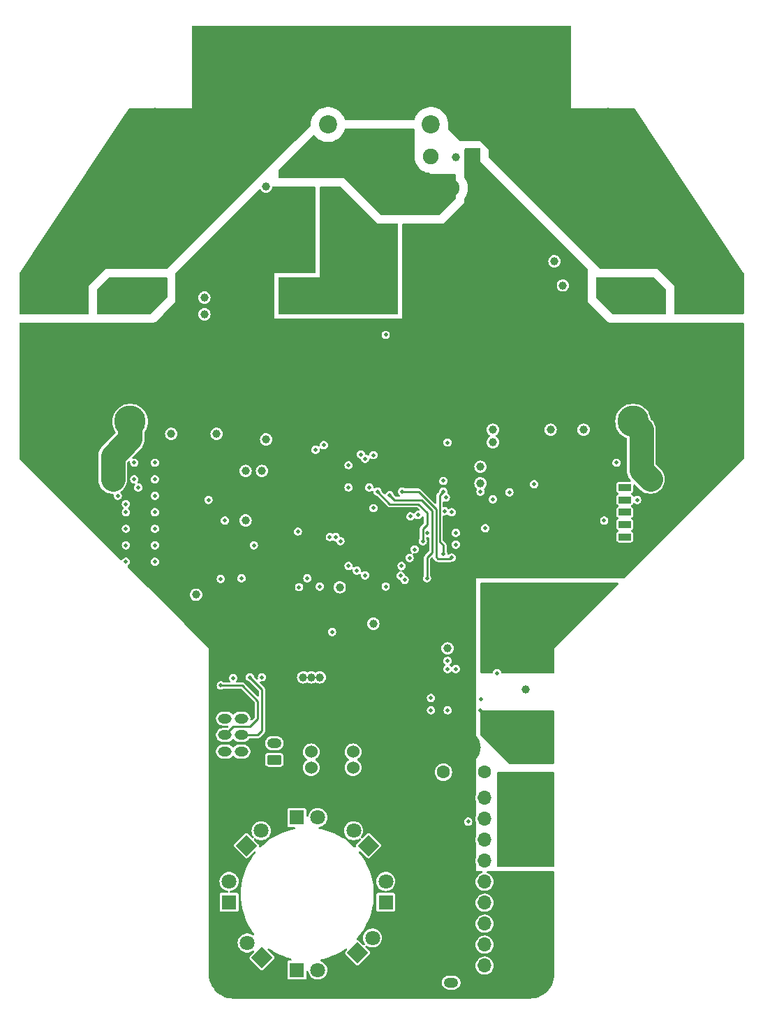
<source format=gbr>
%TF.GenerationSoftware,KiCad,Pcbnew,8.0.6*%
%TF.CreationDate,2024-11-18T00:02:46+09:00*%
%TF.ProjectId,ORION_boost_v5,4f52494f-4e5f-4626-9f6f-73745f76352e,rev?*%
%TF.SameCoordinates,Original*%
%TF.FileFunction,Copper,L2,Inr*%
%TF.FilePolarity,Positive*%
%FSLAX46Y46*%
G04 Gerber Fmt 4.6, Leading zero omitted, Abs format (unit mm)*
G04 Created by KiCad (PCBNEW 8.0.6) date 2024-11-18 00:02:46*
%MOMM*%
%LPD*%
G01*
G04 APERTURE LIST*
G04 Aperture macros list*
%AMRoundRect*
0 Rectangle with rounded corners*
0 $1 Rounding radius*
0 $2 $3 $4 $5 $6 $7 $8 $9 X,Y pos of 4 corners*
0 Add a 4 corners polygon primitive as box body*
4,1,4,$2,$3,$4,$5,$6,$7,$8,$9,$2,$3,0*
0 Add four circle primitives for the rounded corners*
1,1,$1+$1,$2,$3*
1,1,$1+$1,$4,$5*
1,1,$1+$1,$6,$7*
1,1,$1+$1,$8,$9*
0 Add four rect primitives between the rounded corners*
20,1,$1+$1,$2,$3,$4,$5,0*
20,1,$1+$1,$4,$5,$6,$7,0*
20,1,$1+$1,$6,$7,$8,$9,0*
20,1,$1+$1,$8,$9,$2,$3,0*%
%AMRotRect*
0 Rectangle, with rotation*
0 The origin of the aperture is its center*
0 $1 length*
0 $2 width*
0 $3 Rotation angle, in degrees counterclockwise*
0 Add horizontal line*
21,1,$1,$2,0,0,$3*%
G04 Aperture macros list end*
%TA.AperFunction,ComponentPad*%
%ADD10O,2.800000X2.460000*%
%TD*%
%TA.AperFunction,ComponentPad*%
%ADD11R,3.800000X3.800000*%
%TD*%
%TA.AperFunction,ComponentPad*%
%ADD12C,3.800000*%
%TD*%
%TA.AperFunction,ComponentPad*%
%ADD13RoundRect,0.250000X0.625000X-0.350000X0.625000X0.350000X-0.625000X0.350000X-0.625000X-0.350000X0*%
%TD*%
%TA.AperFunction,ComponentPad*%
%ADD14O,1.750000X1.200000*%
%TD*%
%TA.AperFunction,ComponentPad*%
%ADD15C,1.524000*%
%TD*%
%TA.AperFunction,ComponentPad*%
%ADD16C,1.600000*%
%TD*%
%TA.AperFunction,ComponentPad*%
%ADD17RoundRect,0.250000X-0.575000X0.350000X-0.575000X-0.350000X0.575000X-0.350000X0.575000X0.350000X0*%
%TD*%
%TA.AperFunction,ComponentPad*%
%ADD18O,1.650000X1.200000*%
%TD*%
%TA.AperFunction,ComponentPad*%
%ADD19R,1.700000X1.700000*%
%TD*%
%TA.AperFunction,ComponentPad*%
%ADD20O,1.700000X1.700000*%
%TD*%
%TA.AperFunction,ComponentPad*%
%ADD21RoundRect,0.500000X-0.500000X2.000000X-0.500000X-2.000000X0.500000X-2.000000X0.500000X2.000000X0*%
%TD*%
%TA.AperFunction,ComponentPad*%
%ADD22RoundRect,0.250000X1.150000X-0.980000X1.150000X0.980000X-1.150000X0.980000X-1.150000X-0.980000X0*%
%TD*%
%TA.AperFunction,ComponentPad*%
%ADD23C,4.000000*%
%TD*%
%TA.AperFunction,ComponentPad*%
%ADD24RoundRect,0.225000X0.575000X-0.225000X0.575000X0.225000X-0.575000X0.225000X-0.575000X-0.225000X0*%
%TD*%
%TA.AperFunction,ComponentPad*%
%ADD25R,1.600000X1.600000*%
%TD*%
%TA.AperFunction,ComponentPad*%
%ADD26RoundRect,0.250000X0.980000X1.150000X-0.980000X1.150000X-0.980000X-1.150000X0.980000X-1.150000X0*%
%TD*%
%TA.AperFunction,ComponentPad*%
%ADD27O,2.460000X2.800000*%
%TD*%
%TA.AperFunction,ComponentPad*%
%ADD28RotRect,1.800000X1.800000X45.000000*%
%TD*%
%TA.AperFunction,ComponentPad*%
%ADD29C,1.800000*%
%TD*%
%TA.AperFunction,ComponentPad*%
%ADD30RotRect,1.800000X1.800000X135.000000*%
%TD*%
%TA.AperFunction,ComponentPad*%
%ADD31C,2.200000*%
%TD*%
%TA.AperFunction,ComponentPad*%
%ADD32R,1.800000X1.800000*%
%TD*%
%TA.AperFunction,ComponentPad*%
%ADD33C,1.905000*%
%TD*%
%TA.AperFunction,ComponentPad*%
%ADD34O,1.905000X2.000000*%
%TD*%
%TA.AperFunction,ComponentPad*%
%ADD35R,1.905000X2.000000*%
%TD*%
%TA.AperFunction,ComponentPad*%
%ADD36RoundRect,0.250000X-0.625000X0.350000X-0.625000X-0.350000X0.625000X-0.350000X0.625000X0.350000X0*%
%TD*%
%TA.AperFunction,ViaPad*%
%ADD37C,1.000000*%
%TD*%
%TA.AperFunction,ViaPad*%
%ADD38C,4.000000*%
%TD*%
%TA.AperFunction,ViaPad*%
%ADD39C,0.500000*%
%TD*%
%TA.AperFunction,ViaPad*%
%ADD40C,3.200000*%
%TD*%
%TA.AperFunction,Conductor*%
%ADD41C,0.500000*%
%TD*%
%TA.AperFunction,Conductor*%
%ADD42C,0.800000*%
%TD*%
%TA.AperFunction,Conductor*%
%ADD43C,3.000000*%
%TD*%
%TA.AperFunction,Conductor*%
%ADD44C,0.250000*%
%TD*%
G04 APERTURE END LIST*
D10*
%TO.N,GND*%
%TO.C,P5*%
X165450000Y-78480000D03*
%TO.N,/CAP_450V*%
X165450000Y-74520000D03*
%TD*%
D11*
%TO.N,GND*%
%TO.C,P6*%
X89500000Y-89000000D03*
D12*
%TO.N,+BATT*%
X94500000Y-89000000D03*
%TD*%
D13*
%TO.N,Net-(J7-Pin_1)*%
%TO.C,J7*%
X112000000Y-130000000D03*
D14*
%TO.N,Net-(D16-A)*%
X112000000Y-128000000D03*
%TD*%
D15*
%TO.N,/LOGIC_POWER*%
%TO.C,J4*%
X121540000Y-130951000D03*
%TO.N,GND*%
X119000000Y-130951000D03*
%TO.N,+12V*%
X116460000Y-130951000D03*
%TD*%
D16*
%TO.N,Net-(J7-Pin_1)*%
%TO.C,F2*%
X132500000Y-131500000D03*
%TO.N,Net-(J5-Pin_1)*%
X137500000Y-131500000D03*
%TD*%
D17*
%TO.N,GND*%
%TO.C,J1*%
X108000000Y-123000000D03*
D18*
X106000000Y-123000000D03*
%TO.N,/LOGIC_POWER*%
X108000000Y-125000000D03*
X106000000Y-125000000D03*
%TO.N,/CAN0_L*%
X108000000Y-127000000D03*
%TO.N,/CAN0_H*%
X106000000Y-127000000D03*
%TO.N,/CAN1_L*%
X108000000Y-129000000D03*
%TO.N,/CAN1_H*%
X106000000Y-129000000D03*
%TD*%
D19*
%TO.N,GND*%
%TO.C,J2*%
X137500000Y-157500000D03*
D20*
%TO.N,unconnected-(J2-Pin_2-Pad2)*%
X137500000Y-154960000D03*
%TO.N,+3.3V*%
X137500000Y-152420000D03*
%TO.N,/MOUSE_NSS*%
X137500000Y-149880000D03*
%TO.N,/SPI1_MISO*%
X137500000Y-147340000D03*
%TO.N,/SPI1_MOSI*%
X137500000Y-144800000D03*
%TO.N,/SPI1_SCK*%
X137500000Y-142260000D03*
%TO.N,/MOUSE_RST*%
X137500000Y-139720000D03*
%TO.N,unconnected-(J2-Pin_9-Pad9)*%
X137500000Y-137180000D03*
%TO.N,unconnected-(J2-Pin_10-Pad10)*%
X137500000Y-134640000D03*
%TD*%
D21*
%TO.N,Net-(U3-S+)*%
%TO.C,F1*%
X142500000Y-127250000D03*
%TO.N,Net-(J5-Pin_1)*%
X142500000Y-134750000D03*
%TD*%
D22*
%TO.N,GND*%
%TO.C,P4*%
X84450000Y-78480000D03*
D10*
%TO.N,/CAP_450V*%
X84450000Y-74520000D03*
%TD*%
D15*
%TO.N,/LOGIC_POWER*%
%TO.C,J3*%
X116460000Y-129049000D03*
%TO.N,GND*%
X119000000Y-129049000D03*
%TO.N,+3.3V*%
X121540000Y-129049000D03*
%TD*%
D11*
%TO.N,GND*%
%TO.C,P7*%
X160500000Y-89000000D03*
D12*
%TO.N,+BATT*%
X155500000Y-89000000D03*
%TD*%
D23*
%TO.N,Net-(J5-Pin_1)*%
%TO.C,J5*%
X142500000Y-140000000D03*
%TD*%
D24*
%TO.N,GND*%
%TO.C,P1*%
X154500000Y-104500000D03*
%TO.N,unconnected-(P1-P2-Pad2)*%
X154500000Y-103000000D03*
%TO.N,/SWCLK*%
X154500000Y-101500000D03*
%TO.N,/SWDIO*%
X154500000Y-100000000D03*
%TO.N,/USART_TX*%
X154500000Y-98500000D03*
%TO.N,/USART_RX*%
X154500000Y-97000000D03*
%TD*%
D23*
%TO.N,GND*%
%TO.C,J6*%
X135000000Y-128500000D03*
%TD*%
D25*
%TO.N,+BATT*%
%TO.C,C20*%
X92402651Y-96000000D03*
D16*
%TO.N,GND*%
X88902651Y-96000000D03*
%TD*%
D25*
%TO.N,+BATT*%
%TO.C,C33*%
X157597349Y-96000000D03*
D16*
%TO.N,GND*%
X161097349Y-96000000D03*
%TD*%
D26*
%TO.N,Net-(D20-A)*%
%TO.C,P2*%
X91980000Y-74450000D03*
D27*
%TO.N,/CAP_450V*%
X88020000Y-74450000D03*
%TD*%
D28*
%TO.N,Net-(D8-K)*%
%TO.C,D8*%
X108598439Y-140401561D03*
D29*
%TO.N,Net-(D7-K)*%
X110394490Y-138605510D03*
%TD*%
D30*
%TO.N,Net-(D11-K)*%
%TO.C,D11*%
X123401561Y-140401561D03*
D29*
%TO.N,+12V*%
X121605510Y-138605510D03*
%TD*%
D31*
%TO.N,/CAP_450V*%
%TO.C,C27*%
X146000000Y-53000000D03*
%TO.N,+BATT*%
X131000000Y-53000000D03*
%TD*%
D32*
%TO.N,Net-(D10-A)*%
%TO.C,D9*%
X106500000Y-147275000D03*
D29*
%TO.N,Net-(D8-K)*%
X106500000Y-144735000D03*
%TD*%
D32*
%TO.N,Net-(D10-K)*%
%TO.C,D14*%
X114725000Y-155500000D03*
D29*
%TO.N,Net-(D13-K)*%
X117265000Y-155500000D03*
%TD*%
D30*
%TO.N,Net-(D10-K)*%
%TO.C,D10*%
X110500000Y-154000000D03*
D29*
%TO.N,Net-(D10-A)*%
X108703949Y-152203949D03*
%TD*%
D33*
%TO.N,Net-(PC3-VO)*%
%TO.C,Q5*%
X130960000Y-56907500D03*
D34*
%TO.N,Net-(D19-A)*%
X133500000Y-60717500D03*
D35*
%TO.N,GND*%
X136040000Y-56907500D03*
%TD*%
D32*
%TO.N,Net-(D12-K)*%
%TO.C,D12*%
X125500000Y-147275000D03*
D29*
%TO.N,Net-(D11-K)*%
X125500000Y-144735000D03*
%TD*%
D26*
%TO.N,/CAP_450V*%
%TO.C,P3*%
X161980000Y-74450000D03*
D27*
%TO.N,Net-(D21-A)*%
X158020000Y-74450000D03*
%TD*%
D28*
%TO.N,Net-(D13-K)*%
%TO.C,D13*%
X122098439Y-153401561D03*
D29*
%TO.N,Net-(D12-K)*%
X123894490Y-151605510D03*
%TD*%
D32*
%TO.N,Net-(D7-K)*%
%TO.C,D7*%
X114725000Y-137000000D03*
D29*
%TO.N,+12V*%
X117265000Y-137000000D03*
%TD*%
D31*
%TO.N,/CAP_450V*%
%TO.C,C28*%
X103500000Y-53000000D03*
%TO.N,+BATT*%
X118500000Y-53000000D03*
%TD*%
D36*
%TO.N,GND*%
%TO.C,J12*%
X133450000Y-155000000D03*
D14*
%TO.N,/LOGIC_POWER*%
X133450000Y-157000000D03*
%TD*%
D37*
%TO.N,GND*%
X87500000Y-85000000D03*
X143500000Y-80000000D03*
X136000000Y-72500000D03*
X145000000Y-77000000D03*
X136000000Y-69500000D03*
X115000000Y-65000000D03*
X113500000Y-80000000D03*
X143500000Y-75500000D03*
X158500000Y-83500000D03*
X96500000Y-85000000D03*
X116500000Y-66500000D03*
X140500000Y-75500000D03*
X93000000Y-80500000D03*
D38*
X128000000Y-151000000D03*
D37*
X149500000Y-77500000D03*
D39*
X146000000Y-104500000D03*
D37*
X91500000Y-77500000D03*
X112000000Y-68000000D03*
X155500000Y-83500000D03*
X161500000Y-80500000D03*
X99500000Y-85000000D03*
X112000000Y-86500000D03*
X106000000Y-66000000D03*
X98000000Y-83500000D03*
X87500000Y-83500000D03*
D39*
X113500000Y-103000000D03*
D37*
X133000000Y-74000000D03*
X115000000Y-66500000D03*
X110500000Y-71000000D03*
X160000000Y-83500000D03*
X137500000Y-74000000D03*
X142000000Y-74000000D03*
X115000000Y-68000000D03*
X167500000Y-80500000D03*
X155500000Y-79000000D03*
X134500000Y-80000000D03*
X96500000Y-86500000D03*
X160000000Y-85000000D03*
X140500000Y-80000000D03*
X113500000Y-85000000D03*
X157000000Y-83500000D03*
X149500000Y-85000000D03*
X110500000Y-83500000D03*
X107500000Y-69500000D03*
X90500000Y-83500000D03*
X139000000Y-63500000D03*
X139000000Y-65000000D03*
X163000000Y-80500000D03*
X142000000Y-75500000D03*
D38*
X97500000Y-79000000D03*
D37*
X155500000Y-77500000D03*
X161500000Y-85000000D03*
X86000000Y-83500000D03*
X107500000Y-68000000D03*
X113500000Y-83500000D03*
X143500000Y-83500000D03*
X108000000Y-83500000D03*
X140500000Y-71000000D03*
X151000000Y-85000000D03*
X115000000Y-83500000D03*
X115000000Y-80000000D03*
X102500000Y-85000000D03*
X126500000Y-133000000D03*
X109000000Y-63000000D03*
X140500000Y-85000000D03*
X143500000Y-78500000D03*
X148000000Y-85000000D03*
X106000000Y-80000000D03*
X134500000Y-77000000D03*
X160000000Y-77500000D03*
X140500000Y-65000000D03*
X137500000Y-59000000D03*
X94500000Y-80500000D03*
X140500000Y-68000000D03*
X140500000Y-86500000D03*
X167500000Y-77500000D03*
X143500000Y-74000000D03*
D39*
X131000000Y-90500000D03*
D37*
X101000000Y-86500000D03*
X136000000Y-83500000D03*
X90000000Y-80500000D03*
X113500000Y-63500000D03*
X88500000Y-79000000D03*
X87000000Y-77500000D03*
X113500000Y-65000000D03*
X134500000Y-74000000D03*
X133000000Y-78500000D03*
X143500000Y-65000000D03*
X137500000Y-65000000D03*
X145000000Y-85000000D03*
X107500000Y-75500000D03*
D38*
X84000000Y-86000000D03*
D37*
X89000000Y-85000000D03*
X90000000Y-79000000D03*
X134500000Y-71000000D03*
X93500000Y-85000000D03*
X110500000Y-72500000D03*
X125675500Y-111000000D03*
X137500000Y-78500000D03*
X108000000Y-64000000D03*
X133000000Y-80000000D03*
X136000000Y-68000000D03*
D38*
X84000000Y-91000000D03*
D37*
X106500000Y-85000000D03*
X100500000Y-79000000D03*
X137000000Y-61000000D03*
X110000000Y-62000000D03*
X91500000Y-79000000D03*
X143500000Y-72500000D03*
X140500000Y-77000000D03*
X139000000Y-69500000D03*
X137000000Y-62500000D03*
X112000000Y-65000000D03*
X107000000Y-65000000D03*
X110500000Y-77000000D03*
X107500000Y-72500000D03*
X136000000Y-85000000D03*
X142000000Y-68000000D03*
D39*
X128500000Y-92500000D03*
D37*
X102500000Y-83500000D03*
X116500000Y-69500000D03*
X136000000Y-74000000D03*
X154000000Y-86500000D03*
X157000000Y-85000000D03*
D39*
X115000000Y-94000000D03*
D37*
X91500000Y-80500000D03*
X93000000Y-79000000D03*
X139000000Y-74000000D03*
X139000000Y-75500000D03*
X89000000Y-83500000D03*
X94500000Y-79000000D03*
X161500000Y-77500000D03*
X87000000Y-79000000D03*
X107500000Y-80000000D03*
X139000000Y-85000000D03*
X107500000Y-74000000D03*
X140500000Y-66500000D03*
X140500000Y-83500000D03*
X82500000Y-80500000D03*
X139000000Y-71000000D03*
X155500000Y-80500000D03*
X134500000Y-66500000D03*
X143500000Y-77000000D03*
X158500000Y-79000000D03*
X152500000Y-83500000D03*
X143500000Y-68000000D03*
X94500000Y-77500000D03*
X144500000Y-66000000D03*
X134500000Y-83500000D03*
X133000000Y-109000000D03*
X167500000Y-82000000D03*
X137500000Y-77000000D03*
X106000000Y-68000000D03*
X108000000Y-85000000D03*
X113500000Y-66500000D03*
X145000000Y-83500000D03*
D39*
X120000000Y-105500000D03*
D37*
X113500000Y-68000000D03*
X157000000Y-79000000D03*
X115000000Y-69500000D03*
D40*
X106000000Y-136000000D03*
D37*
X110500000Y-74000000D03*
D38*
X152500000Y-79000000D03*
D37*
X140500000Y-74000000D03*
X149500000Y-80500000D03*
X108000000Y-86500000D03*
X106000000Y-74000000D03*
D38*
X166000000Y-91000000D03*
D37*
X140500000Y-78500000D03*
D38*
X128000000Y-136000000D03*
D37*
X133000000Y-69500000D03*
X100500000Y-77500000D03*
D39*
X119000000Y-99500000D03*
D37*
X141500000Y-63000000D03*
X140500000Y-69500000D03*
X102000000Y-79000000D03*
X142000000Y-86500000D03*
X112000000Y-85000000D03*
X110500000Y-66500000D03*
X88500000Y-80500000D03*
X137500000Y-68000000D03*
X157000000Y-80500000D03*
X154000000Y-83500000D03*
X134500000Y-78500000D03*
X139000000Y-66500000D03*
D38*
X107000000Y-156000000D03*
D37*
X116500000Y-68000000D03*
X107500000Y-78500000D03*
X113500000Y-62000000D03*
X106000000Y-77000000D03*
D39*
X111000000Y-101500000D03*
D37*
X140500000Y-62000000D03*
X163000000Y-77500000D03*
X137500000Y-71000000D03*
X133000000Y-71000000D03*
X136000000Y-65000000D03*
X139000000Y-80000000D03*
X112000000Y-69500000D03*
X112000000Y-80000000D03*
X142000000Y-80000000D03*
X102500000Y-86500000D03*
X106000000Y-75500000D03*
X152500000Y-86500000D03*
X112000000Y-83500000D03*
X139000000Y-77000000D03*
X136000000Y-78500000D03*
X161500000Y-83500000D03*
X137500000Y-75500000D03*
X106000000Y-78500000D03*
X120025000Y-125525000D03*
X151000000Y-83500000D03*
X145000000Y-78500000D03*
X134500000Y-75500000D03*
X148000000Y-83500000D03*
X136000000Y-75500000D03*
X134500000Y-69500000D03*
X115000000Y-62000000D03*
X92000000Y-85000000D03*
X136000000Y-80000000D03*
D39*
X139000000Y-103500000D03*
D37*
X151000000Y-86500000D03*
D39*
X113500000Y-94000000D03*
D37*
X102000000Y-77500000D03*
X107500000Y-66500000D03*
X145000000Y-80000000D03*
X137500000Y-66500000D03*
X106000000Y-72500000D03*
X110500000Y-69500000D03*
X116500000Y-80000000D03*
X140500000Y-72500000D03*
X106500000Y-83500000D03*
X138500000Y-60000000D03*
X136000000Y-66500000D03*
X110500000Y-85000000D03*
X136000000Y-77000000D03*
X82500000Y-79000000D03*
D39*
X125000000Y-99500000D03*
D37*
X160000000Y-79000000D03*
X92000000Y-83500000D03*
X163000000Y-83500000D03*
X161500000Y-79000000D03*
X90500000Y-85000000D03*
X82500000Y-77500000D03*
X155500000Y-85000000D03*
X133000000Y-75500000D03*
X149500000Y-86500000D03*
X163000000Y-79000000D03*
X142000000Y-83500000D03*
X149500000Y-83500000D03*
X137500000Y-80000000D03*
X88500000Y-77500000D03*
X139500000Y-61000000D03*
X148000000Y-80500000D03*
X102000000Y-80500000D03*
X99500000Y-83500000D03*
X142000000Y-72500000D03*
X163000000Y-85000000D03*
X93500000Y-83500000D03*
X134500000Y-68000000D03*
X142000000Y-66500000D03*
X167500000Y-79000000D03*
X93000000Y-77500000D03*
X145000000Y-86500000D03*
D39*
X101500000Y-100500000D03*
D37*
X149500000Y-79000000D03*
X148000000Y-86500000D03*
X107500000Y-77000000D03*
X137500000Y-86500000D03*
X139000000Y-72500000D03*
X133000000Y-68000000D03*
X110500000Y-63500000D03*
X137500000Y-72500000D03*
X98000000Y-85000000D03*
X98000000Y-86500000D03*
X139000000Y-86500000D03*
X148000000Y-77500000D03*
X142000000Y-78500000D03*
X106500000Y-86500000D03*
X157000000Y-77500000D03*
X137500000Y-83500000D03*
X110500000Y-75500000D03*
X116500000Y-63500000D03*
X142000000Y-77000000D03*
D39*
X121500000Y-114500000D03*
D37*
X110500000Y-80000000D03*
X143500000Y-85000000D03*
D38*
X166000000Y-86000000D03*
D37*
X139000000Y-78500000D03*
D39*
X96500000Y-108000000D03*
D37*
X109000000Y-65000000D03*
X100500000Y-80500000D03*
X143500000Y-86500000D03*
X134500000Y-72500000D03*
X139000000Y-68000000D03*
X82500000Y-82000000D03*
X113500000Y-69500000D03*
X137500000Y-85000000D03*
X107500000Y-71000000D03*
X96500000Y-83500000D03*
X115000000Y-63500000D03*
D39*
X131900500Y-140500000D03*
D37*
X142000000Y-69500000D03*
D38*
X143000000Y-156000000D03*
D37*
X143500000Y-71000000D03*
X101000000Y-85000000D03*
X148000000Y-79000000D03*
X164500000Y-83500000D03*
X142000000Y-85000000D03*
X154000000Y-85000000D03*
X101000000Y-83500000D03*
D39*
X127189363Y-100376896D03*
D37*
X87000000Y-80500000D03*
X142000000Y-71000000D03*
X133000000Y-72500000D03*
X139000000Y-83500000D03*
X160000000Y-80500000D03*
X110500000Y-86500000D03*
X158500000Y-85000000D03*
X116500000Y-65000000D03*
X112000000Y-66500000D03*
X95000000Y-83500000D03*
X136000000Y-71000000D03*
X143500000Y-69500000D03*
D39*
X129000000Y-90500000D03*
D40*
X126000000Y-156000000D03*
D37*
X133000000Y-77000000D03*
X116500000Y-62000000D03*
X158500000Y-77500000D03*
X142500000Y-64000000D03*
X95000000Y-85000000D03*
X90000000Y-77500000D03*
X110500000Y-78500000D03*
X110500000Y-68000000D03*
X137500000Y-69500000D03*
D39*
X126000000Y-100500000D03*
D37*
X152500000Y-85000000D03*
X158500000Y-80500000D03*
X99500000Y-86500000D03*
D39*
%TO.N,+3.3V*%
X134000000Y-103925500D03*
X116000000Y-108000000D03*
X94000000Y-104000000D03*
X108000000Y-108000000D03*
D37*
X124000000Y-113500000D03*
D39*
X152000000Y-101000000D03*
D37*
X119916990Y-109083010D03*
D39*
X137574500Y-101925500D03*
D37*
%TO.N,/CAP_450V*%
X107500000Y-48000000D03*
X164500000Y-72500000D03*
X124000000Y-43500000D03*
X133500000Y-49500000D03*
X133500000Y-48000000D03*
X110500000Y-52500000D03*
X166000000Y-72500000D03*
X92000000Y-60000000D03*
X90500000Y-64500000D03*
X145500000Y-49500000D03*
X115000000Y-52500000D03*
X121000000Y-48000000D03*
X116500000Y-42000000D03*
X104500000Y-46500000D03*
X113500000Y-45000000D03*
X138000000Y-54000000D03*
X147000000Y-42000000D03*
X93500000Y-55500000D03*
X112000000Y-49500000D03*
X113500000Y-48000000D03*
X129000000Y-42000000D03*
X139500000Y-54000000D03*
X156500000Y-60000000D03*
X160500000Y-68500000D03*
X135000000Y-43500000D03*
X103000000Y-42000000D03*
X130500000Y-46500000D03*
X104500000Y-49500000D03*
X104500000Y-45000000D03*
X121000000Y-46500000D03*
X109000000Y-48000000D03*
X110500000Y-48000000D03*
X82500000Y-75500000D03*
X159500000Y-60000000D03*
X110500000Y-46500000D03*
X124000000Y-45000000D03*
X103000000Y-49500000D03*
X158000000Y-60000000D03*
X145500000Y-45000000D03*
X115000000Y-49500000D03*
X158500000Y-66500000D03*
X133500000Y-51000000D03*
X144000000Y-54000000D03*
X142500000Y-46500000D03*
X82500000Y-74000000D03*
X139500000Y-48000000D03*
X113500000Y-42000000D03*
X130500000Y-45000000D03*
X144000000Y-48000000D03*
X90500000Y-60000000D03*
X119500000Y-46500000D03*
X130500000Y-43500000D03*
X90500000Y-61500000D03*
X139500000Y-45000000D03*
X138000000Y-46500000D03*
X142500000Y-49500000D03*
X118000000Y-45000000D03*
X159500000Y-67500000D03*
X110500000Y-49500000D03*
X126000000Y-45000000D03*
X142500000Y-42000000D03*
X141000000Y-42000000D03*
X92000000Y-61500000D03*
X109000000Y-54000000D03*
X138000000Y-45000000D03*
X136500000Y-54000000D03*
X133500000Y-45000000D03*
X109000000Y-43500000D03*
X121000000Y-43500000D03*
X127500000Y-42000000D03*
X145500000Y-46500000D03*
X115000000Y-43500000D03*
X119500000Y-45000000D03*
X135000000Y-46500000D03*
X159500000Y-64500000D03*
X103000000Y-48000000D03*
X119500000Y-43500000D03*
X160000000Y-69500000D03*
X158000000Y-61500000D03*
X106000000Y-42000000D03*
X161500000Y-72500000D03*
X92000000Y-57000000D03*
X110500000Y-51000000D03*
X115000000Y-45000000D03*
X106000000Y-45000000D03*
X106000000Y-46500000D03*
X107500000Y-43500000D03*
X107500000Y-51000000D03*
X142500000Y-48000000D03*
X132000000Y-48000000D03*
X139500000Y-49500000D03*
X167500000Y-75500000D03*
X107500000Y-54000000D03*
X116500000Y-48000000D03*
X158000000Y-63000000D03*
D38*
X152500000Y-53000000D03*
D37*
X132000000Y-46500000D03*
X132000000Y-43500000D03*
X142500000Y-54000000D03*
X112000000Y-52500000D03*
X141000000Y-43500000D03*
X93500000Y-54000000D03*
X109000000Y-45000000D03*
X103000000Y-45000000D03*
X141000000Y-51000000D03*
X106000000Y-54000000D03*
X88500000Y-69500000D03*
X113500000Y-43500000D03*
X159500000Y-63000000D03*
X109000000Y-49500000D03*
X110500000Y-54000000D03*
X139500000Y-43500000D03*
X138000000Y-43500000D03*
X133500000Y-46500000D03*
X116500000Y-43500000D03*
X144000000Y-42000000D03*
X127500000Y-45000000D03*
X93500000Y-64500000D03*
X92000000Y-63000000D03*
X121000000Y-49500000D03*
X141000000Y-54000000D03*
X136500000Y-46500000D03*
X129000000Y-49500000D03*
X122500000Y-43500000D03*
X141000000Y-49500000D03*
X132000000Y-42000000D03*
X147000000Y-43500000D03*
X136500000Y-51000000D03*
X92000000Y-58500000D03*
X106000000Y-51000000D03*
X90500000Y-63000000D03*
X115000000Y-51000000D03*
D38*
X97500000Y-53000000D03*
D37*
X110500000Y-45000000D03*
X142500000Y-43500000D03*
X116500000Y-49500000D03*
X135000000Y-52500000D03*
X122500000Y-42000000D03*
X156500000Y-61500000D03*
X147000000Y-45000000D03*
X144000000Y-43500000D03*
X142500000Y-52500000D03*
X135000000Y-45000000D03*
X107500000Y-49500000D03*
X106000000Y-43500000D03*
X118000000Y-48000000D03*
X88500000Y-72500000D03*
X107500000Y-45000000D03*
X129000000Y-46500000D03*
X104500000Y-43500000D03*
X163000000Y-72500000D03*
X115000000Y-48000000D03*
X113500000Y-51000000D03*
X112000000Y-54000000D03*
X144000000Y-46500000D03*
X161500000Y-69500000D03*
X144000000Y-45000000D03*
X130500000Y-48000000D03*
X129000000Y-43500000D03*
X118000000Y-42000000D03*
X93500000Y-61500000D03*
X112000000Y-48000000D03*
X109000000Y-52500000D03*
X103000000Y-46500000D03*
X107500000Y-42000000D03*
X82500000Y-72500000D03*
X158000000Y-58500000D03*
X104500000Y-48000000D03*
X156500000Y-55500000D03*
X156500000Y-57000000D03*
X144000000Y-52500000D03*
X115000000Y-46500000D03*
X133500000Y-42000000D03*
X139500000Y-52500000D03*
X107500000Y-52500000D03*
X126000000Y-43500000D03*
X145500000Y-48000000D03*
X93500000Y-58500000D03*
X135000000Y-48000000D03*
X113500000Y-49500000D03*
X89500000Y-68500000D03*
X103000000Y-43500000D03*
X130500000Y-42000000D03*
X138000000Y-49500000D03*
X130500000Y-49500000D03*
X116500000Y-45000000D03*
X109000000Y-46500000D03*
X147000000Y-49500000D03*
X167500000Y-74000000D03*
X107500000Y-46500000D03*
X119500000Y-42000000D03*
X139500000Y-46500000D03*
X93500000Y-63000000D03*
X109000000Y-42000000D03*
X136500000Y-49500000D03*
X158000000Y-57000000D03*
X93500000Y-60000000D03*
X113500000Y-52500000D03*
X119500000Y-48000000D03*
X124000000Y-42000000D03*
X110500000Y-43500000D03*
X144000000Y-51000000D03*
X119500000Y-49500000D03*
X106000000Y-49500000D03*
X156500000Y-54000000D03*
X112000000Y-42000000D03*
X109000000Y-51000000D03*
X139500000Y-42000000D03*
X136500000Y-48000000D03*
X135000000Y-42000000D03*
X106000000Y-52500000D03*
X90000000Y-69500000D03*
X121000000Y-45000000D03*
X138000000Y-52500000D03*
X129000000Y-48000000D03*
X121000000Y-42000000D03*
X135000000Y-51000000D03*
X104500000Y-42000000D03*
X142500000Y-51000000D03*
X156500000Y-58500000D03*
X118000000Y-49500000D03*
X116500000Y-51000000D03*
X141000000Y-46500000D03*
X118000000Y-43500000D03*
X167500000Y-72500000D03*
X112000000Y-51000000D03*
X136500000Y-52500000D03*
X91500000Y-66500000D03*
X106000000Y-48000000D03*
X147000000Y-48000000D03*
X144000000Y-49500000D03*
X115000000Y-42000000D03*
X116500000Y-46500000D03*
X141000000Y-45000000D03*
X145500000Y-43500000D03*
X90500000Y-67500000D03*
X126000000Y-42000000D03*
X129000000Y-45000000D03*
X159500000Y-61500000D03*
X132000000Y-45000000D03*
X156500000Y-63000000D03*
X132000000Y-49500000D03*
X127500000Y-43500000D03*
X136500000Y-45000000D03*
X112000000Y-43500000D03*
X136500000Y-42000000D03*
X110500000Y-42000000D03*
X92500000Y-65500000D03*
X138000000Y-42000000D03*
X112000000Y-45000000D03*
X84000000Y-72500000D03*
X141000000Y-48000000D03*
X156500000Y-64500000D03*
X145500000Y-42000000D03*
X141000000Y-52500000D03*
X142500000Y-45000000D03*
X118000000Y-46500000D03*
X135000000Y-49500000D03*
X133500000Y-43500000D03*
X147000000Y-46500000D03*
X138000000Y-51000000D03*
X138000000Y-48000000D03*
X139500000Y-51000000D03*
X93500000Y-57000000D03*
X85500000Y-72500000D03*
X87000000Y-72500000D03*
X136500000Y-43500000D03*
X113500000Y-54000000D03*
X113500000Y-46500000D03*
X161500000Y-71000000D03*
X122500000Y-45000000D03*
X112000000Y-46500000D03*
X157500000Y-65500000D03*
X88500000Y-71000000D03*
%TO.N,-12V*%
X137000000Y-94500000D03*
X110500000Y-95000000D03*
%TO.N,+12V*%
X102500000Y-110000000D03*
X137000000Y-96500000D03*
D39*
X94000000Y-106000000D03*
D37*
X108500000Y-101000000D03*
X108500000Y-95000000D03*
%TO.N,+BATT*%
X124000000Y-75500000D03*
X122500000Y-74000000D03*
X124000000Y-69500000D03*
X148000000Y-110500000D03*
X119500000Y-72500000D03*
X137500000Y-109000000D03*
X119500000Y-71000000D03*
X125500000Y-69500000D03*
X118000000Y-68000000D03*
X137500000Y-115000000D03*
X121000000Y-71000000D03*
X145000000Y-109000000D03*
X140500000Y-109000000D03*
X143500000Y-110500000D03*
X121000000Y-72500000D03*
X148000000Y-113500000D03*
X124000000Y-68000000D03*
X146500000Y-112000000D03*
X137500000Y-113500000D03*
X145000000Y-113500000D03*
X139000000Y-109000000D03*
X122500000Y-66500000D03*
X140500000Y-110500000D03*
X125500000Y-72500000D03*
X140500000Y-113500000D03*
X124000000Y-74000000D03*
X118000000Y-71000000D03*
X146500000Y-109000000D03*
X148000000Y-112000000D03*
X121000000Y-75500000D03*
X142000000Y-113500000D03*
X148000000Y-109000000D03*
X146500000Y-113500000D03*
X121000000Y-65000000D03*
X140500000Y-115000000D03*
X140500000Y-116500000D03*
X142000000Y-112000000D03*
X122500000Y-68000000D03*
X119500000Y-74000000D03*
X118000000Y-65000000D03*
X118000000Y-75500000D03*
X139000000Y-110500000D03*
X137500000Y-110500000D03*
X151000000Y-109000000D03*
X145000000Y-115000000D03*
X122500000Y-75500000D03*
X146500000Y-110500000D03*
X121000000Y-69500000D03*
X124000000Y-72500000D03*
X149500000Y-112000000D03*
X122500000Y-72500000D03*
X143500000Y-115000000D03*
X118000000Y-62000000D03*
X118000000Y-74000000D03*
X125500000Y-75500000D03*
X124000000Y-66500000D03*
X122500000Y-69500000D03*
X119500000Y-66500000D03*
X121000000Y-63500000D03*
X119500000Y-63500000D03*
X125500000Y-71000000D03*
X142000000Y-109000000D03*
X145000000Y-110500000D03*
X125500000Y-68000000D03*
X143500000Y-109000000D03*
X151000000Y-110500000D03*
X143500000Y-113500000D03*
X121000000Y-68000000D03*
X121000000Y-74000000D03*
X149500000Y-110500000D03*
X149500000Y-109000000D03*
X143500000Y-112000000D03*
X119500000Y-62000000D03*
X118000000Y-63500000D03*
X137500000Y-116500000D03*
X143500000Y-116500000D03*
X122500000Y-65000000D03*
X119500000Y-65000000D03*
X142000000Y-115000000D03*
D39*
X133024500Y-124000000D03*
D37*
X118000000Y-69500000D03*
X145000000Y-116500000D03*
X146500000Y-115000000D03*
X139000000Y-116500000D03*
X145000000Y-112000000D03*
X139000000Y-112000000D03*
X118000000Y-66500000D03*
X121000000Y-66500000D03*
X125500000Y-66500000D03*
X139000000Y-113500000D03*
X139000000Y-115000000D03*
X142000000Y-110500000D03*
X124000000Y-71000000D03*
X125500000Y-74000000D03*
X119500000Y-69500000D03*
X140500000Y-112000000D03*
X142000000Y-116500000D03*
X119500000Y-75500000D03*
X119500000Y-68000000D03*
X118000000Y-72500000D03*
X137500000Y-112000000D03*
X122500000Y-71000000D03*
D39*
%TO.N,/LED_1*%
X94000000Y-102000000D03*
X120000000Y-103500000D03*
D37*
%TO.N,Net-(Q5-S_G)*%
X134000000Y-57000000D03*
X138500000Y-90000000D03*
D39*
%TO.N,/LED_2*%
X119425500Y-103000000D03*
X94000000Y-100000000D03*
%TO.N,/NRST*%
X124000000Y-99500000D03*
X156000000Y-98500000D03*
%TO.N,Net-(D1-K)*%
X97500000Y-106000000D03*
%TO.N,/USART_TX*%
X133500000Y-100000000D03*
%TO.N,/USART_RX*%
X132624000Y-99875500D03*
%TO.N,/CAN_RX*%
X128500000Y-100500000D03*
X117500000Y-109000000D03*
%TO.N,/CAN_TX*%
X115000000Y-109074500D03*
X129425500Y-100324500D03*
%TO.N,/SWDIO*%
X134000000Y-102500000D03*
%TO.N,/SWCLK*%
X130574500Y-102500000D03*
%TO.N,Net-(D2-K)*%
X97500000Y-104000000D03*
%TO.N,Net-(D3-K)*%
X97500000Y-102000000D03*
%TO.N,Net-(D4-K)*%
X97500000Y-100000000D03*
%TO.N,Net-(D5-K)*%
X97500000Y-98000000D03*
%TO.N,/CAN0_L*%
X109039508Y-120000000D03*
%TO.N,/CAN0_H*%
X105500000Y-121000000D03*
%TO.N,/CAN1_L*%
X110500000Y-120000000D03*
%TO.N,/CAN1_H*%
X107000000Y-120100688D03*
%TO.N,/BATT_CS*%
X119000000Y-114500000D03*
X126000000Y-97925500D03*
X130500000Y-108000000D03*
%TO.N,/POWER_SW_EN*%
X133500000Y-105500000D03*
X127500000Y-97500000D03*
%TO.N,/LED_3*%
X118725997Y-103000000D03*
X94000000Y-99000000D03*
D37*
%TO.N,Net-(D17-A)*%
X142500000Y-121450500D03*
X133000000Y-116500000D03*
D39*
%TO.N,Net-(D17-K)*%
X139000000Y-119500000D03*
X133000000Y-118000000D03*
X137041622Y-122699500D03*
X134000000Y-119000000D03*
%TO.N,Net-(D18-K)*%
X131000000Y-122500000D03*
%TO.N,/BATT_V*%
X138500000Y-98425500D03*
X123500000Y-97000000D03*
%TO.N,/GD_16P*%
X121000000Y-97000000D03*
X114843767Y-102343767D03*
%TO.N,/GD_16M*%
X121000000Y-94300500D03*
X106000000Y-101000000D03*
%TO.N,/BOOST_SW*%
X140500000Y-97574500D03*
X123000000Y-93500000D03*
%TO.N,/LED_CURRENT*%
X124500000Y-97500000D03*
X130000000Y-103500000D03*
X135500000Y-137500000D03*
%TO.N,/KICK_1*%
X124000000Y-93074500D03*
X143500000Y-96593766D03*
%TO.N,/KICK_2*%
X104000000Y-98500000D03*
X122500000Y-93000000D03*
D37*
%TO.N,/BOOST_V*%
X111000000Y-91175500D03*
X111000000Y-60500000D03*
D39*
%TO.N,/TEMP_FET*%
X125500000Y-78500000D03*
X133000000Y-91550000D03*
%TO.N,/TEMP_COIL_1*%
X132500000Y-96199500D03*
X137000000Y-97500000D03*
%TO.N,/TEMP_COIL_2*%
X132500000Y-105074500D03*
X125500000Y-109000000D03*
X132500000Y-97500000D03*
X105500000Y-108074500D03*
%TO.N,/MOUSE_NSS*%
X129000000Y-104500000D03*
%TO.N,/SPI1_SCK*%
X127806516Y-108193484D03*
%TO.N,/SPI1_MISO*%
X128399930Y-105525570D03*
%TO.N,/SPI1_MOSI*%
X127306516Y-107693484D03*
%TO.N,/MOUSE_RST*%
X127425500Y-106500000D03*
%TO.N,/GD_16M_PWM*%
X109500000Y-104000000D03*
X123000000Y-107649000D03*
%TO.N,/SW_1*%
X122000000Y-107074500D03*
X95500000Y-97000000D03*
%TO.N,/SW_2*%
X121000000Y-106500000D03*
X93000000Y-98000000D03*
D37*
%TO.N,Net-(D18-A)*%
X115500000Y-120000000D03*
X117500000Y-120000000D03*
X116500000Y-120000000D03*
%TO.N,/KICK_2_SOURCE*%
X99500000Y-90500000D03*
X103500000Y-76000000D03*
%TO.N,Net-(D19-A)*%
X116000000Y-56000000D03*
X114500000Y-59000000D03*
X113000000Y-59000000D03*
X116000000Y-57500000D03*
X114500000Y-57500000D03*
X116000000Y-59000000D03*
%TO.N,Net-(D20-A)*%
X97500000Y-72500000D03*
X94500000Y-72500000D03*
X96000000Y-74000000D03*
X94500000Y-74000000D03*
X96000000Y-72500000D03*
X94500000Y-75500000D03*
X97500000Y-74000000D03*
X96000000Y-75500000D03*
%TO.N,Net-(D21-A)*%
X155500000Y-72500000D03*
X154000000Y-72500000D03*
X155500000Y-75500000D03*
X152500000Y-74000000D03*
X154000000Y-74000000D03*
X152500000Y-72500000D03*
X155500000Y-74000000D03*
X154000000Y-75500000D03*
D39*
%TO.N,Net-(D22-A)*%
X131000000Y-124000000D03*
%TO.N,Net-(D25-K)*%
X97500000Y-96000000D03*
%TO.N,Net-(D26-K)*%
X97500000Y-94000000D03*
%TO.N,Net-(U3-S+)*%
X137000000Y-124000000D03*
X133000000Y-119000000D03*
D37*
%TO.N,Net-(PC3-VO)*%
X138500000Y-91500000D03*
%TO.N,/KICK_2_GATE*%
X103498268Y-73988969D03*
X105000000Y-90500000D03*
%TO.N,/KICK_1_GATE*%
X147000000Y-72500000D03*
X149500000Y-90000000D03*
%TO.N,/KICK_1_SOURCE*%
X145975500Y-69579502D03*
X145500000Y-90000000D03*
D39*
%TO.N,/LED_4*%
X95000000Y-96000000D03*
X117000000Y-92425500D03*
%TO.N,/LED_5*%
X118000000Y-91851000D03*
X95000000Y-94000000D03*
%TO.N,/SW_3*%
X132801035Y-98198965D03*
X153500000Y-94000000D03*
%TD*%
D41*
%TO.N,GND*%
X116156233Y-107156233D02*
X116156233Y-102343767D01*
X146000000Y-104500000D02*
X149000000Y-104500000D01*
X133000000Y-107500000D02*
X133000000Y-109000000D01*
X146000000Y-104500000D02*
X145000000Y-103500000D01*
X115000000Y-94000000D02*
X116156233Y-95156233D01*
X118966990Y-108779456D02*
X117343767Y-107156233D01*
X101500000Y-100500000D02*
X102500000Y-101500000D01*
X116156233Y-102343767D02*
X119000000Y-99500000D01*
X96500000Y-108000000D02*
X99500000Y-108000000D01*
X113656233Y-107156233D02*
X112500000Y-106000000D01*
X116156233Y-107156233D02*
X117343767Y-107156233D01*
X124200000Y-110700000D02*
X124200000Y-102300000D01*
X137000000Y-103500000D02*
X133000000Y-107500000D01*
X124200000Y-102300000D02*
X126000000Y-100500000D01*
X112500000Y-106000000D02*
X105500000Y-106000000D01*
X132500000Y-111000000D02*
X133000000Y-110500000D01*
X103500000Y-108000000D02*
X99500000Y-108000000D01*
X113500000Y-103000000D02*
X113500000Y-107000000D01*
X124200000Y-110700000D02*
X119700000Y-110700000D01*
X125675500Y-111000000D02*
X132500000Y-111000000D01*
X125675500Y-111000000D02*
X124500000Y-111000000D01*
X118966990Y-111366990D02*
X118966990Y-108779456D01*
X116156233Y-95156233D02*
X116156233Y-102343767D01*
X102500000Y-105312466D02*
X104343767Y-107156233D01*
D42*
X120000000Y-125500000D02*
X120000000Y-112400000D01*
D41*
X116156233Y-107156233D02*
X113656233Y-107156233D01*
X119000000Y-111400000D02*
X118966990Y-111366990D01*
X139000000Y-103500000D02*
X137000000Y-103500000D01*
X145000000Y-103500000D02*
X139000000Y-103500000D01*
X119000000Y-105500000D02*
X120000000Y-105500000D01*
D42*
X119000000Y-111400000D02*
X119700000Y-110700000D01*
D41*
X117343767Y-107156233D02*
X119000000Y-105500000D01*
X102500000Y-101500000D02*
X102500000Y-105312466D01*
X124500000Y-111000000D02*
X124200000Y-110700000D01*
X105500000Y-106000000D02*
X104343767Y-107156233D01*
X154500000Y-104500000D02*
X149000000Y-104500000D01*
X113500000Y-107000000D02*
X113656233Y-107156233D01*
X133000000Y-110500000D02*
X133000000Y-109000000D01*
D42*
X120000000Y-112400000D02*
X119000000Y-111400000D01*
D41*
X115000000Y-94000000D02*
X113500000Y-94000000D01*
X104343767Y-107156233D02*
X103500000Y-108000000D01*
D42*
X120025000Y-125525000D02*
X120000000Y-125500000D01*
D43*
%TO.N,+BATT*%
X156500000Y-94902651D02*
X157597349Y-96000000D01*
X92402651Y-93197349D02*
X92402651Y-96000000D01*
X156500000Y-90000000D02*
X156500000Y-94902651D01*
X155500000Y-89000000D02*
X156500000Y-90000000D01*
X94500000Y-91100000D02*
X92402651Y-93197349D01*
X94500000Y-89000000D02*
X94500000Y-91100000D01*
D44*
%TO.N,/CAN0_L*%
X110500000Y-126500000D02*
X110000000Y-127000000D01*
X110000000Y-127000000D02*
X108000000Y-127000000D01*
X109039508Y-120000000D02*
X110500000Y-121460492D01*
X110500000Y-121460492D02*
X110500000Y-126500000D01*
%TO.N,/CAN0_H*%
X110000000Y-125016574D02*
X109016574Y-126000000D01*
X110000000Y-122880913D02*
X110000000Y-125016574D01*
X109016574Y-126000000D02*
X107000000Y-126000000D01*
X105500000Y-121000000D02*
X108119087Y-121000000D01*
X107000000Y-126000000D02*
X106000000Y-127000000D01*
X108119087Y-121000000D02*
X110000000Y-122880913D01*
%TO.N,/BATT_CS*%
X129863604Y-98500000D02*
X126574500Y-98500000D01*
X130500000Y-105500000D02*
X131149500Y-104850500D01*
X130500000Y-108000000D02*
X130500000Y-105500000D01*
X131149500Y-104850500D02*
X131149500Y-99785896D01*
X131149500Y-99785896D02*
X129863604Y-98500000D01*
X126574500Y-98500000D02*
X126000000Y-97925500D01*
%TO.N,/POWER_SW_EN*%
X131599500Y-99599500D02*
X129500000Y-97500000D01*
X131599500Y-105400500D02*
X131599500Y-99599500D01*
X133500000Y-105500000D02*
X133350500Y-105649500D01*
X131848500Y-105649500D02*
X131599500Y-105400500D01*
X133350500Y-105649500D02*
X131848500Y-105649500D01*
X129500000Y-97500000D02*
X127500000Y-97500000D01*
%TO.N,/LED_CURRENT*%
X130000000Y-103500000D02*
X130000000Y-102000000D01*
X130000000Y-102000000D02*
X130500000Y-101500000D01*
X126000000Y-99000000D02*
X124500000Y-97500000D01*
X129475000Y-99000000D02*
X126000000Y-99000000D01*
X130500000Y-100025000D02*
X129475000Y-99000000D01*
X130500000Y-101500000D02*
X130500000Y-100025000D01*
%TO.N,/TEMP_COIL_2*%
X132500000Y-104000000D02*
X132500000Y-105074500D01*
X132049500Y-97950500D02*
X132049500Y-103549500D01*
X132500000Y-97500000D02*
X132049500Y-97950500D01*
X132049500Y-103549500D02*
X132500000Y-104000000D01*
%TD*%
%TA.AperFunction,Conductor*%
%TO.N,/CAP_450V*%
G36*
X155606661Y-51020002D02*
G01*
X155643378Y-51056108D01*
X168928338Y-70983546D01*
X168949482Y-71051321D01*
X168949500Y-71053438D01*
X168949500Y-75874000D01*
X168929498Y-75942121D01*
X168875842Y-75988614D01*
X168823500Y-76000000D01*
X160626000Y-76000000D01*
X160557879Y-75979998D01*
X160511386Y-75926342D01*
X160500000Y-75874000D01*
X160500000Y-72500000D01*
X160499999Y-72499998D01*
X158500001Y-70500000D01*
X158500000Y-70500000D01*
X151552190Y-70500000D01*
X151484069Y-70479998D01*
X151463095Y-70463095D01*
X138036905Y-57036905D01*
X138002879Y-56974593D01*
X138000000Y-56947810D01*
X138000000Y-56000000D01*
X137999999Y-55999998D01*
X137000001Y-55000000D01*
X137000000Y-55000000D01*
X135500000Y-55000000D01*
X133052349Y-52552349D01*
X133027334Y-52431968D01*
X132931104Y-52161203D01*
X132931102Y-52161199D01*
X132931101Y-52161196D01*
X132798899Y-51906061D01*
X132781459Y-51881355D01*
X132633189Y-51671302D01*
X132437055Y-51461294D01*
X132437056Y-51461294D01*
X132214149Y-51279947D01*
X132214147Y-51279945D01*
X131968625Y-51130639D01*
X131705058Y-51016156D01*
X131647396Y-51000000D01*
X148000000Y-51000000D01*
X155538540Y-51000000D01*
X155606661Y-51020002D01*
G37*
%TD.AperFunction*%
%TD*%
%TA.AperFunction,Conductor*%
%TO.N,Net-(D21-A)*%
G36*
X158015931Y-71520002D02*
G01*
X158036905Y-71536905D01*
X159463095Y-72963095D01*
X159497121Y-73025407D01*
X159500000Y-73052190D01*
X159500000Y-75874000D01*
X159479998Y-75942121D01*
X159426342Y-75988614D01*
X159374000Y-76000000D01*
X153052190Y-76000000D01*
X152984069Y-75979998D01*
X152963095Y-75963095D01*
X151036905Y-74036905D01*
X151002879Y-73974593D01*
X151000000Y-73947810D01*
X151000000Y-71626000D01*
X151020002Y-71557879D01*
X151073658Y-71511386D01*
X151126000Y-71500000D01*
X157947810Y-71500000D01*
X158015931Y-71520002D01*
G37*
%TD.AperFunction*%
%TD*%
%TA.AperFunction,Conductor*%
%TO.N,/CAP_450V*%
G36*
X117794942Y-51016156D02*
G01*
X117794940Y-51016156D01*
X117794939Y-51016157D01*
X117531375Y-51130639D01*
X117285850Y-51279947D01*
X117062944Y-51461294D01*
X116866811Y-51671302D01*
X116701100Y-51906061D01*
X116568898Y-52161196D01*
X116472666Y-52431966D01*
X116472664Y-52431974D01*
X116414201Y-52713321D01*
X116414200Y-52713327D01*
X116394592Y-52999995D01*
X116394592Y-53000005D01*
X116397429Y-53041488D01*
X116382122Y-53110815D01*
X116360818Y-53139180D01*
X99036905Y-70463095D01*
X98974593Y-70497121D01*
X98947810Y-70500000D01*
X91499998Y-70500000D01*
X89500000Y-72499998D01*
X89500000Y-75874000D01*
X89479998Y-75942121D01*
X89426342Y-75988614D01*
X89374000Y-76000000D01*
X81176500Y-76000000D01*
X81108379Y-75979998D01*
X81061886Y-75926342D01*
X81050500Y-75874000D01*
X81050500Y-71053438D01*
X81070502Y-70985317D01*
X81071662Y-70983546D01*
X94356622Y-51056108D01*
X94411051Y-51010523D01*
X94461460Y-51000000D01*
X102000000Y-51000000D01*
X117852604Y-51000000D01*
X117794942Y-51016156D01*
G37*
%TD.AperFunction*%
%TD*%
%TA.AperFunction,Conductor*%
%TO.N,Net-(D20-A)*%
G36*
X98942121Y-71520002D02*
G01*
X98988614Y-71573658D01*
X99000000Y-71626000D01*
X99000000Y-73947810D01*
X98979998Y-74015931D01*
X98963095Y-74036905D01*
X97036905Y-75963095D01*
X96974593Y-75997121D01*
X96947810Y-76000000D01*
X90626000Y-76000000D01*
X90557879Y-75979998D01*
X90511386Y-75926342D01*
X90500000Y-75874000D01*
X90500000Y-73052190D01*
X90520002Y-72984069D01*
X90536905Y-72963095D01*
X91963095Y-71536905D01*
X92025407Y-71502879D01*
X92052190Y-71500000D01*
X98874000Y-71500000D01*
X98942121Y-71520002D01*
G37*
%TD.AperFunction*%
%TD*%
%TA.AperFunction,Conductor*%
%TO.N,Net-(U3-S+)*%
G36*
X145891621Y-124020002D02*
G01*
X145938114Y-124073658D01*
X145949500Y-124126000D01*
X145949500Y-130374000D01*
X145929498Y-130442121D01*
X145875842Y-130488614D01*
X145823500Y-130500000D01*
X140552190Y-130500000D01*
X140484069Y-130479998D01*
X140463095Y-130463095D01*
X137036905Y-127036905D01*
X137002879Y-126974593D01*
X137000000Y-126947810D01*
X137000000Y-124126000D01*
X137020002Y-124057879D01*
X137073658Y-124011386D01*
X137126000Y-124000000D01*
X145823500Y-124000000D01*
X145891621Y-124020002D01*
G37*
%TD.AperFunction*%
%TD*%
%TA.AperFunction,Conductor*%
%TO.N,Net-(J5-Pin_1)*%
G36*
X145891621Y-131520002D02*
G01*
X145938114Y-131573658D01*
X145949500Y-131626000D01*
X145949500Y-142874000D01*
X145929498Y-142942121D01*
X145875842Y-142988614D01*
X145823500Y-143000000D01*
X139126000Y-143000000D01*
X139057879Y-142979998D01*
X139011386Y-142926342D01*
X139000000Y-142874000D01*
X139000000Y-131626000D01*
X139020002Y-131557879D01*
X139073658Y-131511386D01*
X139126000Y-131500000D01*
X145823500Y-131500000D01*
X145891621Y-131520002D01*
G37*
%TD.AperFunction*%
%TD*%
%TA.AperFunction,Conductor*%
%TO.N,GND*%
G36*
X136942121Y-56020002D02*
G01*
X136988614Y-56073658D01*
X137000000Y-56126000D01*
X137000000Y-57500001D01*
X149963095Y-70463095D01*
X149997121Y-70525407D01*
X150000000Y-70552190D01*
X150000000Y-74500001D01*
X152499998Y-76999999D01*
X152500000Y-77000000D01*
X168823500Y-77000000D01*
X168891621Y-77020002D01*
X168938114Y-77073658D01*
X168949500Y-77126000D01*
X168949500Y-93426891D01*
X168929498Y-93495012D01*
X168912595Y-93515986D01*
X154465486Y-107963095D01*
X154403174Y-107997121D01*
X154376391Y-108000000D01*
X136500000Y-108000000D01*
X136500000Y-123951709D01*
X136498718Y-123969639D01*
X136494353Y-123999999D01*
X136498718Y-124030359D01*
X136500000Y-124048290D01*
X136500000Y-131159005D01*
X136494575Y-131195580D01*
X136464698Y-131294072D01*
X136444417Y-131499996D01*
X136444417Y-131500003D01*
X136464698Y-131705927D01*
X136494575Y-131804419D01*
X136500000Y-131840994D01*
X136500000Y-134149697D01*
X136486792Y-134205858D01*
X136469416Y-134240753D01*
X136413603Y-134436915D01*
X136394785Y-134640000D01*
X136413603Y-134843084D01*
X136469417Y-135039247D01*
X136469417Y-135039248D01*
X136486791Y-135074140D01*
X136500000Y-135130302D01*
X136500000Y-136689697D01*
X136486792Y-136745858D01*
X136469416Y-136780753D01*
X136413603Y-136976915D01*
X136394785Y-137180000D01*
X136413603Y-137383084D01*
X136469417Y-137579247D01*
X136469417Y-137579248D01*
X136486791Y-137614140D01*
X136500000Y-137670302D01*
X136500000Y-139229697D01*
X136486792Y-139285858D01*
X136469416Y-139320753D01*
X136413603Y-139516915D01*
X136394785Y-139720000D01*
X136413603Y-139923084D01*
X136469417Y-140119247D01*
X136469417Y-140119248D01*
X136486791Y-140154140D01*
X136500000Y-140210302D01*
X136500000Y-141769697D01*
X136486792Y-141825858D01*
X136469416Y-141860753D01*
X136413603Y-142056915D01*
X136394785Y-142260000D01*
X136413603Y-142463084D01*
X136469417Y-142659247D01*
X136469417Y-142659248D01*
X136486791Y-142694140D01*
X136500000Y-142750302D01*
X136500000Y-143500000D01*
X137135209Y-143500000D01*
X137203330Y-143520002D01*
X137249823Y-143573658D01*
X137259927Y-143643932D01*
X137230433Y-143708512D01*
X137180726Y-143743491D01*
X137007363Y-143810652D01*
X137007362Y-143810652D01*
X137007361Y-143810653D01*
X137007351Y-143810658D01*
X136833960Y-143918017D01*
X136833959Y-143918018D01*
X136683234Y-144055421D01*
X136560329Y-144218175D01*
X136469416Y-144400754D01*
X136413603Y-144596915D01*
X136394785Y-144800000D01*
X136413603Y-145003084D01*
X136469416Y-145199245D01*
X136469417Y-145199247D01*
X136469418Y-145199250D01*
X136560327Y-145381821D01*
X136560328Y-145381822D01*
X136560329Y-145381824D01*
X136683234Y-145544578D01*
X136833959Y-145681981D01*
X136833960Y-145681982D01*
X137007351Y-145789341D01*
X137007354Y-145789342D01*
X137007363Y-145789348D01*
X137197544Y-145863024D01*
X137398024Y-145900500D01*
X137398026Y-145900500D01*
X137601974Y-145900500D01*
X137601976Y-145900500D01*
X137802456Y-145863024D01*
X137992637Y-145789348D01*
X138166041Y-145681981D01*
X138316764Y-145544579D01*
X138439673Y-145381821D01*
X138530582Y-145199250D01*
X138586397Y-145003083D01*
X138605215Y-144800000D01*
X138586397Y-144596917D01*
X138530582Y-144400750D01*
X138439673Y-144218179D01*
X138439670Y-144218175D01*
X138316765Y-144055421D01*
X138166040Y-143918018D01*
X138166039Y-143918017D01*
X137992648Y-143810658D01*
X137992641Y-143810654D01*
X137992637Y-143810652D01*
X137819274Y-143743491D01*
X137762979Y-143700232D01*
X137739009Y-143633405D01*
X137754973Y-143564226D01*
X137805804Y-143514660D01*
X137864791Y-143500000D01*
X145823500Y-143500000D01*
X145891621Y-143520002D01*
X145938114Y-143573658D01*
X145949500Y-143626000D01*
X145949500Y-155996460D01*
X145949302Y-156003525D01*
X145931350Y-156323173D01*
X145929768Y-156337214D01*
X145876735Y-156649348D01*
X145873591Y-156663123D01*
X145785942Y-156967359D01*
X145781275Y-156980696D01*
X145660115Y-157273202D01*
X145653984Y-157285933D01*
X145500837Y-157563032D01*
X145493320Y-157574996D01*
X145310105Y-157833213D01*
X145301295Y-157844260D01*
X145090325Y-158080334D01*
X145080334Y-158090325D01*
X144844260Y-158301295D01*
X144833213Y-158310105D01*
X144574996Y-158493320D01*
X144563032Y-158500837D01*
X144285933Y-158653984D01*
X144273202Y-158660115D01*
X143980696Y-158781275D01*
X143967359Y-158785942D01*
X143663123Y-158873591D01*
X143649348Y-158876735D01*
X143337214Y-158929768D01*
X143323173Y-158931350D01*
X143003526Y-158949302D01*
X142996461Y-158949500D01*
X107003539Y-158949500D01*
X106996474Y-158949302D01*
X106676826Y-158931350D01*
X106662785Y-158929768D01*
X106350651Y-158876735D01*
X106336876Y-158873591D01*
X106032640Y-158785942D01*
X106019303Y-158781275D01*
X105726797Y-158660115D01*
X105714066Y-158653984D01*
X105436967Y-158500837D01*
X105425003Y-158493320D01*
X105166786Y-158310105D01*
X105155739Y-158301295D01*
X104919665Y-158090325D01*
X104909674Y-158080334D01*
X104698704Y-157844260D01*
X104689894Y-157833213D01*
X104506679Y-157574996D01*
X104499162Y-157563032D01*
X104346015Y-157285933D01*
X104339884Y-157273202D01*
X104218724Y-156980696D01*
X104214057Y-156967359D01*
X104199327Y-156916230D01*
X132324500Y-156916230D01*
X132324500Y-156916233D01*
X132324500Y-157083767D01*
X132357184Y-157248082D01*
X132421297Y-157402863D01*
X132421298Y-157402864D01*
X132514373Y-157542161D01*
X132514378Y-157542167D01*
X132632832Y-157660621D01*
X132632838Y-157660626D01*
X132772137Y-157753703D01*
X132926918Y-157817816D01*
X133091233Y-157850500D01*
X133091234Y-157850500D01*
X133808766Y-157850500D01*
X133808767Y-157850500D01*
X133973082Y-157817816D01*
X134127863Y-157753703D01*
X134267162Y-157660626D01*
X134385626Y-157542162D01*
X134478703Y-157402863D01*
X134542816Y-157248082D01*
X134575500Y-157083767D01*
X134575500Y-156916233D01*
X134542816Y-156751918D01*
X134478703Y-156597137D01*
X134385626Y-156457838D01*
X134385621Y-156457832D01*
X134267167Y-156339378D01*
X134267161Y-156339373D01*
X134127864Y-156246298D01*
X134127865Y-156246298D01*
X134127863Y-156246297D01*
X134018420Y-156200964D01*
X133973085Y-156182185D01*
X133973083Y-156182184D01*
X133973082Y-156182184D01*
X133890368Y-156165731D01*
X133808769Y-156149500D01*
X133808767Y-156149500D01*
X133091233Y-156149500D01*
X133091230Y-156149500D01*
X132968830Y-156173847D01*
X132926918Y-156182184D01*
X132926917Y-156182184D01*
X132926914Y-156182185D01*
X132772135Y-156246298D01*
X132632838Y-156339373D01*
X132632832Y-156339378D01*
X132514378Y-156457832D01*
X132514373Y-156457838D01*
X132421298Y-156597135D01*
X132357185Y-156751914D01*
X132324500Y-156916230D01*
X104199327Y-156916230D01*
X104163137Y-156790611D01*
X104126406Y-156663115D01*
X104123266Y-156649357D01*
X104070230Y-156337212D01*
X104068649Y-156323173D01*
X104056579Y-156108255D01*
X104050698Y-156003525D01*
X104050500Y-155996460D01*
X104050500Y-144735000D01*
X105344571Y-144735000D01*
X105364244Y-144947311D01*
X105422593Y-145152384D01*
X105422594Y-145152386D01*
X105422595Y-145152389D01*
X105517634Y-145343255D01*
X105646128Y-145513407D01*
X105646129Y-145513408D01*
X105803699Y-145657053D01*
X105803701Y-145657054D01*
X105984974Y-145769294D01*
X105984975Y-145769294D01*
X105984981Y-145769298D01*
X106183802Y-145846321D01*
X106335325Y-145874645D01*
X106398609Y-145906824D01*
X106434451Y-145968109D01*
X106431470Y-146039043D01*
X106390612Y-146097105D01*
X106324850Y-146123860D01*
X106312171Y-146124500D01*
X105575322Y-146124500D01*
X105502260Y-146139033D01*
X105419399Y-146194399D01*
X105364033Y-146277260D01*
X105349500Y-146350322D01*
X105349500Y-148199677D01*
X105364033Y-148272739D01*
X105364034Y-148272740D01*
X105419399Y-148355601D01*
X105502260Y-148410966D01*
X105575326Y-148425500D01*
X107424674Y-148425500D01*
X107497740Y-148410966D01*
X107580601Y-148355601D01*
X107635966Y-148272740D01*
X107650500Y-148199674D01*
X107650500Y-146350326D01*
X107635966Y-146277260D01*
X107580601Y-146194399D01*
X107497740Y-146139034D01*
X107497739Y-146139033D01*
X107424677Y-146124500D01*
X107424674Y-146124500D01*
X106687829Y-146124500D01*
X106619708Y-146104498D01*
X106573215Y-146050842D01*
X106563111Y-145980568D01*
X106592605Y-145915988D01*
X106652331Y-145877604D01*
X106664666Y-145874647D01*
X106816198Y-145846321D01*
X107015019Y-145769298D01*
X107196302Y-145657052D01*
X107353872Y-145513407D01*
X107482366Y-145343255D01*
X107577405Y-145152389D01*
X107635756Y-144947310D01*
X107655429Y-144735000D01*
X107635756Y-144522690D01*
X107577405Y-144317611D01*
X107482366Y-144126745D01*
X107353872Y-143956593D01*
X107311557Y-143918017D01*
X107196300Y-143812946D01*
X107196298Y-143812945D01*
X107015025Y-143700705D01*
X107015021Y-143700703D01*
X107015019Y-143700702D01*
X106893222Y-143653517D01*
X106816199Y-143623679D01*
X106763801Y-143613884D01*
X106606610Y-143584500D01*
X106393390Y-143584500D01*
X106267637Y-143608007D01*
X106183800Y-143623679D01*
X106029754Y-143683356D01*
X105984981Y-143700702D01*
X105984980Y-143700702D01*
X105984979Y-143700703D01*
X105984974Y-143700705D01*
X105803701Y-143812945D01*
X105803699Y-143812946D01*
X105646129Y-143956591D01*
X105571496Y-144055421D01*
X105517634Y-144126745D01*
X105472108Y-144218175D01*
X105422593Y-144317615D01*
X105364244Y-144522688D01*
X105344571Y-144735000D01*
X104050500Y-144735000D01*
X104050500Y-140401561D01*
X107070238Y-140401561D01*
X107089680Y-140499301D01*
X107089681Y-140499302D01*
X107131069Y-140561244D01*
X107131072Y-140561247D01*
X107131075Y-140561251D01*
X108438748Y-141868924D01*
X108438751Y-141868926D01*
X108438756Y-141868931D01*
X108500698Y-141910319D01*
X108500697Y-141910319D01*
X108516914Y-141913544D01*
X108598439Y-141929762D01*
X108696180Y-141910319D01*
X108758122Y-141868931D01*
X109530716Y-141096336D01*
X109593027Y-141062313D01*
X109663842Y-141067377D01*
X109720678Y-141109924D01*
X109745489Y-141176444D01*
X109730398Y-141245818D01*
X109719100Y-141263006D01*
X109483030Y-141565162D01*
X109168626Y-142031285D01*
X109168620Y-142031294D01*
X108887500Y-142518210D01*
X108641021Y-143023567D01*
X108641018Y-143023575D01*
X108430393Y-143544888D01*
X108430384Y-143544913D01*
X108256651Y-144079610D01*
X108256642Y-144079642D01*
X108120623Y-144625186D01*
X108022989Y-145178897D01*
X108022988Y-145178904D01*
X107970113Y-145681981D01*
X107964216Y-145738083D01*
X107944593Y-146300000D01*
X107964216Y-146861917D01*
X108014464Y-147340000D01*
X108022988Y-147421095D01*
X108022989Y-147421102D01*
X108120623Y-147974813D01*
X108256642Y-148520357D01*
X108256651Y-148520389D01*
X108430384Y-149055086D01*
X108430393Y-149055111D01*
X108641018Y-149576424D01*
X108641021Y-149576432D01*
X108887500Y-150081789D01*
X109168620Y-150568705D01*
X109168626Y-150568714D01*
X109483030Y-151034837D01*
X109483036Y-151034845D01*
X109483039Y-151034849D01*
X109499778Y-151056275D01*
X109525955Y-151122268D01*
X109512297Y-151191938D01*
X109463141Y-151243165D01*
X109394093Y-151259684D01*
X109334157Y-151240973D01*
X109218974Y-151169654D01*
X109218970Y-151169652D01*
X109218968Y-151169651D01*
X109096657Y-151122268D01*
X109020148Y-151092628D01*
X108967750Y-151082833D01*
X108810559Y-151053449D01*
X108597339Y-151053449D01*
X108471586Y-151076956D01*
X108387749Y-151092628D01*
X108233703Y-151152305D01*
X108188930Y-151169651D01*
X108188929Y-151169651D01*
X108188928Y-151169652D01*
X108188923Y-151169654D01*
X108007650Y-151281894D01*
X108007648Y-151281895D01*
X107850078Y-151425540D01*
X107765139Y-151538017D01*
X107721583Y-151595694D01*
X107690788Y-151657540D01*
X107626542Y-151786564D01*
X107568193Y-151991637D01*
X107548520Y-152203949D01*
X107568193Y-152416260D01*
X107626542Y-152621333D01*
X107626543Y-152621335D01*
X107626544Y-152621338D01*
X107721583Y-152812204D01*
X107846647Y-152977814D01*
X107850078Y-152982357D01*
X108007648Y-153126002D01*
X108007650Y-153126003D01*
X108188923Y-153238243D01*
X108188924Y-153238243D01*
X108188930Y-153238247D01*
X108387751Y-153315270D01*
X108597339Y-153354449D01*
X108597342Y-153354449D01*
X108810556Y-153354449D01*
X108810559Y-153354449D01*
X109020147Y-153315270D01*
X109218968Y-153238247D01*
X109387242Y-153134055D01*
X109455688Y-153115201D01*
X109523463Y-153136344D01*
X109569049Y-153190773D01*
X109577971Y-153261207D01*
X109547397Y-153325283D01*
X109542668Y-153330278D01*
X109032632Y-153840314D01*
X109032631Y-153840316D01*
X108991241Y-153902259D01*
X108971799Y-154000000D01*
X108991241Y-154097740D01*
X108991242Y-154097741D01*
X109032630Y-154159683D01*
X109032633Y-154159686D01*
X109032636Y-154159690D01*
X110340309Y-155467363D01*
X110340312Y-155467365D01*
X110340317Y-155467370D01*
X110402259Y-155508758D01*
X110402258Y-155508758D01*
X110418475Y-155511983D01*
X110500000Y-155528201D01*
X110597741Y-155508758D01*
X110659683Y-155467370D01*
X111967370Y-154159683D01*
X112008758Y-154097741D01*
X112028201Y-154000000D01*
X112008758Y-153902259D01*
X111967370Y-153840317D01*
X111967365Y-153840312D01*
X111967363Y-153840309D01*
X111200678Y-153073624D01*
X111166652Y-153011312D01*
X111171717Y-152940497D01*
X111214264Y-152883661D01*
X111280784Y-152858850D01*
X111350158Y-152873941D01*
X111363834Y-152882593D01*
X111495464Y-152978228D01*
X111495481Y-152978240D01*
X111677449Y-153091946D01*
X111972296Y-153276187D01*
X111972312Y-153276195D01*
X111972318Y-153276199D01*
X112468717Y-153540139D01*
X112468732Y-153540147D01*
X112468735Y-153540148D01*
X112468742Y-153540152D01*
X112982391Y-153768843D01*
X113510742Y-153961147D01*
X114003284Y-154102381D01*
X114063253Y-154140385D01*
X114093155Y-154204777D01*
X114083498Y-154275114D01*
X114037346Y-154329063D01*
X113969354Y-154349497D01*
X113968554Y-154349500D01*
X113800322Y-154349500D01*
X113727260Y-154364033D01*
X113644399Y-154419399D01*
X113589033Y-154502260D01*
X113574500Y-154575322D01*
X113574500Y-156424677D01*
X113589033Y-156497739D01*
X113589034Y-156497740D01*
X113644399Y-156580601D01*
X113727260Y-156635966D01*
X113800326Y-156650500D01*
X115649674Y-156650500D01*
X115722740Y-156635966D01*
X115805601Y-156580601D01*
X115860966Y-156497740D01*
X115875500Y-156424674D01*
X115875500Y-155699313D01*
X115895502Y-155631192D01*
X115949158Y-155584699D01*
X116019432Y-155574595D01*
X116084012Y-155604089D01*
X116122396Y-155663815D01*
X116126961Y-155687682D01*
X116128040Y-155699313D01*
X116129244Y-155712311D01*
X116187593Y-155917384D01*
X116187594Y-155917386D01*
X116187595Y-155917389D01*
X116282634Y-156108255D01*
X116411128Y-156278407D01*
X116411129Y-156278408D01*
X116568699Y-156422053D01*
X116568701Y-156422054D01*
X116749974Y-156534294D01*
X116749975Y-156534294D01*
X116749981Y-156534298D01*
X116948802Y-156611321D01*
X117158390Y-156650500D01*
X117158393Y-156650500D01*
X117371607Y-156650500D01*
X117371610Y-156650500D01*
X117581198Y-156611321D01*
X117780019Y-156534298D01*
X117961302Y-156422052D01*
X118118872Y-156278407D01*
X118247366Y-156108255D01*
X118342405Y-155917389D01*
X118400756Y-155712310D01*
X118420429Y-155500000D01*
X118400756Y-155287690D01*
X118342405Y-155082611D01*
X118281353Y-154960000D01*
X136394785Y-154960000D01*
X136413603Y-155163084D01*
X136469416Y-155359245D01*
X136469417Y-155359247D01*
X136469418Y-155359250D01*
X136560327Y-155541821D01*
X136560328Y-155541822D01*
X136560329Y-155541824D01*
X136683234Y-155704578D01*
X136833959Y-155841981D01*
X136833960Y-155841982D01*
X137007351Y-155949341D01*
X137007354Y-155949342D01*
X137007363Y-155949348D01*
X137197544Y-156023024D01*
X137398024Y-156060500D01*
X137398026Y-156060500D01*
X137601974Y-156060500D01*
X137601976Y-156060500D01*
X137802456Y-156023024D01*
X137992637Y-155949348D01*
X138166041Y-155841981D01*
X138316764Y-155704579D01*
X138329520Y-155687688D01*
X138414923Y-155574595D01*
X138439673Y-155541821D01*
X138530582Y-155359250D01*
X138586397Y-155163083D01*
X138605215Y-154960000D01*
X138586397Y-154756917D01*
X138530582Y-154560750D01*
X138439673Y-154378179D01*
X138428991Y-154364034D01*
X138316765Y-154215421D01*
X138166040Y-154078018D01*
X138166039Y-154078017D01*
X137992648Y-153970658D01*
X137992641Y-153970654D01*
X137992637Y-153970652D01*
X137876133Y-153925518D01*
X137802457Y-153896976D01*
X137735629Y-153884484D01*
X137601976Y-153859500D01*
X137398024Y-153859500D01*
X137297784Y-153878238D01*
X137197542Y-153896976D01*
X137050190Y-153954060D01*
X137007363Y-153970652D01*
X137007362Y-153970652D01*
X137007361Y-153970653D01*
X137007351Y-153970658D01*
X136833960Y-154078017D01*
X136833959Y-154078018D01*
X136683234Y-154215421D01*
X136560329Y-154378175D01*
X136469416Y-154560754D01*
X136413603Y-154756915D01*
X136394785Y-154960000D01*
X118281353Y-154960000D01*
X118247366Y-154891745D01*
X118118872Y-154721593D01*
X117961302Y-154577948D01*
X117961300Y-154577946D01*
X117961298Y-154577945D01*
X117780025Y-154465705D01*
X117780020Y-154465703D01*
X117780019Y-154465702D01*
X117780014Y-154465700D01*
X117651554Y-154415934D01*
X117595259Y-154372675D01*
X117571289Y-154305847D01*
X117587253Y-154236669D01*
X117638084Y-154187103D01*
X117670864Y-154175199D01*
X117948779Y-154116127D01*
X118489258Y-153961147D01*
X119017609Y-153768843D01*
X119531258Y-153540152D01*
X120027704Y-153276187D01*
X120504526Y-152978235D01*
X120636167Y-152882591D01*
X120703032Y-152858735D01*
X120772184Y-152874815D01*
X120821664Y-152925728D01*
X120835764Y-152995311D01*
X120810006Y-153061470D01*
X120799322Y-153073624D01*
X120631071Y-153241875D01*
X120631070Y-153241877D01*
X120589680Y-153303820D01*
X120570238Y-153401561D01*
X120589680Y-153499301D01*
X120589681Y-153499302D01*
X120631069Y-153561244D01*
X120631072Y-153561247D01*
X120631075Y-153561251D01*
X121938748Y-154868924D01*
X121938751Y-154868926D01*
X121938756Y-154868931D01*
X122000698Y-154910319D01*
X122000697Y-154910319D01*
X122016914Y-154913544D01*
X122098439Y-154929762D01*
X122196180Y-154910319D01*
X122258122Y-154868931D01*
X123565809Y-153561244D01*
X123607197Y-153499302D01*
X123626640Y-153401561D01*
X123607197Y-153303820D01*
X123565809Y-153241878D01*
X123565804Y-153241873D01*
X123565802Y-153241870D01*
X123055771Y-152731839D01*
X123021745Y-152669527D01*
X123026810Y-152598712D01*
X123069357Y-152541876D01*
X123135877Y-152517065D01*
X123205251Y-152532156D01*
X123211197Y-152535617D01*
X123379464Y-152639804D01*
X123379465Y-152639804D01*
X123379471Y-152639808D01*
X123578292Y-152716831D01*
X123787880Y-152756010D01*
X123787883Y-152756010D01*
X124001097Y-152756010D01*
X124001100Y-152756010D01*
X124210688Y-152716831D01*
X124409509Y-152639808D01*
X124590792Y-152527562D01*
X124708781Y-152420000D01*
X136394785Y-152420000D01*
X136413603Y-152623084D01*
X136469416Y-152819245D01*
X136469417Y-152819247D01*
X136469418Y-152819250D01*
X136560327Y-153001821D01*
X136560328Y-153001822D01*
X136560329Y-153001824D01*
X136683234Y-153164578D01*
X136833959Y-153301981D01*
X136833960Y-153301982D01*
X137007351Y-153409341D01*
X137007354Y-153409342D01*
X137007363Y-153409348D01*
X137197544Y-153483024D01*
X137398024Y-153520500D01*
X137398026Y-153520500D01*
X137601974Y-153520500D01*
X137601976Y-153520500D01*
X137802456Y-153483024D01*
X137992637Y-153409348D01*
X138166041Y-153301981D01*
X138316764Y-153164579D01*
X138439673Y-153001821D01*
X138530582Y-152819250D01*
X138586397Y-152623083D01*
X138605215Y-152420000D01*
X138586397Y-152216917D01*
X138530582Y-152020750D01*
X138439673Y-151838179D01*
X138439670Y-151838175D01*
X138316765Y-151675421D01*
X138166040Y-151538018D01*
X138166039Y-151538017D01*
X137992648Y-151430658D01*
X137992641Y-151430654D01*
X137992637Y-151430652D01*
X137876133Y-151385518D01*
X137802457Y-151356976D01*
X137735629Y-151344484D01*
X137601976Y-151319500D01*
X137398024Y-151319500D01*
X137297784Y-151338238D01*
X137197542Y-151356976D01*
X137104038Y-151393200D01*
X137007363Y-151430652D01*
X137007362Y-151430652D01*
X137007361Y-151430653D01*
X137007351Y-151430658D01*
X136833960Y-151538017D01*
X136833959Y-151538018D01*
X136683234Y-151675421D01*
X136560329Y-151838175D01*
X136469416Y-152020754D01*
X136413603Y-152216915D01*
X136394785Y-152420000D01*
X124708781Y-152420000D01*
X124748362Y-152383917D01*
X124876856Y-152213765D01*
X124971895Y-152022899D01*
X125030246Y-151817820D01*
X125049919Y-151605510D01*
X125030246Y-151393200D01*
X124971895Y-151188121D01*
X124876856Y-150997255D01*
X124748362Y-150827103D01*
X124590792Y-150683458D01*
X124590790Y-150683456D01*
X124590788Y-150683455D01*
X124409515Y-150571215D01*
X124409511Y-150571213D01*
X124409509Y-150571212D01*
X124258195Y-150512593D01*
X124210689Y-150494189D01*
X124158291Y-150484394D01*
X124001100Y-150455010D01*
X123787880Y-150455010D01*
X123662127Y-150478517D01*
X123578290Y-150494189D01*
X123424244Y-150553866D01*
X123379471Y-150571212D01*
X123379470Y-150571212D01*
X123379469Y-150571213D01*
X123379464Y-150571215D01*
X123198191Y-150683455D01*
X123198189Y-150683456D01*
X123040619Y-150827101D01*
X122953783Y-150942090D01*
X122912124Y-150997255D01*
X122849876Y-151122268D01*
X122817083Y-151188125D01*
X122758734Y-151393198D01*
X122739061Y-151605510D01*
X122758734Y-151817821D01*
X122817083Y-152022894D01*
X122817084Y-152022896D01*
X122817085Y-152022899D01*
X122912124Y-152213765D01*
X122973058Y-152294454D01*
X122998148Y-152360869D01*
X122983349Y-152430306D01*
X122933358Y-152480719D01*
X122864048Y-152496102D01*
X122797424Y-152471571D01*
X122783413Y-152459481D01*
X122258129Y-151934197D01*
X122258125Y-151934194D01*
X122258122Y-151934191D01*
X122196180Y-151892803D01*
X122196179Y-151892802D01*
X122196180Y-151892802D01*
X122098439Y-151873360D01*
X122097741Y-151873360D01*
X122096275Y-151872929D01*
X122086268Y-151870939D01*
X122086446Y-151870043D01*
X122029620Y-151853358D01*
X121983127Y-151799702D01*
X121973023Y-151729428D01*
X122002517Y-151664848D01*
X122004105Y-151663049D01*
X122005800Y-151661167D01*
X122170800Y-151477916D01*
X122516961Y-151034849D01*
X122831373Y-150568715D01*
X123112502Y-150081785D01*
X123210919Y-149880000D01*
X136394785Y-149880000D01*
X136413603Y-150083084D01*
X136469416Y-150279245D01*
X136469417Y-150279247D01*
X136469418Y-150279250D01*
X136560327Y-150461821D01*
X136560328Y-150461822D01*
X136560329Y-150461824D01*
X136683234Y-150624578D01*
X136833959Y-150761981D01*
X136833960Y-150761982D01*
X137007351Y-150869341D01*
X137007354Y-150869342D01*
X137007363Y-150869348D01*
X137197544Y-150943024D01*
X137398024Y-150980500D01*
X137398026Y-150980500D01*
X137601974Y-150980500D01*
X137601976Y-150980500D01*
X137802456Y-150943024D01*
X137992637Y-150869348D01*
X138166041Y-150761981D01*
X138316764Y-150624579D01*
X138439673Y-150461821D01*
X138530582Y-150279250D01*
X138586397Y-150083083D01*
X138605215Y-149880000D01*
X138586397Y-149676917D01*
X138530582Y-149480750D01*
X138439673Y-149298179D01*
X138439670Y-149298175D01*
X138316765Y-149135421D01*
X138166040Y-148998018D01*
X138166039Y-148998017D01*
X137992648Y-148890658D01*
X137992641Y-148890654D01*
X137992637Y-148890652D01*
X137876133Y-148845518D01*
X137802457Y-148816976D01*
X137735629Y-148804484D01*
X137601976Y-148779500D01*
X137398024Y-148779500D01*
X137297784Y-148798238D01*
X137197542Y-148816976D01*
X137050190Y-148874060D01*
X137007363Y-148890652D01*
X137007362Y-148890652D01*
X137007361Y-148890653D01*
X137007351Y-148890658D01*
X136833960Y-148998017D01*
X136833959Y-148998018D01*
X136683234Y-149135421D01*
X136560329Y-149298175D01*
X136469416Y-149480754D01*
X136413603Y-149676915D01*
X136394785Y-149880000D01*
X123210919Y-149880000D01*
X123358980Y-149576429D01*
X123569607Y-149055111D01*
X123743354Y-148520371D01*
X123879377Y-147974813D01*
X123977012Y-147421096D01*
X124035784Y-146861917D01*
X124055407Y-146300000D01*
X124035784Y-145738083D01*
X123977012Y-145178904D01*
X123898740Y-144735000D01*
X124344571Y-144735000D01*
X124364244Y-144947311D01*
X124422593Y-145152384D01*
X124422594Y-145152386D01*
X124422595Y-145152389D01*
X124517634Y-145343255D01*
X124646128Y-145513407D01*
X124646129Y-145513408D01*
X124803699Y-145657053D01*
X124803701Y-145657054D01*
X124984974Y-145769294D01*
X124984975Y-145769294D01*
X124984981Y-145769298D01*
X125183802Y-145846321D01*
X125335325Y-145874645D01*
X125398609Y-145906824D01*
X125434451Y-145968109D01*
X125431470Y-146039043D01*
X125390612Y-146097105D01*
X125324850Y-146123860D01*
X125312171Y-146124500D01*
X124575322Y-146124500D01*
X124502260Y-146139033D01*
X124419399Y-146194399D01*
X124364033Y-146277260D01*
X124349500Y-146350322D01*
X124349500Y-148199677D01*
X124364033Y-148272739D01*
X124364034Y-148272740D01*
X124419399Y-148355601D01*
X124502260Y-148410966D01*
X124575326Y-148425500D01*
X126424674Y-148425500D01*
X126497740Y-148410966D01*
X126580601Y-148355601D01*
X126635966Y-148272740D01*
X126650500Y-148199674D01*
X126650500Y-147340000D01*
X136394785Y-147340000D01*
X136413603Y-147543084D01*
X136469416Y-147739245D01*
X136469417Y-147739247D01*
X136469418Y-147739250D01*
X136560327Y-147921821D01*
X136560328Y-147921822D01*
X136560329Y-147921824D01*
X136683234Y-148084578D01*
X136833959Y-148221981D01*
X136833960Y-148221982D01*
X137007351Y-148329341D01*
X137007354Y-148329342D01*
X137007363Y-148329348D01*
X137197544Y-148403024D01*
X137398024Y-148440500D01*
X137398026Y-148440500D01*
X137601974Y-148440500D01*
X137601976Y-148440500D01*
X137802456Y-148403024D01*
X137992637Y-148329348D01*
X138166041Y-148221981D01*
X138316764Y-148084579D01*
X138439673Y-147921821D01*
X138530582Y-147739250D01*
X138586397Y-147543083D01*
X138605215Y-147340000D01*
X138586397Y-147136917D01*
X138530582Y-146940750D01*
X138439673Y-146758179D01*
X138439670Y-146758175D01*
X138316765Y-146595421D01*
X138166040Y-146458018D01*
X138166039Y-146458017D01*
X137992648Y-146350658D01*
X137992641Y-146350654D01*
X137992637Y-146350652D01*
X137861873Y-146299994D01*
X137802457Y-146276976D01*
X137735629Y-146264484D01*
X137601976Y-146239500D01*
X137398024Y-146239500D01*
X137297784Y-146258238D01*
X137197542Y-146276976D01*
X137050190Y-146334060D01*
X137007363Y-146350652D01*
X137007362Y-146350652D01*
X137007361Y-146350653D01*
X137007351Y-146350658D01*
X136833960Y-146458017D01*
X136833959Y-146458018D01*
X136683234Y-146595421D01*
X136560329Y-146758175D01*
X136469416Y-146940754D01*
X136413603Y-147136915D01*
X136394785Y-147340000D01*
X126650500Y-147340000D01*
X126650500Y-146350326D01*
X126635966Y-146277260D01*
X126580601Y-146194399D01*
X126497740Y-146139034D01*
X126497739Y-146139033D01*
X126424677Y-146124500D01*
X126424674Y-146124500D01*
X125687829Y-146124500D01*
X125619708Y-146104498D01*
X125573215Y-146050842D01*
X125563111Y-145980568D01*
X125592605Y-145915988D01*
X125652331Y-145877604D01*
X125664666Y-145874647D01*
X125816198Y-145846321D01*
X126015019Y-145769298D01*
X126196302Y-145657052D01*
X126353872Y-145513407D01*
X126482366Y-145343255D01*
X126577405Y-145152389D01*
X126635756Y-144947310D01*
X126655429Y-144735000D01*
X126635756Y-144522690D01*
X126577405Y-144317611D01*
X126482366Y-144126745D01*
X126353872Y-143956593D01*
X126311557Y-143918017D01*
X126196300Y-143812946D01*
X126196298Y-143812945D01*
X126015025Y-143700705D01*
X126015021Y-143700703D01*
X126015019Y-143700702D01*
X125893222Y-143653517D01*
X125816199Y-143623679D01*
X125763801Y-143613884D01*
X125606610Y-143584500D01*
X125393390Y-143584500D01*
X125267637Y-143608007D01*
X125183800Y-143623679D01*
X125029754Y-143683356D01*
X124984981Y-143700702D01*
X124984980Y-143700702D01*
X124984979Y-143700703D01*
X124984974Y-143700705D01*
X124803701Y-143812945D01*
X124803699Y-143812946D01*
X124646129Y-143956591D01*
X124571496Y-144055421D01*
X124517634Y-144126745D01*
X124472108Y-144218175D01*
X124422593Y-144317615D01*
X124364244Y-144522688D01*
X124344571Y-144735000D01*
X123898740Y-144735000D01*
X123879377Y-144625187D01*
X123743354Y-144079629D01*
X123743348Y-144079610D01*
X123569615Y-143544913D01*
X123569612Y-143544907D01*
X123569607Y-143544889D01*
X123358980Y-143023571D01*
X123112502Y-142518215D01*
X122963422Y-142260000D01*
X122831379Y-142031294D01*
X122831373Y-142031285D01*
X122516966Y-141565158D01*
X122516959Y-141565148D01*
X122280900Y-141263006D01*
X122254722Y-141197012D01*
X122268380Y-141127341D01*
X122317536Y-141076114D01*
X122386584Y-141059595D01*
X122453602Y-141083029D01*
X122469284Y-141096338D01*
X123241870Y-141868924D01*
X123241873Y-141868926D01*
X123241878Y-141868931D01*
X123303820Y-141910319D01*
X123303819Y-141910319D01*
X123320036Y-141913544D01*
X123401561Y-141929762D01*
X123499302Y-141910319D01*
X123561244Y-141868931D01*
X124868931Y-140561244D01*
X124910319Y-140499302D01*
X124929762Y-140401561D01*
X124910319Y-140303820D01*
X124868931Y-140241878D01*
X124868926Y-140241873D01*
X124868924Y-140241870D01*
X123561251Y-138934197D01*
X123561247Y-138934194D01*
X123561244Y-138934191D01*
X123499302Y-138892803D01*
X123499301Y-138892802D01*
X123499302Y-138892802D01*
X123401561Y-138873360D01*
X123303820Y-138892802D01*
X123241877Y-138934192D01*
X123241875Y-138934193D01*
X122716586Y-139459482D01*
X122654274Y-139493507D01*
X122583458Y-139488442D01*
X122526623Y-139445895D01*
X122501812Y-139379375D01*
X122516904Y-139310001D01*
X122526937Y-139294459D01*
X122587876Y-139213765D01*
X122682915Y-139022899D01*
X122741266Y-138817820D01*
X122760939Y-138605510D01*
X122741266Y-138393200D01*
X122682915Y-138188121D01*
X122587876Y-137997255D01*
X122459382Y-137827103D01*
X122405967Y-137778408D01*
X122301810Y-137683456D01*
X122301808Y-137683455D01*
X122120535Y-137571215D01*
X122120531Y-137571213D01*
X122120529Y-137571212D01*
X121998732Y-137524027D01*
X121936709Y-137500000D01*
X134994353Y-137500000D01*
X135014835Y-137642457D01*
X135033559Y-137683456D01*
X135074623Y-137773373D01*
X135168873Y-137882144D01*
X135229409Y-137921048D01*
X135289947Y-137959953D01*
X135428039Y-138000500D01*
X135571961Y-138000500D01*
X135710053Y-137959953D01*
X135831128Y-137882143D01*
X135925377Y-137773373D01*
X135985165Y-137642457D01*
X136005647Y-137500000D01*
X135985165Y-137357543D01*
X135925377Y-137226627D01*
X135831128Y-137117857D01*
X135831127Y-137117856D01*
X135831126Y-137117855D01*
X135710053Y-137040047D01*
X135571961Y-136999500D01*
X135428039Y-136999500D01*
X135289946Y-137040047D01*
X135168873Y-137117855D01*
X135074623Y-137226626D01*
X135074623Y-137226627D01*
X135014835Y-137357543D01*
X134994353Y-137500000D01*
X121936709Y-137500000D01*
X121921709Y-137494189D01*
X121869311Y-137484394D01*
X121712120Y-137455010D01*
X121498900Y-137455010D01*
X121373147Y-137478517D01*
X121289310Y-137494189D01*
X121135264Y-137553866D01*
X121090491Y-137571212D01*
X121090490Y-137571212D01*
X121090489Y-137571213D01*
X121090484Y-137571215D01*
X120909211Y-137683455D01*
X120909209Y-137683456D01*
X120751639Y-137827101D01*
X120679935Y-137922052D01*
X120623144Y-137997255D01*
X120555473Y-138133159D01*
X120528103Y-138188125D01*
X120469754Y-138393198D01*
X120450081Y-138605510D01*
X120469754Y-138817821D01*
X120528103Y-139022894D01*
X120528104Y-139022896D01*
X120528105Y-139022899D01*
X120623144Y-139213765D01*
X120706250Y-139323814D01*
X120751639Y-139383918D01*
X120909209Y-139527563D01*
X120909211Y-139527564D01*
X121090484Y-139639804D01*
X121090485Y-139639804D01*
X121090491Y-139639808D01*
X121289312Y-139716831D01*
X121498900Y-139756010D01*
X121498903Y-139756010D01*
X121712117Y-139756010D01*
X121712120Y-139756010D01*
X121921708Y-139716831D01*
X122120529Y-139639808D01*
X122288803Y-139535616D01*
X122357249Y-139516762D01*
X122425024Y-139537905D01*
X122470610Y-139592334D01*
X122479532Y-139662768D01*
X122448958Y-139726844D01*
X122444229Y-139731839D01*
X121934193Y-140241875D01*
X121934192Y-140241877D01*
X121892802Y-140303820D01*
X121873360Y-140401561D01*
X121888055Y-140475435D01*
X121881727Y-140546149D01*
X121838173Y-140602216D01*
X121771221Y-140625836D01*
X121702127Y-140609510D01*
X121676949Y-140590654D01*
X121390122Y-140313668D01*
X120959400Y-139952250D01*
X120504535Y-139621771D01*
X120504518Y-139621759D01*
X120123890Y-139383917D01*
X120027704Y-139323813D01*
X120027695Y-139323808D01*
X120027681Y-139323800D01*
X119531282Y-139059860D01*
X119531267Y-139059852D01*
X119448258Y-139022894D01*
X119017609Y-138831157D01*
X119017603Y-138831154D01*
X119017599Y-138831153D01*
X118489273Y-138638858D01*
X118489263Y-138638855D01*
X118489258Y-138638853D01*
X118489247Y-138638850D01*
X118489238Y-138638847D01*
X117948787Y-138483875D01*
X117948783Y-138483874D01*
X117948779Y-138483873D01*
X117734125Y-138438247D01*
X117461324Y-138380261D01*
X117398850Y-138346532D01*
X117364529Y-138284383D01*
X117369257Y-138213544D01*
X117411533Y-138156506D01*
X117464364Y-138133161D01*
X117581198Y-138111321D01*
X117780019Y-138034298D01*
X117961302Y-137922052D01*
X118118872Y-137778407D01*
X118247366Y-137608255D01*
X118342405Y-137417389D01*
X118400756Y-137212310D01*
X118420429Y-137000000D01*
X118400756Y-136787690D01*
X118342405Y-136582611D01*
X118247366Y-136391745D01*
X118118872Y-136221593D01*
X118004114Y-136116976D01*
X117961300Y-136077946D01*
X117961298Y-136077945D01*
X117780025Y-135965705D01*
X117780021Y-135965703D01*
X117780019Y-135965702D01*
X117658222Y-135918517D01*
X117581199Y-135888679D01*
X117528801Y-135878884D01*
X117371610Y-135849500D01*
X117158390Y-135849500D01*
X117032637Y-135873007D01*
X116948800Y-135888679D01*
X116794754Y-135948356D01*
X116749981Y-135965702D01*
X116749980Y-135965702D01*
X116749979Y-135965703D01*
X116749974Y-135965705D01*
X116568701Y-136077945D01*
X116568699Y-136077946D01*
X116411129Y-136221591D01*
X116353413Y-136298019D01*
X116282634Y-136391745D01*
X116189130Y-136579526D01*
X116187593Y-136582615D01*
X116129244Y-136787688D01*
X116129244Y-136787690D01*
X116126962Y-136812313D01*
X116100760Y-136878296D01*
X116043044Y-136919640D01*
X115972137Y-136923217D01*
X115910553Y-136887891D01*
X115877844Y-136824878D01*
X115875500Y-136800686D01*
X115875500Y-136075325D01*
X115875499Y-136075322D01*
X115860966Y-136002260D01*
X115836541Y-135965705D01*
X115805601Y-135919399D01*
X115722740Y-135864034D01*
X115722739Y-135864033D01*
X115649677Y-135849500D01*
X115649674Y-135849500D01*
X113800326Y-135849500D01*
X113800322Y-135849500D01*
X113727260Y-135864033D01*
X113644399Y-135919399D01*
X113589033Y-136002260D01*
X113574500Y-136075322D01*
X113574500Y-137924677D01*
X113589033Y-137997739D01*
X113589034Y-137997740D01*
X113644399Y-138080601D01*
X113727260Y-138135966D01*
X113800326Y-138150500D01*
X114420808Y-138150500D01*
X114488929Y-138170502D01*
X114535422Y-138224158D01*
X114545526Y-138294432D01*
X114516032Y-138359012D01*
X114456306Y-138397396D01*
X114447014Y-138399744D01*
X114110509Y-138471271D01*
X114051212Y-138483875D01*
X113510761Y-138638847D01*
X113510726Y-138638858D01*
X112982400Y-138831153D01*
X112468732Y-139059852D01*
X112468729Y-139059854D01*
X111972294Y-139323814D01*
X111972287Y-139323818D01*
X111495481Y-139621759D01*
X111495464Y-139621771D01*
X111040599Y-139952250D01*
X110609877Y-140313668D01*
X110323050Y-140590654D01*
X110260153Y-140623586D01*
X110189437Y-140617286D01*
X110133352Y-140573754D01*
X110109706Y-140506811D01*
X110111943Y-140475441D01*
X110126640Y-140401561D01*
X110107197Y-140303820D01*
X110065809Y-140241878D01*
X110065804Y-140241873D01*
X110065802Y-140241870D01*
X109555771Y-139731839D01*
X109521745Y-139669527D01*
X109526810Y-139598712D01*
X109569357Y-139541876D01*
X109635877Y-139517065D01*
X109705251Y-139532156D01*
X109711197Y-139535617D01*
X109879464Y-139639804D01*
X109879465Y-139639804D01*
X109879471Y-139639808D01*
X110078292Y-139716831D01*
X110287880Y-139756010D01*
X110287883Y-139756010D01*
X110501097Y-139756010D01*
X110501100Y-139756010D01*
X110710688Y-139716831D01*
X110909509Y-139639808D01*
X111090792Y-139527562D01*
X111248362Y-139383917D01*
X111376856Y-139213765D01*
X111471895Y-139022899D01*
X111530246Y-138817820D01*
X111549919Y-138605510D01*
X111530246Y-138393200D01*
X111471895Y-138188121D01*
X111376856Y-137997255D01*
X111248362Y-137827103D01*
X111194947Y-137778408D01*
X111090790Y-137683456D01*
X111090788Y-137683455D01*
X110909515Y-137571215D01*
X110909511Y-137571213D01*
X110909509Y-137571212D01*
X110787712Y-137524027D01*
X110710689Y-137494189D01*
X110658291Y-137484394D01*
X110501100Y-137455010D01*
X110287880Y-137455010D01*
X110162127Y-137478517D01*
X110078290Y-137494189D01*
X109924244Y-137553866D01*
X109879471Y-137571212D01*
X109879470Y-137571212D01*
X109879469Y-137571213D01*
X109879464Y-137571215D01*
X109698191Y-137683455D01*
X109698189Y-137683456D01*
X109540619Y-137827101D01*
X109468915Y-137922052D01*
X109412124Y-137997255D01*
X109344453Y-138133159D01*
X109317083Y-138188125D01*
X109258734Y-138393198D01*
X109239061Y-138605510D01*
X109258734Y-138817821D01*
X109317083Y-139022894D01*
X109317084Y-139022896D01*
X109317085Y-139022899D01*
X109412124Y-139213765D01*
X109473058Y-139294454D01*
X109498148Y-139360869D01*
X109483349Y-139430306D01*
X109433358Y-139480719D01*
X109364048Y-139496102D01*
X109297424Y-139471571D01*
X109283413Y-139459481D01*
X108758129Y-138934197D01*
X108758125Y-138934194D01*
X108758122Y-138934191D01*
X108696180Y-138892803D01*
X108696179Y-138892802D01*
X108696180Y-138892802D01*
X108598439Y-138873360D01*
X108500698Y-138892802D01*
X108438755Y-138934192D01*
X108438748Y-138934197D01*
X107131075Y-140241870D01*
X107131070Y-140241877D01*
X107089680Y-140303820D01*
X107070238Y-140401561D01*
X104050500Y-140401561D01*
X104050500Y-128916230D01*
X104924500Y-128916230D01*
X104924500Y-128916233D01*
X104924500Y-129083767D01*
X104957184Y-129248082D01*
X105021297Y-129402863D01*
X105045004Y-129438343D01*
X105114373Y-129542161D01*
X105114378Y-129542167D01*
X105232832Y-129660621D01*
X105232838Y-129660626D01*
X105372137Y-129753703D01*
X105526918Y-129817816D01*
X105691233Y-129850500D01*
X105691234Y-129850500D01*
X106308766Y-129850500D01*
X106308767Y-129850500D01*
X106473082Y-129817816D01*
X106627863Y-129753703D01*
X106767162Y-129660626D01*
X106885626Y-129542162D01*
X106895235Y-129527781D01*
X106949711Y-129482254D01*
X107020154Y-129473405D01*
X107084198Y-129504046D01*
X107104764Y-129527779D01*
X107114374Y-129542162D01*
X107114375Y-129542163D01*
X107114378Y-129542167D01*
X107232832Y-129660621D01*
X107232838Y-129660626D01*
X107372137Y-129753703D01*
X107526918Y-129817816D01*
X107691233Y-129850500D01*
X107691234Y-129850500D01*
X108308766Y-129850500D01*
X108308767Y-129850500D01*
X108473082Y-129817816D01*
X108627863Y-129753703D01*
X108767162Y-129660626D01*
X108825667Y-129602121D01*
X110874500Y-129602121D01*
X110874500Y-130397864D01*
X110874502Y-130397885D01*
X110880908Y-130457480D01*
X110880908Y-130457481D01*
X110931201Y-130592326D01*
X110931203Y-130592329D01*
X111017453Y-130707546D01*
X111067688Y-130745151D01*
X111132669Y-130793796D01*
X111132671Y-130793796D01*
X111132673Y-130793798D01*
X111193030Y-130816309D01*
X111267514Y-130844090D01*
X111267517Y-130844091D01*
X111327127Y-130850500D01*
X112672872Y-130850499D01*
X112732483Y-130844091D01*
X112867331Y-130793796D01*
X112982546Y-130707546D01*
X113068796Y-130592331D01*
X113119091Y-130457483D01*
X113125500Y-130397873D01*
X113125499Y-129602128D01*
X113119091Y-129542517D01*
X113080237Y-129438343D01*
X113068798Y-129407673D01*
X113068796Y-129407670D01*
X113068796Y-129407669D01*
X113025671Y-129350061D01*
X112982546Y-129292453D01*
X112905591Y-129234845D01*
X112867331Y-129206204D01*
X112867329Y-129206203D01*
X112867326Y-129206201D01*
X112732483Y-129155909D01*
X112732486Y-129155909D01*
X112672873Y-129149500D01*
X111327135Y-129149500D01*
X111327114Y-129149502D01*
X111267519Y-129155908D01*
X111267518Y-129155908D01*
X111132673Y-129206201D01*
X111132670Y-129206203D01*
X111017453Y-129292453D01*
X110931203Y-129407670D01*
X110931201Y-129407673D01*
X110880909Y-129542515D01*
X110874500Y-129602121D01*
X108825667Y-129602121D01*
X108885626Y-129542162D01*
X108978703Y-129402863D01*
X109042816Y-129248082D01*
X109075500Y-129083767D01*
X109075500Y-129048996D01*
X115442601Y-129048996D01*
X115442601Y-129049003D01*
X115462148Y-129247476D01*
X115462149Y-129247481D01*
X115462150Y-129247485D01*
X115493687Y-129351447D01*
X115520046Y-129438343D01*
X115607595Y-129602135D01*
X115614064Y-129614237D01*
X115740590Y-129768410D01*
X115894763Y-129894936D01*
X115894766Y-129894938D01*
X115894768Y-129894939D01*
X115895221Y-129895242D01*
X115895404Y-129895461D01*
X115899548Y-129898862D01*
X115898902Y-129899648D01*
X115940743Y-129949724D01*
X115949583Y-130020168D01*
X115918935Y-130084209D01*
X115899485Y-130101062D01*
X115899548Y-130101138D01*
X115896724Y-130103455D01*
X115895221Y-130104758D01*
X115894768Y-130105060D01*
X115740590Y-130231590D01*
X115614062Y-130385765D01*
X115520046Y-130561656D01*
X115495140Y-130643761D01*
X115470452Y-130725149D01*
X115462148Y-130752523D01*
X115442601Y-130950996D01*
X115442601Y-130951003D01*
X115462148Y-131149476D01*
X115462149Y-131149481D01*
X115462150Y-131149485D01*
X115476133Y-131195580D01*
X115520046Y-131340343D01*
X115614062Y-131516234D01*
X115614064Y-131516237D01*
X115740590Y-131670410D01*
X115894763Y-131796936D01*
X116070658Y-131890954D01*
X116261515Y-131948850D01*
X116261521Y-131948850D01*
X116261523Y-131948851D01*
X116459997Y-131968399D01*
X116460000Y-131968399D01*
X116460003Y-131968399D01*
X116658476Y-131948851D01*
X116658476Y-131948850D01*
X116658485Y-131948850D01*
X116849342Y-131890954D01*
X117025237Y-131796936D01*
X117179410Y-131670410D01*
X117305936Y-131516237D01*
X117399954Y-131340342D01*
X117457850Y-131149485D01*
X117463113Y-131096046D01*
X117477399Y-130951003D01*
X117477399Y-130950996D01*
X117457851Y-130752523D01*
X117457850Y-130752521D01*
X117457850Y-130752515D01*
X117399954Y-130561658D01*
X117305936Y-130385763D01*
X117179410Y-130231590D01*
X117025237Y-130105064D01*
X117025236Y-130105063D01*
X117025233Y-130105061D01*
X117024786Y-130104763D01*
X117024604Y-130104545D01*
X117020452Y-130101138D01*
X117021098Y-130100350D01*
X116979260Y-130050285D01*
X116970414Y-129979842D01*
X117001057Y-129915799D01*
X117020514Y-129898938D01*
X117020452Y-129898862D01*
X117023298Y-129896525D01*
X117024786Y-129895237D01*
X117025233Y-129894938D01*
X117025232Y-129894938D01*
X117025237Y-129894936D01*
X117179410Y-129768410D01*
X117305936Y-129614237D01*
X117399954Y-129438342D01*
X117457850Y-129247485D01*
X117461916Y-129206201D01*
X117477399Y-129049003D01*
X117477399Y-129048996D01*
X120522601Y-129048996D01*
X120522601Y-129049003D01*
X120542148Y-129247476D01*
X120542149Y-129247481D01*
X120542150Y-129247485D01*
X120573687Y-129351447D01*
X120600046Y-129438343D01*
X120687595Y-129602135D01*
X120694064Y-129614237D01*
X120820590Y-129768410D01*
X120974763Y-129894936D01*
X120974766Y-129894938D01*
X120974768Y-129894939D01*
X120975221Y-129895242D01*
X120975404Y-129895461D01*
X120979548Y-129898862D01*
X120978902Y-129899648D01*
X121020743Y-129949724D01*
X121029583Y-130020168D01*
X120998935Y-130084209D01*
X120979485Y-130101062D01*
X120979548Y-130101138D01*
X120976724Y-130103455D01*
X120975221Y-130104758D01*
X120974768Y-130105060D01*
X120820590Y-130231590D01*
X120694062Y-130385765D01*
X120600046Y-130561656D01*
X120575140Y-130643761D01*
X120550452Y-130725149D01*
X120542148Y-130752523D01*
X120522601Y-130950996D01*
X120522601Y-130951003D01*
X120542148Y-131149476D01*
X120542149Y-131149481D01*
X120542150Y-131149485D01*
X120556133Y-131195580D01*
X120600046Y-131340343D01*
X120694062Y-131516234D01*
X120694064Y-131516237D01*
X120820590Y-131670410D01*
X120974763Y-131796936D01*
X121150658Y-131890954D01*
X121341515Y-131948850D01*
X121341521Y-131948850D01*
X121341523Y-131948851D01*
X121539997Y-131968399D01*
X121540000Y-131968399D01*
X121540003Y-131968399D01*
X121738476Y-131948851D01*
X121738476Y-131948850D01*
X121738485Y-131948850D01*
X121929342Y-131890954D01*
X122105237Y-131796936D01*
X122259410Y-131670410D01*
X122385936Y-131516237D01*
X122394617Y-131499996D01*
X131444417Y-131499996D01*
X131444417Y-131500003D01*
X131464698Y-131705927D01*
X131464699Y-131705933D01*
X131464700Y-131705934D01*
X131524768Y-131903954D01*
X131622315Y-132086450D01*
X131753590Y-132246410D01*
X131913550Y-132377685D01*
X132096046Y-132475232D01*
X132294066Y-132535300D01*
X132294070Y-132535300D01*
X132294072Y-132535301D01*
X132499997Y-132555583D01*
X132500000Y-132555583D01*
X132500003Y-132555583D01*
X132705927Y-132535301D01*
X132705928Y-132535300D01*
X132705934Y-132535300D01*
X132903954Y-132475232D01*
X133086450Y-132377685D01*
X133246410Y-132246410D01*
X133377685Y-132086450D01*
X133475232Y-131903954D01*
X133535300Y-131705934D01*
X133553678Y-131519349D01*
X133555583Y-131500003D01*
X133555583Y-131499996D01*
X133535301Y-131294072D01*
X133535300Y-131294070D01*
X133535300Y-131294066D01*
X133475232Y-131096046D01*
X133377685Y-130913550D01*
X133246410Y-130753590D01*
X133086450Y-130622315D01*
X133086448Y-130622314D01*
X133086447Y-130622313D01*
X132903954Y-130524768D01*
X132705927Y-130464698D01*
X132500003Y-130444417D01*
X132499997Y-130444417D01*
X132294072Y-130464698D01*
X132096045Y-130524768D01*
X131913552Y-130622313D01*
X131753590Y-130753590D01*
X131622313Y-130913552D01*
X131524768Y-131096045D01*
X131464698Y-131294072D01*
X131444417Y-131499996D01*
X122394617Y-131499996D01*
X122479954Y-131340342D01*
X122537850Y-131149485D01*
X122543113Y-131096046D01*
X122557399Y-130951003D01*
X122557399Y-130950996D01*
X122537851Y-130752523D01*
X122537850Y-130752521D01*
X122537850Y-130752515D01*
X122479954Y-130561658D01*
X122385936Y-130385763D01*
X122259410Y-130231590D01*
X122105237Y-130105064D01*
X122105236Y-130105063D01*
X122105233Y-130105061D01*
X122104786Y-130104763D01*
X122104604Y-130104545D01*
X122100452Y-130101138D01*
X122101098Y-130100350D01*
X122059260Y-130050285D01*
X122050414Y-129979842D01*
X122081057Y-129915799D01*
X122100514Y-129898938D01*
X122100452Y-129898862D01*
X122103298Y-129896525D01*
X122104786Y-129895237D01*
X122105233Y-129894938D01*
X122105232Y-129894938D01*
X122105237Y-129894936D01*
X122259410Y-129768410D01*
X122385936Y-129614237D01*
X122479954Y-129438342D01*
X122537850Y-129247485D01*
X122541916Y-129206201D01*
X122557399Y-129049003D01*
X122557399Y-129048996D01*
X122537851Y-128850523D01*
X122537850Y-128850521D01*
X122537850Y-128850515D01*
X122479954Y-128659658D01*
X122385936Y-128483763D01*
X122259410Y-128329590D01*
X122105237Y-128203064D01*
X122105235Y-128203063D01*
X122105234Y-128203062D01*
X121929343Y-128109046D01*
X121846015Y-128083769D01*
X121738485Y-128051150D01*
X121738481Y-128051149D01*
X121738476Y-128051148D01*
X121540003Y-128031601D01*
X121539997Y-128031601D01*
X121341523Y-128051148D01*
X121341517Y-128051149D01*
X121341515Y-128051150D01*
X121262703Y-128075057D01*
X121150656Y-128109046D01*
X120974765Y-128203062D01*
X120820590Y-128329590D01*
X120694062Y-128483765D01*
X120600046Y-128659656D01*
X120542148Y-128850523D01*
X120522601Y-129048996D01*
X117477399Y-129048996D01*
X117457851Y-128850523D01*
X117457850Y-128850521D01*
X117457850Y-128850515D01*
X117399954Y-128659658D01*
X117305936Y-128483763D01*
X117179410Y-128329590D01*
X117025237Y-128203064D01*
X117025235Y-128203063D01*
X117025234Y-128203062D01*
X116849343Y-128109046D01*
X116766015Y-128083769D01*
X116658485Y-128051150D01*
X116658481Y-128051149D01*
X116658476Y-128051148D01*
X116460003Y-128031601D01*
X116459997Y-128031601D01*
X116261523Y-128051148D01*
X116261517Y-128051149D01*
X116261515Y-128051150D01*
X116182703Y-128075057D01*
X116070656Y-128109046D01*
X115894765Y-128203062D01*
X115740590Y-128329590D01*
X115614062Y-128483765D01*
X115520046Y-128659656D01*
X115462148Y-128850523D01*
X115442601Y-129048996D01*
X109075500Y-129048996D01*
X109075500Y-128916233D01*
X109042816Y-128751918D01*
X108978703Y-128597137D01*
X108885626Y-128457838D01*
X108885625Y-128457837D01*
X108885621Y-128457832D01*
X108767167Y-128339378D01*
X108767161Y-128339373D01*
X108697512Y-128292835D01*
X108627863Y-128246297D01*
X108518420Y-128200964D01*
X108473085Y-128182185D01*
X108473083Y-128182184D01*
X108473082Y-128182184D01*
X108390368Y-128165731D01*
X108308769Y-128149500D01*
X108308767Y-128149500D01*
X107691233Y-128149500D01*
X107691230Y-128149500D01*
X107568830Y-128173847D01*
X107526918Y-128182184D01*
X107526917Y-128182184D01*
X107526914Y-128182185D01*
X107372135Y-128246298D01*
X107232838Y-128339373D01*
X107232832Y-128339378D01*
X107114378Y-128457832D01*
X107114374Y-128457837D01*
X107104764Y-128472220D01*
X107050286Y-128517746D01*
X106979843Y-128526593D01*
X106915799Y-128495951D01*
X106895236Y-128472220D01*
X106885625Y-128457837D01*
X106885621Y-128457832D01*
X106767167Y-128339378D01*
X106767161Y-128339373D01*
X106697512Y-128292835D01*
X106627863Y-128246297D01*
X106518420Y-128200964D01*
X106473085Y-128182185D01*
X106473083Y-128182184D01*
X106473082Y-128182184D01*
X106390368Y-128165731D01*
X106308769Y-128149500D01*
X106308767Y-128149500D01*
X105691233Y-128149500D01*
X105691230Y-128149500D01*
X105568830Y-128173847D01*
X105526918Y-128182184D01*
X105526917Y-128182184D01*
X105526914Y-128182185D01*
X105372135Y-128246298D01*
X105232838Y-128339373D01*
X105232832Y-128339378D01*
X105114378Y-128457832D01*
X105114373Y-128457838D01*
X105021298Y-128597135D01*
X104957185Y-128751914D01*
X104957184Y-128751917D01*
X104957184Y-128751918D01*
X104956829Y-128753703D01*
X104924500Y-128916230D01*
X104050500Y-128916230D01*
X104050500Y-127916230D01*
X110874500Y-127916230D01*
X110874500Y-127916233D01*
X110874500Y-128083767D01*
X110907184Y-128248082D01*
X110971297Y-128402863D01*
X110971298Y-128402864D01*
X111064373Y-128542161D01*
X111064378Y-128542167D01*
X111182832Y-128660621D01*
X111182838Y-128660626D01*
X111322137Y-128753703D01*
X111476918Y-128817816D01*
X111641233Y-128850500D01*
X111641234Y-128850500D01*
X112358766Y-128850500D01*
X112358767Y-128850500D01*
X112523082Y-128817816D01*
X112677863Y-128753703D01*
X112817162Y-128660626D01*
X112935626Y-128542162D01*
X113028703Y-128402863D01*
X113092816Y-128248082D01*
X113125500Y-128083767D01*
X113125500Y-127916233D01*
X113092816Y-127751918D01*
X113028703Y-127597137D01*
X112935626Y-127457838D01*
X112935621Y-127457832D01*
X112817167Y-127339378D01*
X112817161Y-127339373D01*
X112747512Y-127292835D01*
X112677863Y-127246297D01*
X112568420Y-127200964D01*
X112523085Y-127182185D01*
X112523083Y-127182184D01*
X112523082Y-127182184D01*
X112440368Y-127165731D01*
X112358769Y-127149500D01*
X112358767Y-127149500D01*
X111641233Y-127149500D01*
X111641230Y-127149500D01*
X111532998Y-127171029D01*
X111476918Y-127182184D01*
X111476917Y-127182184D01*
X111476914Y-127182185D01*
X111322135Y-127246298D01*
X111182838Y-127339373D01*
X111182832Y-127339378D01*
X111064378Y-127457832D01*
X111064373Y-127457838D01*
X110971298Y-127597135D01*
X110907185Y-127751914D01*
X110907184Y-127751917D01*
X110907184Y-127751918D01*
X110906829Y-127753703D01*
X110874500Y-127916230D01*
X104050500Y-127916230D01*
X104050500Y-124916230D01*
X104924500Y-124916230D01*
X104924500Y-125083769D01*
X104931157Y-125117236D01*
X104957184Y-125248082D01*
X105021297Y-125402863D01*
X105067835Y-125472512D01*
X105114373Y-125542161D01*
X105114378Y-125542167D01*
X105232832Y-125660621D01*
X105232838Y-125660626D01*
X105372137Y-125753703D01*
X105526918Y-125817816D01*
X105691233Y-125850500D01*
X105691234Y-125850500D01*
X106314271Y-125850500D01*
X106382392Y-125870502D01*
X106428885Y-125924158D01*
X106438989Y-125994432D01*
X106409495Y-126059012D01*
X106403366Y-126065595D01*
X106356366Y-126112595D01*
X106294054Y-126146621D01*
X106267271Y-126149500D01*
X105691230Y-126149500D01*
X105568830Y-126173847D01*
X105526918Y-126182184D01*
X105526917Y-126182184D01*
X105526914Y-126182185D01*
X105372135Y-126246298D01*
X105232838Y-126339373D01*
X105232832Y-126339378D01*
X105114378Y-126457832D01*
X105114373Y-126457838D01*
X105021298Y-126597135D01*
X104957185Y-126751914D01*
X104924500Y-126916230D01*
X104924500Y-126916233D01*
X104924500Y-127083767D01*
X104957184Y-127248082D01*
X105021297Y-127402863D01*
X105058026Y-127457832D01*
X105114373Y-127542161D01*
X105114378Y-127542167D01*
X105232832Y-127660621D01*
X105232838Y-127660626D01*
X105372137Y-127753703D01*
X105526918Y-127817816D01*
X105691233Y-127850500D01*
X105691234Y-127850500D01*
X106308766Y-127850500D01*
X106308767Y-127850500D01*
X106473082Y-127817816D01*
X106627863Y-127753703D01*
X106767162Y-127660626D01*
X106885626Y-127542162D01*
X106895235Y-127527781D01*
X106949711Y-127482254D01*
X107020154Y-127473405D01*
X107084198Y-127504046D01*
X107104764Y-127527779D01*
X107114374Y-127542162D01*
X107114375Y-127542163D01*
X107114378Y-127542167D01*
X107232832Y-127660621D01*
X107232838Y-127660626D01*
X107372137Y-127753703D01*
X107526918Y-127817816D01*
X107691233Y-127850500D01*
X107691234Y-127850500D01*
X108308766Y-127850500D01*
X108308767Y-127850500D01*
X108473082Y-127817816D01*
X108627863Y-127753703D01*
X108767162Y-127660626D01*
X108885626Y-127542162D01*
X108959570Y-127431498D01*
X109014047Y-127385970D01*
X109064335Y-127375500D01*
X110049435Y-127375500D01*
X110049436Y-127375500D01*
X110097186Y-127362705D01*
X110097188Y-127362705D01*
X110139202Y-127351447D01*
X110144938Y-127349910D01*
X110230562Y-127300475D01*
X110300475Y-127230562D01*
X110360000Y-127171037D01*
X110360002Y-127171033D01*
X110800475Y-126730563D01*
X110849911Y-126644937D01*
X110875500Y-126549436D01*
X110875500Y-126450564D01*
X110875500Y-124000000D01*
X130494353Y-124000000D01*
X130514835Y-124142457D01*
X130562258Y-124246297D01*
X130574623Y-124273373D01*
X130668873Y-124382144D01*
X130729409Y-124421048D01*
X130789947Y-124459953D01*
X130928039Y-124500500D01*
X131071961Y-124500500D01*
X131210053Y-124459953D01*
X131331128Y-124382143D01*
X131425377Y-124273373D01*
X131485165Y-124142457D01*
X131505647Y-124000000D01*
X132518853Y-124000000D01*
X132539335Y-124142457D01*
X132586758Y-124246297D01*
X132599123Y-124273373D01*
X132693373Y-124382144D01*
X132753909Y-124421048D01*
X132814447Y-124459953D01*
X132952539Y-124500500D01*
X133096461Y-124500500D01*
X133234553Y-124459953D01*
X133355628Y-124382143D01*
X133449877Y-124273373D01*
X133509665Y-124142457D01*
X133530147Y-124000000D01*
X133509665Y-123857543D01*
X133449877Y-123726627D01*
X133355628Y-123617857D01*
X133355627Y-123617856D01*
X133355626Y-123617855D01*
X133234553Y-123540047D01*
X133096461Y-123499500D01*
X132952539Y-123499500D01*
X132814446Y-123540047D01*
X132693373Y-123617855D01*
X132599123Y-123726626D01*
X132556341Y-123820306D01*
X132539335Y-123857543D01*
X132518853Y-124000000D01*
X131505647Y-124000000D01*
X131485165Y-123857543D01*
X131425377Y-123726627D01*
X131331128Y-123617857D01*
X131331127Y-123617856D01*
X131331126Y-123617855D01*
X131210053Y-123540047D01*
X131071961Y-123499500D01*
X130928039Y-123499500D01*
X130789946Y-123540047D01*
X130668873Y-123617855D01*
X130574623Y-123726626D01*
X130531841Y-123820306D01*
X130514835Y-123857543D01*
X130494353Y-124000000D01*
X110875500Y-124000000D01*
X110875500Y-122500000D01*
X130494353Y-122500000D01*
X130502554Y-122557043D01*
X130514835Y-122642456D01*
X130574623Y-122773373D01*
X130668873Y-122882144D01*
X130729409Y-122921048D01*
X130789947Y-122959953D01*
X130928039Y-123000500D01*
X131071961Y-123000500D01*
X131210053Y-122959953D01*
X131331128Y-122882143D01*
X131425377Y-122773373D01*
X131485165Y-122642457D01*
X131505647Y-122500000D01*
X131485165Y-122357543D01*
X131425377Y-122226627D01*
X131331128Y-122117857D01*
X131331127Y-122117856D01*
X131331126Y-122117855D01*
X131210053Y-122040047D01*
X131071961Y-121999500D01*
X130928039Y-121999500D01*
X130789946Y-122040047D01*
X130668873Y-122117855D01*
X130574623Y-122226626D01*
X130514835Y-122357543D01*
X130494353Y-122500000D01*
X110875500Y-122500000D01*
X110875500Y-121411057D01*
X110874009Y-121405492D01*
X110849911Y-121315555D01*
X110835224Y-121290117D01*
X110800477Y-121229933D01*
X110800469Y-121229923D01*
X110271721Y-120701175D01*
X110237695Y-120638863D01*
X110242760Y-120568048D01*
X110285307Y-120511212D01*
X110351827Y-120486401D01*
X110396308Y-120491183D01*
X110428039Y-120500500D01*
X110428041Y-120500500D01*
X110571961Y-120500500D01*
X110710053Y-120459953D01*
X110831128Y-120382143D01*
X110925377Y-120273373D01*
X110985165Y-120142457D01*
X111005647Y-120000000D01*
X114744751Y-120000000D01*
X114763687Y-120168059D01*
X114763688Y-120168061D01*
X114819543Y-120327689D01*
X114819544Y-120327690D01*
X114909523Y-120470890D01*
X114909526Y-120470893D01*
X114909526Y-120470894D01*
X115029105Y-120590473D01*
X115029107Y-120590474D01*
X115029110Y-120590477D01*
X115172310Y-120680456D01*
X115331941Y-120736313D01*
X115500000Y-120755249D01*
X115668059Y-120736313D01*
X115827690Y-120680456D01*
X115932966Y-120614305D01*
X116001284Y-120595001D01*
X116067033Y-120614305D01*
X116172310Y-120680456D01*
X116331941Y-120736313D01*
X116500000Y-120755249D01*
X116668059Y-120736313D01*
X116827690Y-120680456D01*
X116932966Y-120614305D01*
X117001284Y-120595001D01*
X117067033Y-120614305D01*
X117172310Y-120680456D01*
X117331941Y-120736313D01*
X117500000Y-120755249D01*
X117668059Y-120736313D01*
X117827690Y-120680456D01*
X117970890Y-120590477D01*
X118090477Y-120470890D01*
X118180456Y-120327690D01*
X118236313Y-120168059D01*
X118255249Y-120000000D01*
X118236313Y-119831941D01*
X118180456Y-119672310D01*
X118090477Y-119529110D01*
X118090473Y-119529106D01*
X118090473Y-119529105D01*
X117970894Y-119409526D01*
X117970891Y-119409524D01*
X117970890Y-119409523D01*
X117827692Y-119319545D01*
X117827689Y-119319543D01*
X117695740Y-119273373D01*
X117668059Y-119263687D01*
X117500000Y-119244751D01*
X117331941Y-119263687D01*
X117331938Y-119263687D01*
X117331938Y-119263688D01*
X117172309Y-119319544D01*
X117172307Y-119319545D01*
X117067036Y-119385692D01*
X116998715Y-119404998D01*
X116932964Y-119385692D01*
X116827692Y-119319545D01*
X116827690Y-119319544D01*
X116763688Y-119297149D01*
X116668059Y-119263687D01*
X116500000Y-119244751D01*
X116331941Y-119263687D01*
X116331938Y-119263687D01*
X116331938Y-119263688D01*
X116172309Y-119319544D01*
X116172307Y-119319545D01*
X116067036Y-119385692D01*
X115998715Y-119404998D01*
X115932964Y-119385692D01*
X115827692Y-119319545D01*
X115827690Y-119319544D01*
X115763688Y-119297149D01*
X115668059Y-119263687D01*
X115500000Y-119244751D01*
X115331941Y-119263687D01*
X115331938Y-119263687D01*
X115331938Y-119263688D01*
X115172310Y-119319543D01*
X115085644Y-119374000D01*
X115029110Y-119409523D01*
X115029108Y-119409524D01*
X115029106Y-119409526D01*
X115029105Y-119409526D01*
X114909526Y-119529105D01*
X114909526Y-119529106D01*
X114819543Y-119672310D01*
X114765306Y-119827314D01*
X114763687Y-119831941D01*
X114744751Y-120000000D01*
X111005647Y-120000000D01*
X110985165Y-119857543D01*
X110925377Y-119726627D01*
X110831128Y-119617857D01*
X110831127Y-119617856D01*
X110831126Y-119617855D01*
X110710053Y-119540047D01*
X110571961Y-119499500D01*
X110428039Y-119499500D01*
X110289946Y-119540047D01*
X110168873Y-119617855D01*
X110074623Y-119726626D01*
X110014835Y-119857543D01*
X109994353Y-120000000D01*
X110011643Y-120120259D01*
X110001538Y-120190533D01*
X109955045Y-120244188D01*
X109886924Y-120264190D01*
X109818803Y-120244187D01*
X109797830Y-120227285D01*
X109570545Y-120000000D01*
X109536519Y-119937688D01*
X109534926Y-119928858D01*
X109524673Y-119857543D01*
X109464885Y-119726627D01*
X109370636Y-119617857D01*
X109370635Y-119617856D01*
X109370634Y-119617855D01*
X109249561Y-119540047D01*
X109111469Y-119499500D01*
X108967547Y-119499500D01*
X108829454Y-119540047D01*
X108708381Y-119617855D01*
X108614131Y-119726626D01*
X108566035Y-119831941D01*
X108554343Y-119857543D01*
X108533861Y-120000000D01*
X108554343Y-120142457D01*
X108566036Y-120168061D01*
X108614131Y-120273373D01*
X108708381Y-120382144D01*
X108761042Y-120415987D01*
X108829455Y-120459953D01*
X108967547Y-120500500D01*
X108967557Y-120500500D01*
X108974416Y-120501487D01*
X109038997Y-120530979D01*
X109045581Y-120537110D01*
X110087595Y-121579124D01*
X110121621Y-121641436D01*
X110124500Y-121668219D01*
X110124500Y-122170185D01*
X110104498Y-122238306D01*
X110050842Y-122284799D01*
X109980568Y-122294903D01*
X109915988Y-122265409D01*
X109909405Y-122259280D01*
X108349650Y-120699526D01*
X108349645Y-120699522D01*
X108264029Y-120650092D01*
X108264027Y-120650091D01*
X108264025Y-120650090D01*
X108264022Y-120650089D01*
X108264017Y-120650087D01*
X108216272Y-120637294D01*
X108216271Y-120637294D01*
X108168526Y-120624500D01*
X108168523Y-120624500D01*
X108168522Y-120624500D01*
X107484272Y-120624500D01*
X107416151Y-120604498D01*
X107369658Y-120550842D01*
X107359554Y-120480568D01*
X107389048Y-120415988D01*
X107389048Y-120415987D01*
X107425377Y-120374061D01*
X107485165Y-120243145D01*
X107505647Y-120100688D01*
X107485165Y-119958231D01*
X107425377Y-119827315D01*
X107331128Y-119718545D01*
X107331127Y-119718544D01*
X107331126Y-119718543D01*
X107210053Y-119640735D01*
X107071961Y-119600188D01*
X106928039Y-119600188D01*
X106789946Y-119640735D01*
X106668873Y-119718543D01*
X106574623Y-119827314D01*
X106528260Y-119928835D01*
X106514835Y-119958231D01*
X106494353Y-120100688D01*
X106514835Y-120243145D01*
X106553446Y-120327690D01*
X106574623Y-120374061D01*
X106610952Y-120415987D01*
X106640445Y-120480568D01*
X106630342Y-120550842D01*
X106583849Y-120604498D01*
X106515728Y-120624500D01*
X105878462Y-120624500D01*
X105810342Y-120604498D01*
X105710053Y-120540047D01*
X105571961Y-120499500D01*
X105428039Y-120499500D01*
X105289946Y-120540047D01*
X105168873Y-120617855D01*
X105074623Y-120726626D01*
X105054795Y-120770044D01*
X105014835Y-120857543D01*
X104994353Y-121000000D01*
X105014835Y-121142457D01*
X105074623Y-121273373D01*
X105168873Y-121382144D01*
X105189659Y-121395502D01*
X105289947Y-121459953D01*
X105428039Y-121500500D01*
X105571961Y-121500500D01*
X105710053Y-121459953D01*
X105769768Y-121421576D01*
X105810342Y-121395502D01*
X105878462Y-121375500D01*
X107911360Y-121375500D01*
X107979481Y-121395502D01*
X108000455Y-121412405D01*
X109587595Y-122999545D01*
X109621621Y-123061857D01*
X109624500Y-123088640D01*
X109624500Y-124808847D01*
X109604498Y-124876968D01*
X109587599Y-124897937D01*
X109401772Y-125083765D01*
X109288194Y-125197343D01*
X109225882Y-125231368D01*
X109155066Y-125226303D01*
X109098231Y-125183756D01*
X109073420Y-125117236D01*
X109075127Y-125089954D01*
X109074893Y-125089931D01*
X109075500Y-125083765D01*
X109075500Y-124916234D01*
X109075499Y-124916230D01*
X109042816Y-124751918D01*
X108978703Y-124597137D01*
X108885626Y-124457838D01*
X108885625Y-124457837D01*
X108885621Y-124457832D01*
X108767167Y-124339378D01*
X108767161Y-124339373D01*
X108627864Y-124246298D01*
X108627865Y-124246298D01*
X108627863Y-124246297D01*
X108518420Y-124200964D01*
X108473085Y-124182185D01*
X108473083Y-124182184D01*
X108473082Y-124182184D01*
X108390368Y-124165731D01*
X108308769Y-124149500D01*
X108308767Y-124149500D01*
X107691233Y-124149500D01*
X107691230Y-124149500D01*
X107568830Y-124173847D01*
X107526918Y-124182184D01*
X107526917Y-124182184D01*
X107526914Y-124182185D01*
X107372135Y-124246298D01*
X107232838Y-124339373D01*
X107232832Y-124339378D01*
X107114378Y-124457832D01*
X107114374Y-124457837D01*
X107104764Y-124472220D01*
X107050286Y-124517746D01*
X106979843Y-124526593D01*
X106915799Y-124495951D01*
X106895236Y-124472220D01*
X106887039Y-124459953D01*
X106885626Y-124457838D01*
X106885625Y-124457837D01*
X106885621Y-124457832D01*
X106767167Y-124339378D01*
X106767161Y-124339373D01*
X106627864Y-124246298D01*
X106627865Y-124246298D01*
X106627863Y-124246297D01*
X106518420Y-124200964D01*
X106473085Y-124182185D01*
X106473083Y-124182184D01*
X106473082Y-124182184D01*
X106390368Y-124165731D01*
X106308769Y-124149500D01*
X106308767Y-124149500D01*
X105691233Y-124149500D01*
X105691230Y-124149500D01*
X105568830Y-124173847D01*
X105526918Y-124182184D01*
X105526917Y-124182184D01*
X105526914Y-124182185D01*
X105372135Y-124246298D01*
X105232838Y-124339373D01*
X105232832Y-124339378D01*
X105114378Y-124457832D01*
X105114373Y-124457838D01*
X105021298Y-124597135D01*
X104957185Y-124751914D01*
X104924500Y-124916230D01*
X104050500Y-124916230D01*
X104050500Y-118000000D01*
X132494353Y-118000000D01*
X132514835Y-118142456D01*
X132574623Y-118273373D01*
X132668872Y-118382143D01*
X132687325Y-118394002D01*
X132733818Y-118447658D01*
X132743922Y-118517932D01*
X132714429Y-118582512D01*
X132687325Y-118605998D01*
X132668872Y-118617856D01*
X132574623Y-118726626D01*
X132514835Y-118857543D01*
X132494353Y-119000000D01*
X132514835Y-119142456D01*
X132574623Y-119273373D01*
X132668873Y-119382144D01*
X132674394Y-119385692D01*
X132789947Y-119459953D01*
X132928039Y-119500500D01*
X133071961Y-119500500D01*
X133210053Y-119459953D01*
X133331128Y-119382143D01*
X133404775Y-119297148D01*
X133464501Y-119258765D01*
X133535498Y-119258765D01*
X133595224Y-119297148D01*
X133595225Y-119297149D01*
X133668873Y-119382144D01*
X133674394Y-119385692D01*
X133789947Y-119459953D01*
X133928039Y-119500500D01*
X134071961Y-119500500D01*
X134210053Y-119459953D01*
X134331128Y-119382143D01*
X134425377Y-119273373D01*
X134485165Y-119142457D01*
X134505647Y-119000000D01*
X134485165Y-118857543D01*
X134425377Y-118726627D01*
X134331128Y-118617857D01*
X134331127Y-118617856D01*
X134331126Y-118617855D01*
X134210053Y-118540047D01*
X134071961Y-118499500D01*
X133928039Y-118499500D01*
X133789946Y-118540047D01*
X133668873Y-118617855D01*
X133668872Y-118617855D01*
X133595224Y-118702851D01*
X133535498Y-118741234D01*
X133464501Y-118741234D01*
X133404776Y-118702851D01*
X133331127Y-118617856D01*
X133321848Y-118611893D01*
X133312675Y-118605998D01*
X133266182Y-118552344D01*
X133256077Y-118482071D01*
X133285569Y-118417489D01*
X133312674Y-118394002D01*
X133331128Y-118382143D01*
X133425377Y-118273373D01*
X133485165Y-118142457D01*
X133505647Y-118000000D01*
X133485165Y-117857543D01*
X133425377Y-117726627D01*
X133331128Y-117617857D01*
X133331127Y-117617856D01*
X133331126Y-117617855D01*
X133210053Y-117540047D01*
X133071959Y-117499499D01*
X133063040Y-117498217D01*
X133063381Y-117495839D01*
X133007727Y-117479498D01*
X133000175Y-117470783D01*
X132945890Y-117497611D01*
X132933971Y-117498646D01*
X132928040Y-117499499D01*
X132789946Y-117540047D01*
X132668873Y-117617855D01*
X132574623Y-117726626D01*
X132514835Y-117857543D01*
X132494353Y-118000000D01*
X104050500Y-118000000D01*
X104050500Y-116500000D01*
X132244751Y-116500000D01*
X132263687Y-116668059D01*
X132263688Y-116668061D01*
X132319543Y-116827689D01*
X132319544Y-116827690D01*
X132409523Y-116970890D01*
X132409526Y-116970893D01*
X132409526Y-116970894D01*
X132529105Y-117090473D01*
X132529107Y-117090474D01*
X132529110Y-117090477D01*
X132672310Y-117180456D01*
X132831941Y-117236313D01*
X132938261Y-117248292D01*
X133003713Y-117275796D01*
X133003881Y-117276041D01*
X133040350Y-117252604D01*
X133061734Y-117248293D01*
X133168059Y-117236313D01*
X133327690Y-117180456D01*
X133470890Y-117090477D01*
X133590477Y-116970890D01*
X133680456Y-116827690D01*
X133736313Y-116668059D01*
X133755249Y-116500000D01*
X133736313Y-116331941D01*
X133680456Y-116172310D01*
X133590477Y-116029110D01*
X133590473Y-116029106D01*
X133590473Y-116029105D01*
X133470894Y-115909526D01*
X133470891Y-115909524D01*
X133470890Y-115909523D01*
X133389700Y-115858507D01*
X133327689Y-115819543D01*
X133218485Y-115781331D01*
X133168059Y-115763687D01*
X133000000Y-115744751D01*
X132831941Y-115763687D01*
X132831938Y-115763687D01*
X132831938Y-115763688D01*
X132672310Y-115819543D01*
X132575981Y-115880071D01*
X132529110Y-115909523D01*
X132529108Y-115909524D01*
X132529106Y-115909526D01*
X132529105Y-115909526D01*
X132409526Y-116029105D01*
X132409526Y-116029106D01*
X132319543Y-116172310D01*
X132263688Y-116331938D01*
X132263687Y-116331941D01*
X132244751Y-116500000D01*
X104050500Y-116500000D01*
X104050500Y-116479082D01*
X104020918Y-116449500D01*
X102071418Y-114500000D01*
X118494353Y-114500000D01*
X118514835Y-114642456D01*
X118574623Y-114773373D01*
X118668873Y-114882144D01*
X118729409Y-114921048D01*
X118789947Y-114959953D01*
X118928039Y-115000500D01*
X119071961Y-115000500D01*
X119210053Y-114959953D01*
X119331128Y-114882143D01*
X119425377Y-114773373D01*
X119485165Y-114642457D01*
X119505647Y-114500000D01*
X119485165Y-114357543D01*
X119425377Y-114226627D01*
X119331128Y-114117857D01*
X119331127Y-114117856D01*
X119331126Y-114117855D01*
X119210053Y-114040047D01*
X119071961Y-113999500D01*
X118928039Y-113999500D01*
X118789946Y-114040047D01*
X118668873Y-114117855D01*
X118574623Y-114226626D01*
X118514835Y-114357543D01*
X118494353Y-114500000D01*
X102071418Y-114500000D01*
X101071418Y-113500000D01*
X123244751Y-113500000D01*
X123263687Y-113668059D01*
X123263688Y-113668061D01*
X123319543Y-113827689D01*
X123319544Y-113827690D01*
X123409523Y-113970890D01*
X123409526Y-113970893D01*
X123409526Y-113970894D01*
X123529105Y-114090473D01*
X123529107Y-114090474D01*
X123529110Y-114090477D01*
X123672310Y-114180456D01*
X123831941Y-114236313D01*
X124000000Y-114255249D01*
X124168059Y-114236313D01*
X124327690Y-114180456D01*
X124470890Y-114090477D01*
X124590477Y-113970890D01*
X124680456Y-113827690D01*
X124736313Y-113668059D01*
X124755249Y-113500000D01*
X124736313Y-113331941D01*
X124680456Y-113172310D01*
X124590477Y-113029110D01*
X124590473Y-113029106D01*
X124590473Y-113029105D01*
X124470894Y-112909526D01*
X124470891Y-112909524D01*
X124470890Y-112909523D01*
X124389700Y-112858507D01*
X124327689Y-112819543D01*
X124218485Y-112781331D01*
X124168059Y-112763687D01*
X124000000Y-112744751D01*
X123831941Y-112763687D01*
X123831938Y-112763687D01*
X123831938Y-112763688D01*
X123672310Y-112819543D01*
X123575981Y-112880071D01*
X123529110Y-112909523D01*
X123529108Y-112909524D01*
X123529106Y-112909526D01*
X123529105Y-112909526D01*
X123409526Y-113029105D01*
X123409526Y-113029106D01*
X123319543Y-113172310D01*
X123263688Y-113331938D01*
X123263687Y-113331941D01*
X123244751Y-113500000D01*
X101071418Y-113500000D01*
X97571418Y-110000000D01*
X101744751Y-110000000D01*
X101763687Y-110168059D01*
X101763688Y-110168061D01*
X101819543Y-110327689D01*
X101819544Y-110327690D01*
X101909523Y-110470890D01*
X101909526Y-110470893D01*
X101909526Y-110470894D01*
X102029105Y-110590473D01*
X102029107Y-110590474D01*
X102029110Y-110590477D01*
X102172310Y-110680456D01*
X102331941Y-110736313D01*
X102500000Y-110755249D01*
X102668059Y-110736313D01*
X102827690Y-110680456D01*
X102970890Y-110590477D01*
X103090477Y-110470890D01*
X103180456Y-110327690D01*
X103236313Y-110168059D01*
X103255249Y-110000000D01*
X103236313Y-109831941D01*
X103180456Y-109672310D01*
X103090477Y-109529110D01*
X103090473Y-109529106D01*
X103090473Y-109529105D01*
X102970894Y-109409526D01*
X102970891Y-109409524D01*
X102970890Y-109409523D01*
X102872775Y-109347873D01*
X102827689Y-109319543D01*
X102695740Y-109273373D01*
X102668059Y-109263687D01*
X102500000Y-109244751D01*
X102331941Y-109263687D01*
X102331938Y-109263687D01*
X102331938Y-109263688D01*
X102172310Y-109319543D01*
X102075981Y-109380071D01*
X102029110Y-109409523D01*
X102029108Y-109409524D01*
X102029106Y-109409526D01*
X102029105Y-109409526D01*
X101909526Y-109529105D01*
X101909526Y-109529106D01*
X101909524Y-109529108D01*
X101909523Y-109529110D01*
X101893944Y-109553904D01*
X101819543Y-109672310D01*
X101787647Y-109763466D01*
X101763687Y-109831941D01*
X101744751Y-110000000D01*
X97571418Y-110000000D01*
X96645918Y-109074500D01*
X114494353Y-109074500D01*
X114514835Y-109216957D01*
X114574623Y-109347873D01*
X114629062Y-109410700D01*
X114668873Y-109456644D01*
X114674022Y-109459953D01*
X114789947Y-109534453D01*
X114928039Y-109575000D01*
X115071961Y-109575000D01*
X115210053Y-109534453D01*
X115331128Y-109456643D01*
X115425377Y-109347873D01*
X115485165Y-109216957D01*
X115505647Y-109074500D01*
X115494936Y-109000000D01*
X116994353Y-109000000D01*
X117014835Y-109142457D01*
X117061552Y-109244751D01*
X117074623Y-109273373D01*
X117168873Y-109382144D01*
X117211476Y-109409523D01*
X117289947Y-109459953D01*
X117428039Y-109500500D01*
X117571961Y-109500500D01*
X117710053Y-109459953D01*
X117831128Y-109382143D01*
X117925377Y-109273373D01*
X117985165Y-109142457D01*
X117993712Y-109083010D01*
X119161741Y-109083010D01*
X119180677Y-109251069D01*
X119198321Y-109301495D01*
X119236533Y-109410699D01*
X119236534Y-109410700D01*
X119326513Y-109553900D01*
X119326516Y-109553903D01*
X119326516Y-109553904D01*
X119446095Y-109673483D01*
X119446097Y-109673484D01*
X119446100Y-109673487D01*
X119589300Y-109763466D01*
X119748931Y-109819323D01*
X119916990Y-109838259D01*
X120085049Y-109819323D01*
X120244680Y-109763466D01*
X120387880Y-109673487D01*
X120507467Y-109553900D01*
X120597446Y-109410700D01*
X120653303Y-109251069D01*
X120672239Y-109083010D01*
X120662886Y-109000000D01*
X124994353Y-109000000D01*
X125014835Y-109142457D01*
X125061552Y-109244751D01*
X125074623Y-109273373D01*
X125168873Y-109382144D01*
X125211476Y-109409523D01*
X125289947Y-109459953D01*
X125428039Y-109500500D01*
X125571961Y-109500500D01*
X125710053Y-109459953D01*
X125831128Y-109382143D01*
X125925377Y-109273373D01*
X125985165Y-109142457D01*
X126005647Y-109000000D01*
X125985165Y-108857543D01*
X125925377Y-108726627D01*
X125831128Y-108617857D01*
X125831127Y-108617856D01*
X125831126Y-108617855D01*
X125710053Y-108540047D01*
X125571961Y-108499500D01*
X125428039Y-108499500D01*
X125289946Y-108540047D01*
X125168873Y-108617855D01*
X125074623Y-108726626D01*
X125034422Y-108814654D01*
X125014835Y-108857543D01*
X124994353Y-109000000D01*
X120662886Y-109000000D01*
X120653303Y-108914951D01*
X120597446Y-108755320D01*
X120507467Y-108612120D01*
X120507463Y-108612116D01*
X120507463Y-108612115D01*
X120387884Y-108492536D01*
X120387881Y-108492534D01*
X120387880Y-108492533D01*
X120250707Y-108406341D01*
X120244679Y-108402553D01*
X120135475Y-108364341D01*
X120085049Y-108346697D01*
X119916990Y-108327761D01*
X119748931Y-108346697D01*
X119748928Y-108346697D01*
X119748928Y-108346698D01*
X119589300Y-108402553D01*
X119503218Y-108456643D01*
X119446100Y-108492533D01*
X119446098Y-108492534D01*
X119446096Y-108492536D01*
X119446095Y-108492536D01*
X119326516Y-108612115D01*
X119326516Y-108612116D01*
X119326514Y-108612118D01*
X119326513Y-108612120D01*
X119317792Y-108626000D01*
X119236533Y-108755320D01*
X119187392Y-108895761D01*
X119180677Y-108914951D01*
X119161741Y-109083010D01*
X117993712Y-109083010D01*
X118005647Y-109000000D01*
X117985165Y-108857543D01*
X117925377Y-108726627D01*
X117831128Y-108617857D01*
X117831127Y-108617856D01*
X117831126Y-108617855D01*
X117710053Y-108540047D01*
X117571961Y-108499500D01*
X117428039Y-108499500D01*
X117289946Y-108540047D01*
X117168873Y-108617855D01*
X117074623Y-108726626D01*
X117034422Y-108814654D01*
X117014835Y-108857543D01*
X116994353Y-109000000D01*
X115494936Y-109000000D01*
X115485165Y-108932043D01*
X115425377Y-108801127D01*
X115331128Y-108692357D01*
X115331127Y-108692356D01*
X115331126Y-108692355D01*
X115210053Y-108614547D01*
X115071961Y-108574000D01*
X114928039Y-108574000D01*
X114789946Y-108614547D01*
X114668873Y-108692355D01*
X114574623Y-108801126D01*
X114522642Y-108914948D01*
X114514835Y-108932043D01*
X114494353Y-109074500D01*
X96645918Y-109074500D01*
X95645918Y-108074500D01*
X104994353Y-108074500D01*
X105014835Y-108216957D01*
X105032140Y-108254849D01*
X105074623Y-108347873D01*
X105168873Y-108456644D01*
X105174022Y-108459953D01*
X105289947Y-108534453D01*
X105428039Y-108575000D01*
X105571961Y-108575000D01*
X105710053Y-108534453D01*
X105831128Y-108456643D01*
X105925377Y-108347873D01*
X105985165Y-108216957D01*
X106005647Y-108074500D01*
X105994936Y-108000000D01*
X107494353Y-108000000D01*
X107514835Y-108142457D01*
X107572608Y-108268961D01*
X107574623Y-108273373D01*
X107668873Y-108382144D01*
X107700632Y-108402554D01*
X107789947Y-108459953D01*
X107928039Y-108500500D01*
X108071961Y-108500500D01*
X108210053Y-108459953D01*
X108331128Y-108382143D01*
X108425377Y-108273373D01*
X108485165Y-108142457D01*
X108505647Y-108000000D01*
X115494353Y-108000000D01*
X115514835Y-108142457D01*
X115572608Y-108268961D01*
X115574623Y-108273373D01*
X115668873Y-108382144D01*
X115700632Y-108402554D01*
X115789947Y-108459953D01*
X115928039Y-108500500D01*
X116071961Y-108500500D01*
X116210053Y-108459953D01*
X116331128Y-108382143D01*
X116425377Y-108273373D01*
X116485165Y-108142457D01*
X116505647Y-108000000D01*
X116485165Y-107857543D01*
X116425377Y-107726627D01*
X116331128Y-107617857D01*
X116331127Y-107617856D01*
X116331126Y-107617855D01*
X116210053Y-107540047D01*
X116071961Y-107499500D01*
X115928039Y-107499500D01*
X115789946Y-107540047D01*
X115668873Y-107617855D01*
X115574623Y-107726626D01*
X115535936Y-107811339D01*
X115514835Y-107857543D01*
X115494353Y-108000000D01*
X108505647Y-108000000D01*
X108485165Y-107857543D01*
X108425377Y-107726627D01*
X108331128Y-107617857D01*
X108331127Y-107617856D01*
X108331126Y-107617855D01*
X108210053Y-107540047D01*
X108071961Y-107499500D01*
X107928039Y-107499500D01*
X107789946Y-107540047D01*
X107668873Y-107617855D01*
X107574623Y-107726626D01*
X107535936Y-107811339D01*
X107514835Y-107857543D01*
X107494353Y-108000000D01*
X105994936Y-108000000D01*
X105985165Y-107932043D01*
X105925377Y-107801127D01*
X105831128Y-107692357D01*
X105831127Y-107692356D01*
X105831126Y-107692355D01*
X105710053Y-107614547D01*
X105571961Y-107574000D01*
X105428039Y-107574000D01*
X105289946Y-107614547D01*
X105168873Y-107692355D01*
X105074623Y-107801126D01*
X105048858Y-107857543D01*
X105014835Y-107932043D01*
X104994353Y-108074500D01*
X95645918Y-108074500D01*
X94211837Y-106640419D01*
X94177811Y-106578107D01*
X94182876Y-106507292D01*
X94225423Y-106450456D01*
X94232778Y-106445347D01*
X94331128Y-106382143D01*
X94425377Y-106273373D01*
X94485165Y-106142457D01*
X94505647Y-106000000D01*
X96994353Y-106000000D01*
X97014835Y-106142456D01*
X97074623Y-106273373D01*
X97168873Y-106382144D01*
X97229409Y-106421048D01*
X97289947Y-106459953D01*
X97428039Y-106500500D01*
X97571961Y-106500500D01*
X97573664Y-106500000D01*
X120494353Y-106500000D01*
X120514835Y-106642457D01*
X120537623Y-106692355D01*
X120574623Y-106773373D01*
X120668873Y-106882144D01*
X120729409Y-106921048D01*
X120789947Y-106959953D01*
X120928039Y-107000500D01*
X121071961Y-107000500D01*
X121210053Y-106959953D01*
X121309341Y-106896144D01*
X121377460Y-106876143D01*
X121445581Y-106896145D01*
X121492074Y-106949801D01*
X121502178Y-107020073D01*
X121494353Y-107074500D01*
X121514835Y-107216957D01*
X121537623Y-107266855D01*
X121574623Y-107347873D01*
X121668873Y-107456644D01*
X121729409Y-107495548D01*
X121789947Y-107534453D01*
X121928039Y-107575000D01*
X122071961Y-107575000D01*
X122210053Y-107534453D01*
X122309341Y-107470644D01*
X122377460Y-107450643D01*
X122445581Y-107470645D01*
X122492074Y-107524301D01*
X122502178Y-107594573D01*
X122498225Y-107622070D01*
X122494353Y-107649000D01*
X122514835Y-107791457D01*
X122545016Y-107857543D01*
X122574623Y-107922373D01*
X122668873Y-108031144D01*
X122699812Y-108051027D01*
X122789947Y-108108953D01*
X122928039Y-108149500D01*
X123071961Y-108149500D01*
X123210053Y-108108953D01*
X123331128Y-108031143D01*
X123425377Y-107922373D01*
X123485165Y-107791457D01*
X123499251Y-107693484D01*
X126800869Y-107693484D01*
X126821351Y-107835941D01*
X126881139Y-107966857D01*
X126974411Y-108074500D01*
X126975389Y-108075628D01*
X127027243Y-108108952D01*
X127096463Y-108153437D01*
X127226171Y-108191522D01*
X127285897Y-108229905D01*
X127315390Y-108294486D01*
X127321349Y-108335934D01*
X127321350Y-108335939D01*
X127321351Y-108335941D01*
X127353502Y-108406341D01*
X127381139Y-108466857D01*
X127475389Y-108575628D01*
X127525092Y-108607570D01*
X127596463Y-108653437D01*
X127734555Y-108693984D01*
X127878477Y-108693984D01*
X128016569Y-108653437D01*
X128137644Y-108575627D01*
X128231893Y-108466857D01*
X128291681Y-108335941D01*
X128312163Y-108193484D01*
X128291681Y-108051027D01*
X128231893Y-107920111D01*
X128137644Y-107811341D01*
X128137643Y-107811340D01*
X128137642Y-107811339D01*
X128016569Y-107733531D01*
X127886860Y-107695445D01*
X127827134Y-107657061D01*
X127797641Y-107592484D01*
X127791681Y-107551027D01*
X127731893Y-107420111D01*
X127637644Y-107311341D01*
X127637643Y-107311340D01*
X127637642Y-107311339D01*
X127516568Y-107233530D01*
X127508371Y-107229787D01*
X127509570Y-107227161D01*
X127462206Y-107196722D01*
X127432713Y-107132141D01*
X127442818Y-107061867D01*
X127489311Y-107008212D01*
X127521930Y-106993315D01*
X127635553Y-106959953D01*
X127756628Y-106882143D01*
X127850877Y-106773373D01*
X127910665Y-106642457D01*
X127931147Y-106500000D01*
X127910665Y-106357543D01*
X127850877Y-106226627D01*
X127756628Y-106117857D01*
X127756627Y-106117856D01*
X127756626Y-106117855D01*
X127635553Y-106040047D01*
X127497461Y-105999500D01*
X127353539Y-105999500D01*
X127215446Y-106040047D01*
X127094373Y-106117855D01*
X127000123Y-106226626D01*
X126940335Y-106357543D01*
X126919853Y-106500000D01*
X126940335Y-106642457D01*
X126963123Y-106692355D01*
X127000123Y-106773373D01*
X127094373Y-106882144D01*
X127215447Y-106959953D01*
X127223645Y-106963697D01*
X127222444Y-106966326D01*
X127269793Y-106996742D01*
X127299298Y-107061317D01*
X127289208Y-107131593D01*
X127242725Y-107185258D01*
X127210083Y-107200169D01*
X127096462Y-107233531D01*
X126975389Y-107311339D01*
X126881139Y-107420110D01*
X126844883Y-107499500D01*
X126821351Y-107551027D01*
X126800869Y-107693484D01*
X123499251Y-107693484D01*
X123505647Y-107649000D01*
X123485165Y-107506543D01*
X123425377Y-107375627D01*
X123331128Y-107266857D01*
X123331127Y-107266856D01*
X123331126Y-107266855D01*
X123210053Y-107189047D01*
X123071961Y-107148500D01*
X122928039Y-107148500D01*
X122789949Y-107189046D01*
X122789947Y-107189046D01*
X122789947Y-107189047D01*
X122772641Y-107200169D01*
X122690659Y-107252855D01*
X122622538Y-107272856D01*
X122554417Y-107252853D01*
X122507925Y-107199197D01*
X122497822Y-107128923D01*
X122505647Y-107074500D01*
X122485165Y-106932043D01*
X122425377Y-106801127D01*
X122331128Y-106692357D01*
X122331127Y-106692356D01*
X122331126Y-106692355D01*
X122210053Y-106614547D01*
X122071961Y-106574000D01*
X121928039Y-106574000D01*
X121789949Y-106614546D01*
X121789947Y-106614546D01*
X121789947Y-106614547D01*
X121749689Y-106640419D01*
X121690659Y-106678355D01*
X121622538Y-106698356D01*
X121554417Y-106678353D01*
X121507925Y-106624697D01*
X121497822Y-106554423D01*
X121505647Y-106500000D01*
X121485165Y-106357543D01*
X121425377Y-106226627D01*
X121331128Y-106117857D01*
X121331127Y-106117856D01*
X121331126Y-106117855D01*
X121210053Y-106040047D01*
X121071961Y-105999500D01*
X120928039Y-105999500D01*
X120789946Y-106040047D01*
X120668873Y-106117855D01*
X120574623Y-106226626D01*
X120514835Y-106357543D01*
X120494353Y-106500000D01*
X97573664Y-106500000D01*
X97710053Y-106459953D01*
X97831128Y-106382143D01*
X97925377Y-106273373D01*
X97985165Y-106142457D01*
X98005647Y-106000000D01*
X97985165Y-105857543D01*
X97925377Y-105726627D01*
X97831128Y-105617857D01*
X97831127Y-105617856D01*
X97831126Y-105617855D01*
X97710053Y-105540047D01*
X97660748Y-105525570D01*
X127894283Y-105525570D01*
X127914765Y-105668027D01*
X127974553Y-105798943D01*
X128044842Y-105880062D01*
X128068803Y-105907714D01*
X128107561Y-105932622D01*
X128189877Y-105985523D01*
X128327969Y-106026070D01*
X128471891Y-106026070D01*
X128609983Y-105985523D01*
X128731058Y-105907713D01*
X128825307Y-105798943D01*
X128885095Y-105668027D01*
X128905577Y-105525570D01*
X128885095Y-105383113D01*
X128825307Y-105252197D01*
X128778737Y-105198452D01*
X128749245Y-105133873D01*
X128759348Y-105063599D01*
X128805841Y-105009943D01*
X128873961Y-104989941D01*
X128909459Y-104995045D01*
X128928038Y-105000500D01*
X128928039Y-105000500D01*
X129071961Y-105000500D01*
X129210053Y-104959953D01*
X129331128Y-104882143D01*
X129425377Y-104773373D01*
X129485165Y-104642457D01*
X129505647Y-104500000D01*
X129485165Y-104357543D01*
X129425377Y-104226627D01*
X129331128Y-104117857D01*
X129331127Y-104117856D01*
X129331126Y-104117855D01*
X129210053Y-104040047D01*
X129071961Y-103999500D01*
X128928039Y-103999500D01*
X128789946Y-104040047D01*
X128668873Y-104117855D01*
X128574623Y-104226626D01*
X128537624Y-104307643D01*
X128514835Y-104357543D01*
X128494353Y-104500000D01*
X128514835Y-104642457D01*
X128574623Y-104773373D01*
X128621191Y-104827116D01*
X128650684Y-104891696D01*
X128640581Y-104961970D01*
X128594088Y-105015626D01*
X128525968Y-105035628D01*
X128490473Y-105030525D01*
X128471893Y-105025070D01*
X128471891Y-105025070D01*
X128327969Y-105025070D01*
X128189876Y-105065617D01*
X128068803Y-105143425D01*
X127974553Y-105252196D01*
X127914765Y-105383113D01*
X127894283Y-105525570D01*
X97660748Y-105525570D01*
X97571961Y-105499500D01*
X97428039Y-105499500D01*
X97289946Y-105540047D01*
X97168873Y-105617855D01*
X97074623Y-105726626D01*
X97014835Y-105857543D01*
X96994353Y-106000000D01*
X94505647Y-106000000D01*
X94485165Y-105857543D01*
X94425377Y-105726627D01*
X94331128Y-105617857D01*
X94331127Y-105617856D01*
X94331126Y-105617855D01*
X94210053Y-105540047D01*
X94071961Y-105499500D01*
X93928039Y-105499500D01*
X93789946Y-105540047D01*
X93668873Y-105617855D01*
X93574623Y-105726626D01*
X93574622Y-105726627D01*
X93563299Y-105751422D01*
X93516805Y-105805077D01*
X93448684Y-105825078D01*
X93380564Y-105805075D01*
X93359591Y-105788173D01*
X91571418Y-104000000D01*
X93494353Y-104000000D01*
X93504123Y-104067956D01*
X93514835Y-104142456D01*
X93574623Y-104273373D01*
X93668873Y-104382144D01*
X93674022Y-104385453D01*
X93789947Y-104459953D01*
X93928039Y-104500500D01*
X94071961Y-104500500D01*
X94210053Y-104459953D01*
X94331128Y-104382143D01*
X94425377Y-104273373D01*
X94485165Y-104142457D01*
X94505647Y-104000000D01*
X96994353Y-104000000D01*
X97004123Y-104067956D01*
X97014835Y-104142456D01*
X97074623Y-104273373D01*
X97168873Y-104382144D01*
X97174022Y-104385453D01*
X97289947Y-104459953D01*
X97428039Y-104500500D01*
X97571961Y-104500500D01*
X97710053Y-104459953D01*
X97831128Y-104382143D01*
X97925377Y-104273373D01*
X97985165Y-104142457D01*
X98005647Y-104000000D01*
X108994353Y-104000000D01*
X109004123Y-104067956D01*
X109014835Y-104142456D01*
X109074623Y-104273373D01*
X109168873Y-104382144D01*
X109174022Y-104385453D01*
X109289947Y-104459953D01*
X109428039Y-104500500D01*
X109571961Y-104500500D01*
X109710053Y-104459953D01*
X109831128Y-104382143D01*
X109925377Y-104273373D01*
X109985165Y-104142457D01*
X110005647Y-104000000D01*
X109985165Y-103857543D01*
X109925377Y-103726627D01*
X109831128Y-103617857D01*
X109831127Y-103617856D01*
X109831126Y-103617855D01*
X109710053Y-103540047D01*
X109571961Y-103499500D01*
X109428039Y-103499500D01*
X109289946Y-103540047D01*
X109168873Y-103617855D01*
X109074623Y-103726626D01*
X109048858Y-103783043D01*
X109014835Y-103857543D01*
X108994353Y-104000000D01*
X98005647Y-104000000D01*
X97985165Y-103857543D01*
X97925377Y-103726627D01*
X97831128Y-103617857D01*
X97831127Y-103617856D01*
X97831126Y-103617855D01*
X97710053Y-103540047D01*
X97571961Y-103499500D01*
X97428039Y-103499500D01*
X97289946Y-103540047D01*
X97168873Y-103617855D01*
X97074623Y-103726626D01*
X97048858Y-103783043D01*
X97014835Y-103857543D01*
X96994353Y-104000000D01*
X94505647Y-104000000D01*
X94485165Y-103857543D01*
X94425377Y-103726627D01*
X94331128Y-103617857D01*
X94331127Y-103617856D01*
X94331126Y-103617855D01*
X94210053Y-103540047D01*
X94071961Y-103499500D01*
X93928039Y-103499500D01*
X93789946Y-103540047D01*
X93668873Y-103617855D01*
X93574623Y-103726626D01*
X93548858Y-103783043D01*
X93514835Y-103857543D01*
X93494353Y-104000000D01*
X91571418Y-104000000D01*
X90571418Y-103000000D01*
X118220350Y-103000000D01*
X118240832Y-103142457D01*
X118300620Y-103273373D01*
X118359888Y-103341773D01*
X118394870Y-103382144D01*
X118413241Y-103393950D01*
X118515944Y-103459953D01*
X118654036Y-103500500D01*
X118797958Y-103500500D01*
X118936050Y-103459953D01*
X119007630Y-103413950D01*
X119075747Y-103393950D01*
X119143868Y-103413952D01*
X119215447Y-103459953D01*
X119353539Y-103500500D01*
X119385245Y-103500500D01*
X119453366Y-103520502D01*
X119499859Y-103574158D01*
X119509963Y-103608568D01*
X119514835Y-103642457D01*
X119574623Y-103773373D01*
X119668873Y-103882144D01*
X119729409Y-103921048D01*
X119789947Y-103959953D01*
X119928039Y-104000500D01*
X120071961Y-104000500D01*
X120210053Y-103959953D01*
X120331128Y-103882143D01*
X120425377Y-103773373D01*
X120485165Y-103642457D01*
X120505647Y-103500000D01*
X120485165Y-103357543D01*
X120425377Y-103226627D01*
X120331128Y-103117857D01*
X120331127Y-103117856D01*
X120331126Y-103117855D01*
X120210053Y-103040047D01*
X120071961Y-102999500D01*
X120040255Y-102999500D01*
X119972134Y-102979498D01*
X119925641Y-102925842D01*
X119915537Y-102891432D01*
X119910665Y-102857543D01*
X119850877Y-102726627D01*
X119756628Y-102617857D01*
X119756627Y-102617856D01*
X119756626Y-102617855D01*
X119635553Y-102540047D01*
X119497461Y-102499500D01*
X119353539Y-102499500D01*
X119215449Y-102540046D01*
X119215447Y-102540046D01*
X119215447Y-102540047D01*
X119143868Y-102586048D01*
X119075747Y-102606049D01*
X119007628Y-102586047D01*
X118936050Y-102540047D01*
X118797958Y-102499500D01*
X118654036Y-102499500D01*
X118515943Y-102540047D01*
X118394870Y-102617855D01*
X118300620Y-102726626D01*
X118265413Y-102803719D01*
X118240832Y-102857543D01*
X118220350Y-103000000D01*
X90571418Y-103000000D01*
X89571418Y-102000000D01*
X93494353Y-102000000D01*
X93514835Y-102142457D01*
X93551717Y-102223217D01*
X93574623Y-102273373D01*
X93668873Y-102382144D01*
X93674022Y-102385453D01*
X93789947Y-102459953D01*
X93928039Y-102500500D01*
X94071961Y-102500500D01*
X94210053Y-102459953D01*
X94331128Y-102382143D01*
X94425377Y-102273373D01*
X94485165Y-102142457D01*
X94505647Y-102000000D01*
X96994353Y-102000000D01*
X97014835Y-102142457D01*
X97051717Y-102223217D01*
X97074623Y-102273373D01*
X97168873Y-102382144D01*
X97174022Y-102385453D01*
X97289947Y-102459953D01*
X97428039Y-102500500D01*
X97571961Y-102500500D01*
X97710053Y-102459953D01*
X97831128Y-102382143D01*
X97864381Y-102343767D01*
X114338120Y-102343767D01*
X114358602Y-102486224D01*
X114385341Y-102544774D01*
X114418390Y-102617140D01*
X114512640Y-102725911D01*
X114518250Y-102729516D01*
X114633714Y-102803720D01*
X114771806Y-102844267D01*
X114915728Y-102844267D01*
X115053820Y-102803720D01*
X115174895Y-102725910D01*
X115269144Y-102617140D01*
X115328932Y-102486224D01*
X115349414Y-102343767D01*
X115328932Y-102201310D01*
X115269144Y-102070394D01*
X115174895Y-101961624D01*
X115174894Y-101961623D01*
X115174893Y-101961622D01*
X115053820Y-101883814D01*
X114915728Y-101843267D01*
X114771806Y-101843267D01*
X114633713Y-101883814D01*
X114512640Y-101961622D01*
X114418390Y-102070393D01*
X114361752Y-102194412D01*
X114358602Y-102201310D01*
X114338120Y-102343767D01*
X97864381Y-102343767D01*
X97925377Y-102273373D01*
X97985165Y-102142457D01*
X98005647Y-102000000D01*
X97985165Y-101857543D01*
X97925377Y-101726627D01*
X97831128Y-101617857D01*
X97831127Y-101617856D01*
X97831126Y-101617855D01*
X97710053Y-101540047D01*
X97571961Y-101499500D01*
X97428039Y-101499500D01*
X97289946Y-101540047D01*
X97168873Y-101617855D01*
X97074623Y-101726626D01*
X97054588Y-101770496D01*
X97014835Y-101857543D01*
X96994353Y-102000000D01*
X94505647Y-102000000D01*
X94485165Y-101857543D01*
X94425377Y-101726627D01*
X94331128Y-101617857D01*
X94331127Y-101617856D01*
X94331126Y-101617855D01*
X94210053Y-101540047D01*
X94071961Y-101499500D01*
X93928039Y-101499500D01*
X93789946Y-101540047D01*
X93668873Y-101617855D01*
X93574623Y-101726626D01*
X93554588Y-101770496D01*
X93514835Y-101857543D01*
X93494353Y-102000000D01*
X89571418Y-102000000D01*
X88571418Y-101000000D01*
X105494353Y-101000000D01*
X105514835Y-101142457D01*
X105574623Y-101273373D01*
X105636221Y-101344462D01*
X105668873Y-101382144D01*
X105729409Y-101421048D01*
X105789947Y-101459953D01*
X105928039Y-101500500D01*
X106071961Y-101500500D01*
X106210053Y-101459953D01*
X106331128Y-101382143D01*
X106425377Y-101273373D01*
X106485165Y-101142457D01*
X106505647Y-101000000D01*
X107744751Y-101000000D01*
X107763687Y-101168059D01*
X107763688Y-101168061D01*
X107819543Y-101327689D01*
X107840092Y-101360392D01*
X107909523Y-101470890D01*
X107909526Y-101470893D01*
X107909526Y-101470894D01*
X108029105Y-101590473D01*
X108029107Y-101590474D01*
X108029110Y-101590477D01*
X108172310Y-101680456D01*
X108331941Y-101736313D01*
X108500000Y-101755249D01*
X108668059Y-101736313D01*
X108827690Y-101680456D01*
X108970890Y-101590477D01*
X109090477Y-101470890D01*
X109180456Y-101327690D01*
X109236313Y-101168059D01*
X109255249Y-101000000D01*
X109236313Y-100831941D01*
X109180456Y-100672310D01*
X109090477Y-100529110D01*
X109090473Y-100529106D01*
X109090473Y-100529105D01*
X108970894Y-100409526D01*
X108970891Y-100409524D01*
X108970890Y-100409523D01*
X108888165Y-100357543D01*
X108827689Y-100319543D01*
X108687492Y-100270487D01*
X108668059Y-100263687D01*
X108500000Y-100244751D01*
X108331941Y-100263687D01*
X108331938Y-100263687D01*
X108331938Y-100263688D01*
X108172310Y-100319543D01*
X108111835Y-100357543D01*
X108029110Y-100409523D01*
X108029108Y-100409524D01*
X108029106Y-100409526D01*
X108029105Y-100409526D01*
X107909526Y-100529105D01*
X107909526Y-100529106D01*
X107819543Y-100672310D01*
X107775038Y-100799501D01*
X107763687Y-100831941D01*
X107744751Y-101000000D01*
X106505647Y-101000000D01*
X106485165Y-100857543D01*
X106425377Y-100726627D01*
X106331128Y-100617857D01*
X106331127Y-100617856D01*
X106331126Y-100617855D01*
X106210053Y-100540047D01*
X106071961Y-100499500D01*
X105928039Y-100499500D01*
X105789946Y-100540047D01*
X105668873Y-100617855D01*
X105574623Y-100726626D01*
X105526527Y-100831941D01*
X105514835Y-100857543D01*
X105494353Y-101000000D01*
X88571418Y-101000000D01*
X86571418Y-99000000D01*
X93494353Y-99000000D01*
X93514835Y-99142457D01*
X93551717Y-99223217D01*
X93574623Y-99273373D01*
X93668872Y-99382143D01*
X93687325Y-99394002D01*
X93733818Y-99447658D01*
X93743922Y-99517932D01*
X93714429Y-99582512D01*
X93687325Y-99605998D01*
X93668872Y-99617856D01*
X93574623Y-99726626D01*
X93541631Y-99798868D01*
X93514835Y-99857543D01*
X93494353Y-100000000D01*
X93514835Y-100142457D01*
X93574623Y-100273373D01*
X93621189Y-100327114D01*
X93668873Y-100382144D01*
X93677030Y-100387386D01*
X93789947Y-100459953D01*
X93928039Y-100500500D01*
X94071961Y-100500500D01*
X94210053Y-100459953D01*
X94331128Y-100382143D01*
X94425377Y-100273373D01*
X94485165Y-100142457D01*
X94505647Y-100000000D01*
X96994353Y-100000000D01*
X97014835Y-100142457D01*
X97074623Y-100273373D01*
X97121189Y-100327114D01*
X97168873Y-100382144D01*
X97177030Y-100387386D01*
X97289947Y-100459953D01*
X97428039Y-100500500D01*
X97571961Y-100500500D01*
X97710053Y-100459953D01*
X97831128Y-100382143D01*
X97925377Y-100273373D01*
X97985165Y-100142457D01*
X98005647Y-100000000D01*
X97985165Y-99857543D01*
X97925377Y-99726627D01*
X97831128Y-99617857D01*
X97831127Y-99617856D01*
X97831126Y-99617855D01*
X97710053Y-99540047D01*
X97573664Y-99500000D01*
X123494353Y-99500000D01*
X123514835Y-99642457D01*
X123554594Y-99729516D01*
X123574623Y-99773373D01*
X123668873Y-99882144D01*
X123729409Y-99921048D01*
X123789947Y-99959953D01*
X123928039Y-100000500D01*
X124071961Y-100000500D01*
X124210053Y-99959953D01*
X124331128Y-99882143D01*
X124425377Y-99773373D01*
X124485165Y-99642457D01*
X124505647Y-99500000D01*
X124485165Y-99357543D01*
X124425377Y-99226627D01*
X124331128Y-99117857D01*
X124331127Y-99117856D01*
X124331126Y-99117855D01*
X124210053Y-99040047D01*
X124071961Y-98999500D01*
X123928039Y-98999500D01*
X123789946Y-99040047D01*
X123668873Y-99117855D01*
X123574623Y-99226626D01*
X123541342Y-99299501D01*
X123514835Y-99357543D01*
X123494353Y-99500000D01*
X97573664Y-99500000D01*
X97571961Y-99499500D01*
X97428039Y-99499500D01*
X97289946Y-99540047D01*
X97168873Y-99617855D01*
X97074623Y-99726626D01*
X97041631Y-99798868D01*
X97014835Y-99857543D01*
X96994353Y-100000000D01*
X94505647Y-100000000D01*
X94485165Y-99857543D01*
X94425377Y-99726627D01*
X94331128Y-99617857D01*
X94331127Y-99617856D01*
X94317198Y-99608905D01*
X94312675Y-99605998D01*
X94266182Y-99552344D01*
X94256077Y-99482071D01*
X94285569Y-99417489D01*
X94312674Y-99394002D01*
X94331128Y-99382143D01*
X94425377Y-99273373D01*
X94485165Y-99142457D01*
X94505647Y-99000000D01*
X94485165Y-98857543D01*
X94425377Y-98726627D01*
X94331128Y-98617857D01*
X94331127Y-98617856D01*
X94331126Y-98617855D01*
X94210053Y-98540047D01*
X94071961Y-98499500D01*
X93928039Y-98499500D01*
X93789946Y-98540047D01*
X93668873Y-98617855D01*
X93574623Y-98726626D01*
X93537624Y-98807643D01*
X93514835Y-98857543D01*
X93494353Y-99000000D01*
X86571418Y-99000000D01*
X81087405Y-93515987D01*
X81053379Y-93453675D01*
X81050500Y-93426892D01*
X81050500Y-93082612D01*
X90652151Y-93082612D01*
X90652151Y-96114736D01*
X90682101Y-96342231D01*
X90685675Y-96355568D01*
X90741493Y-96563887D01*
X90829307Y-96775888D01*
X90829308Y-96775889D01*
X90829313Y-96775900D01*
X90944037Y-96974608D01*
X90944042Y-96974615D01*
X91083724Y-97156652D01*
X91083743Y-97156673D01*
X91245977Y-97318907D01*
X91245998Y-97318926D01*
X91428035Y-97458608D01*
X91428042Y-97458613D01*
X91626750Y-97573337D01*
X91626754Y-97573338D01*
X91626763Y-97573344D01*
X91838764Y-97661158D01*
X92060413Y-97720548D01*
X92060417Y-97720548D01*
X92060419Y-97720549D01*
X92119049Y-97728267D01*
X92287917Y-97750500D01*
X92287924Y-97750500D01*
X92384814Y-97750500D01*
X92452935Y-97770502D01*
X92499428Y-97824158D01*
X92509531Y-97894429D01*
X92509531Y-97894432D01*
X92494353Y-97999996D01*
X92494353Y-97999997D01*
X92494353Y-98000000D01*
X92514835Y-98142457D01*
X92574623Y-98273373D01*
X92633586Y-98341421D01*
X92668873Y-98382144D01*
X92729409Y-98421048D01*
X92789947Y-98459953D01*
X92928039Y-98500500D01*
X93071961Y-98500500D01*
X93210053Y-98459953D01*
X93331128Y-98382143D01*
X93425377Y-98273373D01*
X93485165Y-98142457D01*
X93505647Y-98000000D01*
X96994353Y-98000000D01*
X97014835Y-98142457D01*
X97074623Y-98273373D01*
X97133586Y-98341421D01*
X97168873Y-98382144D01*
X97229409Y-98421048D01*
X97289947Y-98459953D01*
X97428039Y-98500500D01*
X97571961Y-98500500D01*
X97573664Y-98500000D01*
X103494353Y-98500000D01*
X103514835Y-98642457D01*
X103574623Y-98773373D01*
X103621189Y-98827114D01*
X103668873Y-98882144D01*
X103707385Y-98906894D01*
X103789947Y-98959953D01*
X103928039Y-99000500D01*
X104071961Y-99000500D01*
X104210053Y-98959953D01*
X104331128Y-98882143D01*
X104425377Y-98773373D01*
X104485165Y-98642457D01*
X104505647Y-98500000D01*
X104485165Y-98357543D01*
X104425377Y-98226627D01*
X104331128Y-98117857D01*
X104331127Y-98117856D01*
X104331126Y-98117855D01*
X104210053Y-98040047D01*
X104071961Y-97999500D01*
X103928039Y-97999500D01*
X103789946Y-98040047D01*
X103668873Y-98117855D01*
X103574623Y-98226626D01*
X103550499Y-98279450D01*
X103514835Y-98357543D01*
X103494353Y-98500000D01*
X97573664Y-98500000D01*
X97710053Y-98459953D01*
X97831128Y-98382143D01*
X97925377Y-98273373D01*
X97985165Y-98142457D01*
X98005647Y-98000000D01*
X97985165Y-97857543D01*
X97925377Y-97726627D01*
X97831128Y-97617857D01*
X97831127Y-97617856D01*
X97831126Y-97617855D01*
X97710053Y-97540047D01*
X97571961Y-97499500D01*
X97428039Y-97499500D01*
X97289946Y-97540047D01*
X97168873Y-97617855D01*
X97074623Y-97726626D01*
X97027668Y-97829442D01*
X97014835Y-97857543D01*
X96994353Y-98000000D01*
X93505647Y-98000000D01*
X93485165Y-97857543D01*
X93425377Y-97726627D01*
X93425376Y-97726625D01*
X93360822Y-97652126D01*
X93354178Y-97644458D01*
X93324686Y-97579879D01*
X93334789Y-97509605D01*
X93374978Y-97462411D01*
X93373990Y-97461123D01*
X93451042Y-97401998D01*
X93559312Y-97318919D01*
X93721570Y-97156661D01*
X93726615Y-97150087D01*
X93746248Y-97124500D01*
X93861262Y-96974612D01*
X93975995Y-96775888D01*
X94063809Y-96563887D01*
X94123199Y-96342238D01*
X94153151Y-96114734D01*
X94153151Y-96000000D01*
X94494353Y-96000000D01*
X94514835Y-96142457D01*
X94574623Y-96273373D01*
X94625369Y-96331938D01*
X94668873Y-96382144D01*
X94729409Y-96421048D01*
X94789947Y-96459953D01*
X94928039Y-96500500D01*
X94994661Y-96500500D01*
X95062782Y-96520502D01*
X95109275Y-96574158D01*
X95119379Y-96644432D01*
X95089886Y-96709012D01*
X95074623Y-96726626D01*
X95014835Y-96857543D01*
X94994353Y-97000000D01*
X95014835Y-97142457D01*
X95074623Y-97273373D01*
X95121189Y-97327114D01*
X95168873Y-97382144D01*
X95199767Y-97401998D01*
X95289947Y-97459953D01*
X95428039Y-97500500D01*
X95571961Y-97500500D01*
X95710053Y-97459953D01*
X95831128Y-97382143D01*
X95925377Y-97273373D01*
X95985165Y-97142457D01*
X96005647Y-97000000D01*
X120494353Y-97000000D01*
X120514835Y-97142457D01*
X120574623Y-97273373D01*
X120621189Y-97327114D01*
X120668873Y-97382144D01*
X120699767Y-97401998D01*
X120789947Y-97459953D01*
X120928039Y-97500500D01*
X121071961Y-97500500D01*
X121210053Y-97459953D01*
X121331128Y-97382143D01*
X121425377Y-97273373D01*
X121485165Y-97142457D01*
X121505647Y-97000000D01*
X122994353Y-97000000D01*
X123014835Y-97142457D01*
X123074623Y-97273373D01*
X123121189Y-97327114D01*
X123168873Y-97382144D01*
X123199767Y-97401998D01*
X123289947Y-97459953D01*
X123428039Y-97500500D01*
X123571961Y-97500500D01*
X123710053Y-97459953D01*
X123800233Y-97401997D01*
X123868353Y-97381996D01*
X123936474Y-97401998D01*
X123982967Y-97455654D01*
X123990746Y-97491415D01*
X123993071Y-97491081D01*
X123994353Y-97499998D01*
X123994353Y-97500000D01*
X124014835Y-97642457D01*
X124074623Y-97773373D01*
X124144776Y-97854335D01*
X124168873Y-97882144D01*
X124198315Y-97901065D01*
X124289947Y-97959953D01*
X124428039Y-98000500D01*
X124428049Y-98000500D01*
X124434908Y-98001487D01*
X124499489Y-98030979D01*
X124506073Y-98037110D01*
X125699525Y-99230562D01*
X125769438Y-99300475D01*
X125769439Y-99300476D01*
X125769441Y-99300477D01*
X125778294Y-99305588D01*
X125855062Y-99349910D01*
X125883549Y-99357543D01*
X125950564Y-99375500D01*
X125950565Y-99375500D01*
X129267273Y-99375500D01*
X129335394Y-99395502D01*
X129356368Y-99412405D01*
X129552868Y-99608905D01*
X129586894Y-99671217D01*
X129581829Y-99742032D01*
X129539282Y-99798868D01*
X129472762Y-99823679D01*
X129463773Y-99824000D01*
X129353539Y-99824000D01*
X129215446Y-99864547D01*
X129094373Y-99942355D01*
X129000123Y-100051126D01*
X129000120Y-100051130D01*
X128998621Y-100054414D01*
X128996258Y-100057139D01*
X128995251Y-100058708D01*
X128995025Y-100058563D01*
X128952125Y-100108067D01*
X128884003Y-100128066D01*
X128815890Y-100108064D01*
X128710053Y-100040047D01*
X128710052Y-100040046D01*
X128710051Y-100040046D01*
X128571961Y-99999500D01*
X128428039Y-99999500D01*
X128289946Y-100040047D01*
X128168873Y-100117855D01*
X128074623Y-100226626D01*
X128042733Y-100296456D01*
X128014835Y-100357543D01*
X127994353Y-100500000D01*
X128014835Y-100642457D01*
X128074623Y-100773373D01*
X128125369Y-100831938D01*
X128168873Y-100882144D01*
X128229409Y-100921048D01*
X128289947Y-100959953D01*
X128428039Y-101000500D01*
X128571961Y-101000500D01*
X128710053Y-100959953D01*
X128831128Y-100882143D01*
X128925377Y-100773373D01*
X128926873Y-100770096D01*
X128929232Y-100767373D01*
X128930249Y-100765792D01*
X128930476Y-100765938D01*
X128973363Y-100716439D01*
X129041482Y-100696433D01*
X129109601Y-100716430D01*
X129215447Y-100784453D01*
X129353539Y-100825000D01*
X129497461Y-100825000D01*
X129635553Y-100784453D01*
X129756628Y-100706643D01*
X129850877Y-100597873D01*
X129883887Y-100525591D01*
X129930379Y-100471937D01*
X129998500Y-100451935D01*
X130066621Y-100471937D01*
X130113114Y-100525593D01*
X130124500Y-100577935D01*
X130124500Y-101292271D01*
X130104498Y-101360392D01*
X130087596Y-101381366D01*
X129769438Y-101699525D01*
X129769437Y-101699525D01*
X129699530Y-101769431D01*
X129699522Y-101769441D01*
X129650092Y-101855057D01*
X129650089Y-101855064D01*
X129624500Y-101950566D01*
X129624500Y-103122070D01*
X129604498Y-103190191D01*
X129593726Y-103204581D01*
X129574622Y-103226628D01*
X129522037Y-103341773D01*
X129514835Y-103357543D01*
X129494353Y-103500000D01*
X129514835Y-103642457D01*
X129540898Y-103699526D01*
X129574623Y-103773373D01*
X129668873Y-103882144D01*
X129729409Y-103921048D01*
X129789947Y-103959953D01*
X129928039Y-104000500D01*
X130071961Y-104000500D01*
X130210053Y-103959953D01*
X130331128Y-103882143D01*
X130425377Y-103773373D01*
X130485165Y-103642457D01*
X130505647Y-103500000D01*
X130485165Y-103357543D01*
X130425377Y-103226627D01*
X130410112Y-103209010D01*
X130380620Y-103144431D01*
X130390725Y-103074157D01*
X130437218Y-103020502D01*
X130505338Y-103000500D01*
X130648000Y-103000500D01*
X130716121Y-103020502D01*
X130762614Y-103074158D01*
X130774000Y-103126500D01*
X130774000Y-104642771D01*
X130753998Y-104710892D01*
X130737096Y-104731866D01*
X130269438Y-105199525D01*
X130269437Y-105199525D01*
X130199530Y-105269431D01*
X130199522Y-105269441D01*
X130150090Y-105355062D01*
X130150089Y-105355062D01*
X130150090Y-105355063D01*
X130124669Y-105449936D01*
X130124647Y-105450018D01*
X130124500Y-105450562D01*
X130124500Y-107622070D01*
X130104498Y-107690191D01*
X130093726Y-107704581D01*
X130074622Y-107726628D01*
X130035936Y-107811339D01*
X130014835Y-107857543D01*
X129994353Y-108000000D01*
X130014835Y-108142457D01*
X130072608Y-108268961D01*
X130074623Y-108273373D01*
X130168873Y-108382144D01*
X130200632Y-108402554D01*
X130289947Y-108459953D01*
X130428039Y-108500500D01*
X130571961Y-108500500D01*
X130710053Y-108459953D01*
X130831128Y-108382143D01*
X130925377Y-108273373D01*
X130985165Y-108142457D01*
X131005647Y-108000000D01*
X130985165Y-107857543D01*
X130925377Y-107726627D01*
X130906273Y-107704580D01*
X130876782Y-107640000D01*
X130875500Y-107622070D01*
X130875500Y-105707727D01*
X130895502Y-105639606D01*
X130912399Y-105618637D01*
X131039487Y-105491549D01*
X131101795Y-105457527D01*
X131172611Y-105462591D01*
X131229447Y-105505138D01*
X131245505Y-105538189D01*
X131246430Y-105537807D01*
X131249589Y-105545435D01*
X131249590Y-105545438D01*
X131295701Y-105625304D01*
X131299026Y-105631063D01*
X131548025Y-105880062D01*
X131617938Y-105949975D01*
X131703562Y-105999410D01*
X131715499Y-106002608D01*
X131751310Y-106012205D01*
X131751311Y-106012205D01*
X131771493Y-106017612D01*
X131799064Y-106025000D01*
X131799065Y-106025000D01*
X133399935Y-106025000D01*
X133399936Y-106025000D01*
X133447686Y-106012205D01*
X133475348Y-106004792D01*
X133507959Y-106000500D01*
X133571961Y-106000500D01*
X133710053Y-105959953D01*
X133831128Y-105882143D01*
X133925377Y-105773373D01*
X133985165Y-105642457D01*
X134005647Y-105500000D01*
X133985165Y-105357543D01*
X133925377Y-105226627D01*
X133831128Y-105117857D01*
X133831127Y-105117856D01*
X133831126Y-105117855D01*
X133710053Y-105040047D01*
X133571961Y-104999500D01*
X133428039Y-104999500D01*
X133289946Y-105040047D01*
X133190095Y-105104217D01*
X133121974Y-105124219D01*
X133053854Y-105104216D01*
X133007361Y-105050561D01*
X132997258Y-105016154D01*
X132985165Y-104932043D01*
X132925377Y-104801127D01*
X132906273Y-104779080D01*
X132876782Y-104714500D01*
X132875500Y-104696570D01*
X132875500Y-103950566D01*
X132868784Y-103925500D01*
X133494353Y-103925500D01*
X133514835Y-104067957D01*
X133554832Y-104155537D01*
X133574623Y-104198873D01*
X133668873Y-104307644D01*
X133729409Y-104346548D01*
X133789947Y-104385453D01*
X133928039Y-104426000D01*
X134071961Y-104426000D01*
X134210053Y-104385453D01*
X134331128Y-104307643D01*
X134425377Y-104198873D01*
X134485165Y-104067957D01*
X134505647Y-103925500D01*
X134485165Y-103783043D01*
X134425377Y-103652127D01*
X134331128Y-103543357D01*
X134331127Y-103543356D01*
X134331126Y-103543355D01*
X134210053Y-103465547D01*
X134071961Y-103425000D01*
X133928039Y-103425000D01*
X133789946Y-103465547D01*
X133668873Y-103543355D01*
X133574623Y-103652126D01*
X133521049Y-103769436D01*
X133514835Y-103783043D01*
X133494353Y-103925500D01*
X132868784Y-103925500D01*
X132849910Y-103855062D01*
X132800475Y-103769438D01*
X132730562Y-103699525D01*
X132461905Y-103430868D01*
X132427879Y-103368556D01*
X132425000Y-103341773D01*
X132425000Y-102500000D01*
X133494353Y-102500000D01*
X133514835Y-102642457D01*
X133554594Y-102729516D01*
X133574623Y-102773373D01*
X133668873Y-102882144D01*
X133683326Y-102891432D01*
X133789947Y-102959953D01*
X133928039Y-103000500D01*
X134071961Y-103000500D01*
X134210053Y-102959953D01*
X134331128Y-102882143D01*
X134425377Y-102773373D01*
X134485165Y-102642457D01*
X134505647Y-102500000D01*
X134485165Y-102357543D01*
X134425377Y-102226627D01*
X134331128Y-102117857D01*
X134331127Y-102117856D01*
X134331126Y-102117855D01*
X134210053Y-102040047D01*
X134071961Y-101999500D01*
X133928039Y-101999500D01*
X133789946Y-102040047D01*
X133668873Y-102117855D01*
X133574623Y-102226626D01*
X133541342Y-102299501D01*
X133514835Y-102357543D01*
X133494353Y-102500000D01*
X132425000Y-102500000D01*
X132425000Y-101925500D01*
X137068853Y-101925500D01*
X137089335Y-102067957D01*
X137147086Y-102194412D01*
X137149123Y-102198873D01*
X137243373Y-102307644D01*
X137292312Y-102339095D01*
X137364447Y-102385453D01*
X137502539Y-102426000D01*
X137646461Y-102426000D01*
X137784553Y-102385453D01*
X137905628Y-102307643D01*
X137999877Y-102198873D01*
X138059665Y-102067957D01*
X138080147Y-101925500D01*
X138059665Y-101783043D01*
X137999877Y-101652127D01*
X137905628Y-101543357D01*
X137905627Y-101543356D01*
X137905626Y-101543355D01*
X137784553Y-101465547D01*
X137646461Y-101425000D01*
X137502539Y-101425000D01*
X137364446Y-101465547D01*
X137243373Y-101543355D01*
X137149123Y-101652126D01*
X137110677Y-101736311D01*
X137089335Y-101783043D01*
X137068853Y-101925500D01*
X132425000Y-101925500D01*
X132425000Y-101000000D01*
X151494353Y-101000000D01*
X151514835Y-101142457D01*
X151574623Y-101273373D01*
X151636221Y-101344462D01*
X151668873Y-101382144D01*
X151729409Y-101421048D01*
X151789947Y-101459953D01*
X151928039Y-101500500D01*
X152071961Y-101500500D01*
X152210053Y-101459953D01*
X152331128Y-101382143D01*
X152425377Y-101273373D01*
X152485165Y-101142457D01*
X152505647Y-101000000D01*
X152485165Y-100857543D01*
X152425377Y-100726627D01*
X152331128Y-100617857D01*
X152331127Y-100617856D01*
X152331126Y-100617855D01*
X152210053Y-100540047D01*
X152071961Y-100499500D01*
X151928039Y-100499500D01*
X151789946Y-100540047D01*
X151668873Y-100617855D01*
X151574623Y-100726626D01*
X151526527Y-100831941D01*
X151514835Y-100857543D01*
X151494353Y-101000000D01*
X132425000Y-101000000D01*
X132425000Y-100502000D01*
X132445002Y-100433879D01*
X132498658Y-100387386D01*
X132551000Y-100376000D01*
X132695961Y-100376000D01*
X132834053Y-100335453D01*
X132931279Y-100272970D01*
X132999399Y-100252968D01*
X133067520Y-100272970D01*
X133094623Y-100296456D01*
X133168869Y-100382141D01*
X133168873Y-100382144D01*
X133177030Y-100387386D01*
X133289947Y-100459953D01*
X133428039Y-100500500D01*
X133571961Y-100500500D01*
X133710053Y-100459953D01*
X133831128Y-100382143D01*
X133925377Y-100273373D01*
X133985165Y-100142457D01*
X134005647Y-100000000D01*
X133985165Y-99857543D01*
X133925377Y-99726627D01*
X133831128Y-99617857D01*
X133831127Y-99617856D01*
X133831126Y-99617855D01*
X133710053Y-99540047D01*
X133571961Y-99499500D01*
X133428039Y-99499500D01*
X133289947Y-99540046D01*
X133192719Y-99602530D01*
X133124598Y-99622531D01*
X133056478Y-99602528D01*
X133029375Y-99579043D01*
X132955126Y-99493355D01*
X132834053Y-99415547D01*
X132695961Y-99375000D01*
X132552039Y-99375000D01*
X132551000Y-99375000D01*
X132482879Y-99354998D01*
X132436386Y-99301342D01*
X132425000Y-99249000D01*
X132425000Y-98778497D01*
X132445002Y-98710376D01*
X132498658Y-98663883D01*
X132568932Y-98653779D01*
X132586498Y-98657601D01*
X132590980Y-98658917D01*
X132590982Y-98658918D01*
X132729074Y-98699465D01*
X132872996Y-98699465D01*
X133011088Y-98658918D01*
X133132163Y-98581108D01*
X133226412Y-98472338D01*
X133247802Y-98425500D01*
X137994353Y-98425500D01*
X138014835Y-98567957D01*
X138074623Y-98698873D01*
X138168873Y-98807644D01*
X138217311Y-98838773D01*
X138289947Y-98885453D01*
X138428039Y-98926000D01*
X138571961Y-98926000D01*
X138710053Y-98885453D01*
X138831128Y-98807643D01*
X138925377Y-98698873D01*
X138985165Y-98567957D01*
X139005647Y-98425500D01*
X138985165Y-98283043D01*
X138925377Y-98152127D01*
X138831128Y-98043357D01*
X138831127Y-98043356D01*
X138831126Y-98043355D01*
X138710053Y-97965547D01*
X138571961Y-97925000D01*
X138428039Y-97925000D01*
X138289946Y-97965547D01*
X138168873Y-98043355D01*
X138074623Y-98152126D01*
X138039286Y-98229503D01*
X138014835Y-98283043D01*
X137994353Y-98425500D01*
X133247802Y-98425500D01*
X133286200Y-98341422D01*
X133306682Y-98198965D01*
X133286200Y-98056508D01*
X133226412Y-97925592D01*
X133132163Y-97816822D01*
X133132162Y-97816821D01*
X133042769Y-97759372D01*
X132996276Y-97705716D01*
X132986172Y-97635447D01*
X133005647Y-97500000D01*
X132985165Y-97357543D01*
X132925377Y-97226627D01*
X132831128Y-97117857D01*
X132831127Y-97117856D01*
X132831126Y-97117855D01*
X132710053Y-97040047D01*
X132571961Y-96999500D01*
X132428039Y-96999500D01*
X132289946Y-97040047D01*
X132168873Y-97117855D01*
X132074623Y-97226626D01*
X132014835Y-97357543D01*
X132014833Y-97357549D01*
X132004584Y-97428835D01*
X131975091Y-97493416D01*
X131968963Y-97499998D01*
X131818938Y-97650025D01*
X131818937Y-97650025D01*
X131749030Y-97719931D01*
X131749020Y-97719944D01*
X131699590Y-97805560D01*
X131699590Y-97805561D01*
X131697513Y-97813315D01*
X131697512Y-97813319D01*
X131678133Y-97885642D01*
X131678132Y-97885646D01*
X131674000Y-97901064D01*
X131674000Y-98838773D01*
X131653998Y-98906894D01*
X131600342Y-98953387D01*
X131530068Y-98963491D01*
X131465488Y-98933997D01*
X131458905Y-98927868D01*
X129730563Y-97199526D01*
X129730558Y-97199522D01*
X129644942Y-97150092D01*
X129644940Y-97150091D01*
X129644938Y-97150090D01*
X129644935Y-97150089D01*
X129644930Y-97150087D01*
X129597185Y-97137294D01*
X129597184Y-97137294D01*
X129549439Y-97124500D01*
X129549436Y-97124500D01*
X129549435Y-97124500D01*
X127878462Y-97124500D01*
X127810342Y-97104498D01*
X127710053Y-97040047D01*
X127571961Y-96999500D01*
X127428039Y-96999500D01*
X127289946Y-97040047D01*
X127168873Y-97117855D01*
X127074623Y-97226626D01*
X127032480Y-97318907D01*
X127014835Y-97357543D01*
X126994353Y-97500000D01*
X127014835Y-97642457D01*
X127051717Y-97723217D01*
X127074623Y-97773373D01*
X127168872Y-97882143D01*
X127184991Y-97892502D01*
X127231484Y-97946157D01*
X127241588Y-98016431D01*
X127212095Y-98081012D01*
X127152369Y-98119396D01*
X127116870Y-98124500D01*
X126782229Y-98124500D01*
X126714108Y-98104498D01*
X126693134Y-98087596D01*
X126531037Y-97925500D01*
X126497012Y-97863188D01*
X126495418Y-97854358D01*
X126485165Y-97783043D01*
X126425377Y-97652127D01*
X126331128Y-97543357D01*
X126331127Y-97543356D01*
X126331126Y-97543355D01*
X126210053Y-97465547D01*
X126071961Y-97425000D01*
X125928039Y-97425000D01*
X125789946Y-97465547D01*
X125668873Y-97543355D01*
X125574623Y-97652126D01*
X125574622Y-97652127D01*
X125527282Y-97755786D01*
X125480789Y-97809441D01*
X125412668Y-97829442D01*
X125344547Y-97809439D01*
X125323574Y-97792537D01*
X125031037Y-97500000D01*
X124997011Y-97437688D01*
X124995418Y-97428858D01*
X124985165Y-97357543D01*
X124925377Y-97226627D01*
X124831128Y-97117857D01*
X124831127Y-97117856D01*
X124831126Y-97117855D01*
X124710053Y-97040047D01*
X124571961Y-96999500D01*
X124428039Y-96999500D01*
X124289949Y-97040046D01*
X124289947Y-97040046D01*
X124289947Y-97040047D01*
X124268673Y-97053719D01*
X124199767Y-97098002D01*
X124131646Y-97118003D01*
X124063525Y-97098000D01*
X124017033Y-97044344D01*
X124009254Y-97008584D01*
X124006929Y-97008919D01*
X124001997Y-96974615D01*
X123985165Y-96857543D01*
X123925377Y-96726627D01*
X123831128Y-96617857D01*
X123831127Y-96617856D01*
X123831126Y-96617855D01*
X123710053Y-96540047D01*
X123571961Y-96499500D01*
X123428039Y-96499500D01*
X123289946Y-96540047D01*
X123168873Y-96617855D01*
X123074623Y-96726626D01*
X123014835Y-96857543D01*
X122994353Y-97000000D01*
X121505647Y-97000000D01*
X121485165Y-96857543D01*
X121425377Y-96726627D01*
X121331128Y-96617857D01*
X121331127Y-96617856D01*
X121331126Y-96617855D01*
X121210053Y-96540047D01*
X121071961Y-96499500D01*
X120928039Y-96499500D01*
X120789946Y-96540047D01*
X120668873Y-96617855D01*
X120574623Y-96726626D01*
X120514835Y-96857543D01*
X120494353Y-97000000D01*
X96005647Y-97000000D01*
X95985165Y-96857543D01*
X95925377Y-96726627D01*
X95831128Y-96617857D01*
X95831127Y-96617856D01*
X95831126Y-96617855D01*
X95710053Y-96540047D01*
X95571961Y-96499500D01*
X95505339Y-96499500D01*
X95437218Y-96479498D01*
X95390725Y-96425842D01*
X95380621Y-96355568D01*
X95410114Y-96290988D01*
X95414189Y-96286284D01*
X95425377Y-96273373D01*
X95485165Y-96142457D01*
X95505647Y-96000000D01*
X96994353Y-96000000D01*
X97014835Y-96142457D01*
X97074623Y-96273373D01*
X97125369Y-96331938D01*
X97168873Y-96382144D01*
X97229409Y-96421048D01*
X97289947Y-96459953D01*
X97428039Y-96500500D01*
X97571961Y-96500500D01*
X97710053Y-96459953D01*
X97831128Y-96382143D01*
X97925377Y-96273373D01*
X97959114Y-96199500D01*
X131994353Y-96199500D01*
X132014835Y-96341957D01*
X132074623Y-96472873D01*
X132153486Y-96563887D01*
X132168873Y-96581644D01*
X132210202Y-96608204D01*
X132289947Y-96659453D01*
X132428039Y-96700000D01*
X132571961Y-96700000D01*
X132710053Y-96659453D01*
X132831128Y-96581643D01*
X132901872Y-96500000D01*
X136244751Y-96500000D01*
X136263687Y-96668059D01*
X136263688Y-96668061D01*
X136319543Y-96827689D01*
X136319544Y-96827690D01*
X136409523Y-96970890D01*
X136409526Y-96970893D01*
X136409526Y-96970894D01*
X136529105Y-97090473D01*
X136531126Y-97092085D01*
X136532088Y-97093456D01*
X136534113Y-97095481D01*
X136533758Y-97095835D01*
X136571911Y-97150198D01*
X136574803Y-97221136D01*
X136567175Y-97242934D01*
X136514835Y-97357542D01*
X136514835Y-97357543D01*
X136494353Y-97500000D01*
X136514835Y-97642457D01*
X136574623Y-97773373D01*
X136644776Y-97854335D01*
X136668873Y-97882144D01*
X136698315Y-97901065D01*
X136789947Y-97959953D01*
X136928039Y-98000500D01*
X137071961Y-98000500D01*
X137210053Y-97959953D01*
X137331128Y-97882143D01*
X137425377Y-97773373D01*
X137485165Y-97642457D01*
X137494936Y-97574500D01*
X139994353Y-97574500D01*
X140014835Y-97716957D01*
X140058841Y-97813315D01*
X140074623Y-97847873D01*
X140168873Y-97956644D01*
X140189136Y-97969666D01*
X140289947Y-98034453D01*
X140428039Y-98075000D01*
X140571961Y-98075000D01*
X140710053Y-98034453D01*
X140831128Y-97956643D01*
X140925377Y-97847873D01*
X140985165Y-97716957D01*
X141005647Y-97574500D01*
X140985165Y-97432043D01*
X140925377Y-97301127D01*
X140831128Y-97192357D01*
X140831127Y-97192356D01*
X140831126Y-97192355D01*
X140710053Y-97114547D01*
X140571961Y-97074000D01*
X140428039Y-97074000D01*
X140289946Y-97114547D01*
X140168873Y-97192355D01*
X140074623Y-97301126D01*
X140037691Y-97381996D01*
X140014835Y-97432043D01*
X139994353Y-97574500D01*
X137494936Y-97574500D01*
X137505647Y-97500000D01*
X137485165Y-97357543D01*
X137459400Y-97301126D01*
X137432825Y-97242935D01*
X137422720Y-97172661D01*
X137452213Y-97108080D01*
X137468879Y-97092080D01*
X137470880Y-97090482D01*
X137470890Y-97090477D01*
X137590477Y-96970890D01*
X137680456Y-96827690D01*
X137736313Y-96668059D01*
X137744684Y-96593766D01*
X142994353Y-96593766D01*
X143014360Y-96732922D01*
X143014835Y-96736222D01*
X143074623Y-96867139D01*
X143168873Y-96975910D01*
X143205580Y-96999500D01*
X143289947Y-97053719D01*
X143428039Y-97094266D01*
X143571961Y-97094266D01*
X143710053Y-97053719D01*
X143831128Y-96975909D01*
X143925377Y-96867139D01*
X143985165Y-96736223D01*
X144005647Y-96593766D01*
X143985165Y-96451309D01*
X143925377Y-96320393D01*
X143831128Y-96211623D01*
X143831127Y-96211622D01*
X143831126Y-96211621D01*
X143710053Y-96133813D01*
X143571961Y-96093266D01*
X143428039Y-96093266D01*
X143289946Y-96133813D01*
X143168873Y-96211621D01*
X143074623Y-96320392D01*
X143022141Y-96435312D01*
X143014835Y-96451309D01*
X142994353Y-96593766D01*
X137744684Y-96593766D01*
X137755249Y-96500000D01*
X137736313Y-96331941D01*
X137680456Y-96172310D01*
X137590477Y-96029110D01*
X137590473Y-96029106D01*
X137590473Y-96029105D01*
X137470894Y-95909526D01*
X137470891Y-95909524D01*
X137470890Y-95909523D01*
X137388165Y-95857543D01*
X137327689Y-95819543D01*
X137218485Y-95781331D01*
X137168059Y-95763687D01*
X137000000Y-95744751D01*
X136831941Y-95763687D01*
X136831938Y-95763687D01*
X136831938Y-95763688D01*
X136672310Y-95819543D01*
X136611835Y-95857543D01*
X136529110Y-95909523D01*
X136529108Y-95909524D01*
X136529106Y-95909526D01*
X136529105Y-95909526D01*
X136409526Y-96029105D01*
X136409526Y-96029106D01*
X136409524Y-96029108D01*
X136409523Y-96029110D01*
X136380071Y-96075981D01*
X136319543Y-96172310D01*
X136272908Y-96305588D01*
X136263687Y-96331941D01*
X136244751Y-96500000D01*
X132901872Y-96500000D01*
X132925377Y-96472873D01*
X132985165Y-96341957D01*
X133005647Y-96199500D01*
X132985165Y-96057043D01*
X132925377Y-95926127D01*
X132831128Y-95817357D01*
X132831127Y-95817356D01*
X132831126Y-95817355D01*
X132710053Y-95739547D01*
X132571961Y-95699000D01*
X132428039Y-95699000D01*
X132289946Y-95739547D01*
X132168873Y-95817355D01*
X132074623Y-95926126D01*
X132027592Y-96029110D01*
X132014835Y-96057043D01*
X131994353Y-96199500D01*
X97959114Y-96199500D01*
X97985165Y-96142457D01*
X98005647Y-96000000D01*
X97985165Y-95857543D01*
X97925377Y-95726627D01*
X97831128Y-95617857D01*
X97831127Y-95617856D01*
X97831126Y-95617855D01*
X97710053Y-95540047D01*
X97571961Y-95499500D01*
X97428039Y-95499500D01*
X97289946Y-95540047D01*
X97168873Y-95617855D01*
X97074623Y-95726626D01*
X97032189Y-95819543D01*
X97014835Y-95857543D01*
X96994353Y-96000000D01*
X95505647Y-96000000D01*
X95485165Y-95857543D01*
X95425377Y-95726627D01*
X95331128Y-95617857D01*
X95331127Y-95617856D01*
X95331126Y-95617855D01*
X95210053Y-95540047D01*
X95071961Y-95499500D01*
X94928039Y-95499500D01*
X94789946Y-95540047D01*
X94668873Y-95617855D01*
X94574623Y-95726626D01*
X94532189Y-95819543D01*
X94514835Y-95857543D01*
X94494353Y-96000000D01*
X94153151Y-96000000D01*
X94153151Y-95000000D01*
X107744751Y-95000000D01*
X107763687Y-95168059D01*
X107763687Y-95168060D01*
X107763687Y-95168061D01*
X107819543Y-95327689D01*
X107819544Y-95327690D01*
X107909523Y-95470890D01*
X107909526Y-95470893D01*
X107909526Y-95470894D01*
X108029105Y-95590473D01*
X108029107Y-95590474D01*
X108029110Y-95590477D01*
X108172310Y-95680456D01*
X108331941Y-95736313D01*
X108500000Y-95755249D01*
X108668059Y-95736313D01*
X108827690Y-95680456D01*
X108970890Y-95590477D01*
X109090477Y-95470890D01*
X109180456Y-95327690D01*
X109236313Y-95168059D01*
X109255249Y-95000000D01*
X109744751Y-95000000D01*
X109763687Y-95168059D01*
X109763687Y-95168060D01*
X109763687Y-95168061D01*
X109819543Y-95327689D01*
X109819544Y-95327690D01*
X109909523Y-95470890D01*
X109909526Y-95470893D01*
X109909526Y-95470894D01*
X110029105Y-95590473D01*
X110029107Y-95590474D01*
X110029110Y-95590477D01*
X110172310Y-95680456D01*
X110331941Y-95736313D01*
X110500000Y-95755249D01*
X110668059Y-95736313D01*
X110827690Y-95680456D01*
X110970890Y-95590477D01*
X111090477Y-95470890D01*
X111180456Y-95327690D01*
X111236313Y-95168059D01*
X111255249Y-95000000D01*
X111236313Y-94831941D01*
X111180456Y-94672310D01*
X111090477Y-94529110D01*
X111090473Y-94529106D01*
X111090473Y-94529105D01*
X110970894Y-94409526D01*
X110970891Y-94409524D01*
X110970890Y-94409523D01*
X110847415Y-94331938D01*
X110827689Y-94319543D01*
X110773266Y-94300500D01*
X120494353Y-94300500D01*
X120514835Y-94442957D01*
X120574623Y-94573873D01*
X120659918Y-94672310D01*
X120668873Y-94682644D01*
X120729409Y-94721548D01*
X120789947Y-94760453D01*
X120928039Y-94801000D01*
X121071961Y-94801000D01*
X121210053Y-94760453D01*
X121331128Y-94682643D01*
X121425377Y-94573873D01*
X121459114Y-94500000D01*
X136244751Y-94500000D01*
X136263687Y-94668059D01*
X136281331Y-94718485D01*
X136319543Y-94827689D01*
X136319544Y-94827690D01*
X136409523Y-94970890D01*
X136409526Y-94970893D01*
X136409526Y-94970894D01*
X136529105Y-95090473D01*
X136529107Y-95090474D01*
X136529110Y-95090477D01*
X136672310Y-95180456D01*
X136831941Y-95236313D01*
X137000000Y-95255249D01*
X137168059Y-95236313D01*
X137327690Y-95180456D01*
X137470890Y-95090477D01*
X137590477Y-94970890D01*
X137680456Y-94827690D01*
X137736313Y-94668059D01*
X137755249Y-94500000D01*
X137736313Y-94331941D01*
X137680456Y-94172310D01*
X137590477Y-94029110D01*
X137590473Y-94029106D01*
X137590473Y-94029105D01*
X137561368Y-94000000D01*
X152994353Y-94000000D01*
X153014835Y-94142457D01*
X153074623Y-94273373D01*
X153125369Y-94331938D01*
X153168873Y-94382144D01*
X153211476Y-94409523D01*
X153289947Y-94459953D01*
X153428039Y-94500500D01*
X153571961Y-94500500D01*
X153710053Y-94459953D01*
X153831128Y-94382143D01*
X153925377Y-94273373D01*
X153985165Y-94142457D01*
X154005647Y-94000000D01*
X153985165Y-93857543D01*
X153925377Y-93726627D01*
X153831128Y-93617857D01*
X153831127Y-93617856D01*
X153831126Y-93617855D01*
X153710053Y-93540047D01*
X153571961Y-93499500D01*
X153428039Y-93499500D01*
X153289946Y-93540047D01*
X153168873Y-93617855D01*
X153074623Y-93726626D01*
X153044685Y-93792181D01*
X153014835Y-93857543D01*
X152994353Y-94000000D01*
X137561368Y-94000000D01*
X137470894Y-93909526D01*
X137470891Y-93909524D01*
X137470890Y-93909523D01*
X137361116Y-93840547D01*
X137327689Y-93819543D01*
X137195740Y-93773373D01*
X137168059Y-93763687D01*
X137000000Y-93744751D01*
X136831941Y-93763687D01*
X136831938Y-93763687D01*
X136831938Y-93763688D01*
X136672310Y-93819543D01*
X136611835Y-93857543D01*
X136529110Y-93909523D01*
X136529108Y-93909524D01*
X136529106Y-93909526D01*
X136529105Y-93909526D01*
X136409526Y-94029105D01*
X136409526Y-94029106D01*
X136319543Y-94172310D01*
X136268025Y-94319543D01*
X136263687Y-94331941D01*
X136244751Y-94500000D01*
X121459114Y-94500000D01*
X121485165Y-94442957D01*
X121505647Y-94300500D01*
X121485165Y-94158043D01*
X121425377Y-94027127D01*
X121331128Y-93918357D01*
X121331127Y-93918356D01*
X121331126Y-93918355D01*
X121210053Y-93840547D01*
X121071961Y-93800000D01*
X120928039Y-93800000D01*
X120789946Y-93840547D01*
X120668873Y-93918355D01*
X120574623Y-94027126D01*
X120573719Y-94029106D01*
X120514835Y-94158043D01*
X120494353Y-94300500D01*
X110773266Y-94300500D01*
X110695740Y-94273373D01*
X110668059Y-94263687D01*
X110500000Y-94244751D01*
X110331941Y-94263687D01*
X110331938Y-94263687D01*
X110331938Y-94263688D01*
X110172310Y-94319543D01*
X110075981Y-94380071D01*
X110029110Y-94409523D01*
X110029108Y-94409524D01*
X110029106Y-94409526D01*
X110029105Y-94409526D01*
X109909526Y-94529105D01*
X109909526Y-94529106D01*
X109819543Y-94672310D01*
X109765175Y-94827689D01*
X109763687Y-94831941D01*
X109744751Y-95000000D01*
X109255249Y-95000000D01*
X109236313Y-94831941D01*
X109180456Y-94672310D01*
X109090477Y-94529110D01*
X109090473Y-94529106D01*
X109090473Y-94529105D01*
X108970894Y-94409526D01*
X108970891Y-94409524D01*
X108970890Y-94409523D01*
X108847415Y-94331938D01*
X108827689Y-94319543D01*
X108695740Y-94273373D01*
X108668059Y-94263687D01*
X108500000Y-94244751D01*
X108331941Y-94263687D01*
X108331938Y-94263687D01*
X108331938Y-94263688D01*
X108172310Y-94319543D01*
X108075981Y-94380071D01*
X108029110Y-94409523D01*
X108029108Y-94409524D01*
X108029106Y-94409526D01*
X108029105Y-94409526D01*
X107909526Y-94529105D01*
X107909526Y-94529106D01*
X107819543Y-94672310D01*
X107765175Y-94827689D01*
X107763687Y-94831941D01*
X107744751Y-95000000D01*
X94153151Y-95000000D01*
X94153151Y-93974620D01*
X94173153Y-93906499D01*
X94190050Y-93885530D01*
X94296988Y-93778592D01*
X94359296Y-93744570D01*
X94430112Y-93749634D01*
X94486948Y-93792181D01*
X94511759Y-93858701D01*
X94510797Y-93885621D01*
X94494353Y-94000000D01*
X94514835Y-94142457D01*
X94574623Y-94273373D01*
X94625369Y-94331938D01*
X94668873Y-94382144D01*
X94711476Y-94409523D01*
X94789947Y-94459953D01*
X94928039Y-94500500D01*
X95071961Y-94500500D01*
X95210053Y-94459953D01*
X95331128Y-94382143D01*
X95425377Y-94273373D01*
X95485165Y-94142457D01*
X95505647Y-94000000D01*
X96994353Y-94000000D01*
X97014835Y-94142457D01*
X97074623Y-94273373D01*
X97125369Y-94331938D01*
X97168873Y-94382144D01*
X97211476Y-94409523D01*
X97289947Y-94459953D01*
X97428039Y-94500500D01*
X97571961Y-94500500D01*
X97710053Y-94459953D01*
X97831128Y-94382143D01*
X97925377Y-94273373D01*
X97985165Y-94142457D01*
X98005647Y-94000000D01*
X97985165Y-93857543D01*
X97925377Y-93726627D01*
X97831128Y-93617857D01*
X97831127Y-93617856D01*
X97831126Y-93617855D01*
X97710053Y-93540047D01*
X97571961Y-93499500D01*
X97428039Y-93499500D01*
X97289946Y-93540047D01*
X97168873Y-93617855D01*
X97074623Y-93726626D01*
X97044685Y-93792181D01*
X97014835Y-93857543D01*
X96994353Y-94000000D01*
X95505647Y-94000000D01*
X95485165Y-93857543D01*
X95425377Y-93726627D01*
X95331128Y-93617857D01*
X95331127Y-93617856D01*
X95331126Y-93617855D01*
X95210053Y-93540047D01*
X95071961Y-93499500D01*
X94928039Y-93499500D01*
X94928038Y-93499500D01*
X94903440Y-93506722D01*
X94832443Y-93506720D01*
X94772718Y-93468335D01*
X94743227Y-93403753D01*
X94753333Y-93333479D01*
X94778845Y-93296735D01*
X95075580Y-93000000D01*
X121994353Y-93000000D01*
X122014835Y-93142457D01*
X122053275Y-93226627D01*
X122074623Y-93273373D01*
X122168873Y-93382144D01*
X122202498Y-93403753D01*
X122289947Y-93459953D01*
X122419655Y-93498038D01*
X122479381Y-93536421D01*
X122508874Y-93601002D01*
X122514833Y-93642450D01*
X122514835Y-93642456D01*
X122574623Y-93773373D01*
X122668873Y-93882144D01*
X122706771Y-93906499D01*
X122789947Y-93959953D01*
X122928039Y-94000500D01*
X123071961Y-94000500D01*
X123210053Y-93959953D01*
X123331128Y-93882143D01*
X123425377Y-93773373D01*
X123485165Y-93642457D01*
X123497258Y-93558346D01*
X123526750Y-93493768D01*
X123586476Y-93455384D01*
X123657473Y-93455384D01*
X123690091Y-93470280D01*
X123789947Y-93534453D01*
X123928039Y-93575000D01*
X124071961Y-93575000D01*
X124210053Y-93534453D01*
X124331128Y-93456643D01*
X124425377Y-93347873D01*
X124485165Y-93216957D01*
X124505647Y-93074500D01*
X124485165Y-92932043D01*
X124425377Y-92801127D01*
X124331128Y-92692357D01*
X124331127Y-92692356D01*
X124331126Y-92692355D01*
X124210053Y-92614547D01*
X124071961Y-92574000D01*
X123928039Y-92574000D01*
X123789946Y-92614547D01*
X123668873Y-92692355D01*
X123574623Y-92801126D01*
X123514835Y-92932043D01*
X123514833Y-92932049D01*
X123502741Y-93016151D01*
X123473248Y-93080732D01*
X123413522Y-93119115D01*
X123342525Y-93119115D01*
X123309904Y-93104217D01*
X123210053Y-93040047D01*
X123080344Y-93001961D01*
X123020618Y-92963577D01*
X122991125Y-92899000D01*
X122985165Y-92857543D01*
X122925377Y-92726627D01*
X122831128Y-92617857D01*
X122831127Y-92617856D01*
X122831126Y-92617855D01*
X122710053Y-92540047D01*
X122571961Y-92499500D01*
X122428039Y-92499500D01*
X122289946Y-92540047D01*
X122168873Y-92617855D01*
X122074623Y-92726626D01*
X122015947Y-92855108D01*
X122014835Y-92857543D01*
X121994353Y-93000000D01*
X95075580Y-93000000D01*
X95650081Y-92425500D01*
X116494353Y-92425500D01*
X116514835Y-92567957D01*
X116571646Y-92692355D01*
X116574623Y-92698873D01*
X116668873Y-92807644D01*
X116705201Y-92830990D01*
X116789947Y-92885453D01*
X116928039Y-92926000D01*
X117071961Y-92926000D01*
X117210053Y-92885453D01*
X117331128Y-92807643D01*
X117425377Y-92698873D01*
X117485165Y-92567957D01*
X117505647Y-92425500D01*
X117505647Y-92425497D01*
X117505647Y-92425496D01*
X117497822Y-92371075D01*
X117507925Y-92300801D01*
X117554418Y-92247145D01*
X117622538Y-92227143D01*
X117690659Y-92247145D01*
X117789945Y-92310952D01*
X117789947Y-92310953D01*
X117928039Y-92351500D01*
X118071961Y-92351500D01*
X118210053Y-92310953D01*
X118331128Y-92233143D01*
X118425377Y-92124373D01*
X118485165Y-91993457D01*
X118505647Y-91851000D01*
X118485165Y-91708543D01*
X118425377Y-91577627D01*
X118401438Y-91550000D01*
X132494353Y-91550000D01*
X132514835Y-91692457D01*
X132548409Y-91765973D01*
X132574623Y-91823373D01*
X132668873Y-91932144D01*
X132720850Y-91965547D01*
X132789947Y-92009953D01*
X132928039Y-92050500D01*
X133071961Y-92050500D01*
X133210053Y-92009953D01*
X133331128Y-91932143D01*
X133425377Y-91823373D01*
X133485165Y-91692457D01*
X133505647Y-91550000D01*
X133485165Y-91407543D01*
X133425377Y-91276627D01*
X133331128Y-91167857D01*
X133331127Y-91167856D01*
X133331126Y-91167855D01*
X133210053Y-91090047D01*
X133071961Y-91049500D01*
X132928039Y-91049500D01*
X132789946Y-91090047D01*
X132668873Y-91167855D01*
X132574623Y-91276626D01*
X132514835Y-91407543D01*
X132494353Y-91550000D01*
X118401438Y-91550000D01*
X118331128Y-91468857D01*
X118331127Y-91468856D01*
X118331126Y-91468855D01*
X118210053Y-91391047D01*
X118071961Y-91350500D01*
X117928039Y-91350500D01*
X117789946Y-91391047D01*
X117668873Y-91468855D01*
X117574623Y-91577626D01*
X117514835Y-91708543D01*
X117494353Y-91851000D01*
X117502178Y-91905425D01*
X117492073Y-91975699D01*
X117445580Y-92029354D01*
X117377459Y-92049356D01*
X117309340Y-92029354D01*
X117210053Y-91965547D01*
X117071961Y-91925000D01*
X116928039Y-91925000D01*
X116789946Y-91965547D01*
X116668873Y-92043355D01*
X116574623Y-92152126D01*
X116540364Y-92227143D01*
X116514835Y-92283043D01*
X116494353Y-92425500D01*
X95650081Y-92425500D01*
X95818919Y-92256662D01*
X95958610Y-92074613D01*
X95969790Y-92055250D01*
X96073344Y-91875888D01*
X96161158Y-91663887D01*
X96220548Y-91442238D01*
X96222858Y-91424696D01*
X96225116Y-91407543D01*
X96250500Y-91214734D01*
X96250500Y-90500000D01*
X98744751Y-90500000D01*
X98763687Y-90668059D01*
X98776475Y-90704605D01*
X98819543Y-90827689D01*
X98819544Y-90827690D01*
X98909523Y-90970890D01*
X98909526Y-90970893D01*
X98909526Y-90970894D01*
X99029105Y-91090473D01*
X99029107Y-91090474D01*
X99029110Y-91090477D01*
X99172310Y-91180456D01*
X99331941Y-91236313D01*
X99500000Y-91255249D01*
X99668059Y-91236313D01*
X99827690Y-91180456D01*
X99970890Y-91090477D01*
X100090477Y-90970890D01*
X100180456Y-90827690D01*
X100236313Y-90668059D01*
X100255249Y-90500000D01*
X104244751Y-90500000D01*
X104263687Y-90668059D01*
X104276475Y-90704605D01*
X104319543Y-90827689D01*
X104319544Y-90827690D01*
X104409523Y-90970890D01*
X104409526Y-90970893D01*
X104409526Y-90970894D01*
X104529105Y-91090473D01*
X104529107Y-91090474D01*
X104529110Y-91090477D01*
X104672310Y-91180456D01*
X104831941Y-91236313D01*
X105000000Y-91255249D01*
X105168059Y-91236313D01*
X105327690Y-91180456D01*
X105335577Y-91175500D01*
X110244751Y-91175500D01*
X110263687Y-91343559D01*
X110263688Y-91343561D01*
X110319543Y-91503189D01*
X110319544Y-91503190D01*
X110409523Y-91646390D01*
X110409526Y-91646393D01*
X110409526Y-91646394D01*
X110529105Y-91765973D01*
X110529107Y-91765974D01*
X110529110Y-91765977D01*
X110672310Y-91855956D01*
X110831941Y-91911813D01*
X111000000Y-91930749D01*
X111168059Y-91911813D01*
X111327690Y-91855956D01*
X111470890Y-91765977D01*
X111590477Y-91646390D01*
X111680456Y-91503190D01*
X111736313Y-91343559D01*
X111755249Y-91175500D01*
X111736313Y-91007441D01*
X111680456Y-90847810D01*
X111590477Y-90704610D01*
X111590473Y-90704606D01*
X111590473Y-90704605D01*
X111470894Y-90585026D01*
X111470891Y-90585024D01*
X111470890Y-90585023D01*
X111389700Y-90534007D01*
X111327689Y-90495043D01*
X111218485Y-90456831D01*
X111168059Y-90439187D01*
X111000000Y-90420251D01*
X110831941Y-90439187D01*
X110831938Y-90439187D01*
X110831938Y-90439188D01*
X110672310Y-90495043D01*
X110575981Y-90555571D01*
X110529110Y-90585023D01*
X110529108Y-90585024D01*
X110529106Y-90585026D01*
X110529105Y-90585026D01*
X110409526Y-90704605D01*
X110409526Y-90704606D01*
X110319543Y-90847810D01*
X110276475Y-90970894D01*
X110263687Y-91007441D01*
X110244751Y-91175500D01*
X105335577Y-91175500D01*
X105470890Y-91090477D01*
X105590477Y-90970890D01*
X105680456Y-90827690D01*
X105736313Y-90668059D01*
X105755249Y-90500000D01*
X105736313Y-90331941D01*
X105680456Y-90172310D01*
X105590477Y-90029110D01*
X105590473Y-90029106D01*
X105590473Y-90029105D01*
X105561368Y-90000000D01*
X137744751Y-90000000D01*
X137763687Y-90168059D01*
X137780650Y-90216536D01*
X137819543Y-90327689D01*
X137819544Y-90327690D01*
X137909523Y-90470890D01*
X137909526Y-90470893D01*
X137909526Y-90470894D01*
X138029106Y-90590474D01*
X138029108Y-90590475D01*
X138029110Y-90590477D01*
X138077650Y-90620976D01*
X138113197Y-90643313D01*
X138160234Y-90696493D01*
X138171054Y-90766660D01*
X138142220Y-90831538D01*
X138113197Y-90856687D01*
X138029106Y-90909525D01*
X137909526Y-91029105D01*
X137909526Y-91029106D01*
X137909524Y-91029108D01*
X137909523Y-91029110D01*
X137896711Y-91049500D01*
X137819543Y-91172310D01*
X137783042Y-91276626D01*
X137763687Y-91331941D01*
X137744751Y-91500000D01*
X137763687Y-91668059D01*
X137763688Y-91668061D01*
X137819543Y-91827689D01*
X137819544Y-91827690D01*
X137909523Y-91970890D01*
X137909526Y-91970893D01*
X137909526Y-91970894D01*
X138029105Y-92090473D01*
X138029107Y-92090474D01*
X138029110Y-92090477D01*
X138172310Y-92180456D01*
X138331941Y-92236313D01*
X138500000Y-92255249D01*
X138668059Y-92236313D01*
X138827690Y-92180456D01*
X138970890Y-92090477D01*
X139090477Y-91970890D01*
X139180456Y-91827690D01*
X139236313Y-91668059D01*
X139255249Y-91500000D01*
X139236313Y-91331941D01*
X139180456Y-91172310D01*
X139090477Y-91029110D01*
X139090473Y-91029106D01*
X139090473Y-91029105D01*
X138970894Y-90909526D01*
X138970891Y-90909524D01*
X138970890Y-90909523D01*
X138886801Y-90856686D01*
X138839765Y-90803508D01*
X138828945Y-90733341D01*
X138857778Y-90668463D01*
X138886802Y-90643313D01*
X138970890Y-90590477D01*
X139090477Y-90470890D01*
X139180456Y-90327690D01*
X139236313Y-90168059D01*
X139255249Y-90000000D01*
X144744751Y-90000000D01*
X144763687Y-90168059D01*
X144780650Y-90216536D01*
X144819543Y-90327689D01*
X144819544Y-90327690D01*
X144909523Y-90470890D01*
X144909526Y-90470893D01*
X144909526Y-90470894D01*
X145029105Y-90590473D01*
X145029107Y-90590474D01*
X145029110Y-90590477D01*
X145172310Y-90680456D01*
X145331941Y-90736313D01*
X145500000Y-90755249D01*
X145668059Y-90736313D01*
X145827690Y-90680456D01*
X145970890Y-90590477D01*
X146090477Y-90470890D01*
X146180456Y-90327690D01*
X146236313Y-90168059D01*
X146255249Y-90000000D01*
X148744751Y-90000000D01*
X148763687Y-90168059D01*
X148780650Y-90216536D01*
X148819543Y-90327689D01*
X148819544Y-90327690D01*
X148909523Y-90470890D01*
X148909526Y-90470893D01*
X148909526Y-90470894D01*
X149029105Y-90590473D01*
X149029107Y-90590474D01*
X149029110Y-90590477D01*
X149172310Y-90680456D01*
X149331941Y-90736313D01*
X149500000Y-90755249D01*
X149668059Y-90736313D01*
X149827690Y-90680456D01*
X149970890Y-90590477D01*
X150090477Y-90470890D01*
X150180456Y-90327690D01*
X150236313Y-90168059D01*
X150255249Y-90000000D01*
X150236313Y-89831941D01*
X150180456Y-89672310D01*
X150090477Y-89529110D01*
X150090473Y-89529106D01*
X150090473Y-89529105D01*
X149970894Y-89409526D01*
X149970891Y-89409524D01*
X149970890Y-89409523D01*
X149889700Y-89358507D01*
X149827689Y-89319543D01*
X149718485Y-89281331D01*
X149668059Y-89263687D01*
X149500000Y-89244751D01*
X149331941Y-89263687D01*
X149331938Y-89263687D01*
X149331938Y-89263688D01*
X149172310Y-89319543D01*
X149075981Y-89380071D01*
X149029110Y-89409523D01*
X149029108Y-89409524D01*
X149029106Y-89409526D01*
X149029105Y-89409526D01*
X148909526Y-89529105D01*
X148909526Y-89529106D01*
X148819543Y-89672310D01*
X148768025Y-89819543D01*
X148763687Y-89831941D01*
X148744751Y-90000000D01*
X146255249Y-90000000D01*
X146236313Y-89831941D01*
X146180456Y-89672310D01*
X146090477Y-89529110D01*
X146090473Y-89529106D01*
X146090473Y-89529105D01*
X145970894Y-89409526D01*
X145970891Y-89409524D01*
X145970890Y-89409523D01*
X145889700Y-89358507D01*
X145827689Y-89319543D01*
X145718485Y-89281331D01*
X145668059Y-89263687D01*
X145500000Y-89244751D01*
X145331941Y-89263687D01*
X145331938Y-89263687D01*
X145331938Y-89263688D01*
X145172310Y-89319543D01*
X145075981Y-89380071D01*
X145029110Y-89409523D01*
X145029108Y-89409524D01*
X145029106Y-89409526D01*
X145029105Y-89409526D01*
X144909526Y-89529105D01*
X144909526Y-89529106D01*
X144819543Y-89672310D01*
X144768025Y-89819543D01*
X144763687Y-89831941D01*
X144744751Y-90000000D01*
X139255249Y-90000000D01*
X139236313Y-89831941D01*
X139180456Y-89672310D01*
X139090477Y-89529110D01*
X139090473Y-89529106D01*
X139090473Y-89529105D01*
X138970894Y-89409526D01*
X138970891Y-89409524D01*
X138970890Y-89409523D01*
X138889700Y-89358507D01*
X138827689Y-89319543D01*
X138718485Y-89281331D01*
X138668059Y-89263687D01*
X138500000Y-89244751D01*
X138331941Y-89263687D01*
X138331938Y-89263687D01*
X138331938Y-89263688D01*
X138172310Y-89319543D01*
X138075981Y-89380071D01*
X138029110Y-89409523D01*
X138029108Y-89409524D01*
X138029106Y-89409526D01*
X138029105Y-89409526D01*
X137909526Y-89529105D01*
X137909526Y-89529106D01*
X137819543Y-89672310D01*
X137768025Y-89819543D01*
X137763687Y-89831941D01*
X137744751Y-90000000D01*
X105561368Y-90000000D01*
X105470894Y-89909526D01*
X105470891Y-89909524D01*
X105470890Y-89909523D01*
X105347415Y-89831938D01*
X105327689Y-89819543D01*
X105218485Y-89781331D01*
X105168059Y-89763687D01*
X105000000Y-89744751D01*
X104831941Y-89763687D01*
X104831938Y-89763687D01*
X104831938Y-89763688D01*
X104672310Y-89819543D01*
X104575981Y-89880071D01*
X104529110Y-89909523D01*
X104529108Y-89909524D01*
X104529106Y-89909526D01*
X104529105Y-89909526D01*
X104409526Y-90029105D01*
X104409526Y-90029106D01*
X104319543Y-90172310D01*
X104278643Y-90289198D01*
X104263687Y-90331941D01*
X104244751Y-90500000D01*
X100255249Y-90500000D01*
X100236313Y-90331941D01*
X100180456Y-90172310D01*
X100090477Y-90029110D01*
X100090473Y-90029106D01*
X100090473Y-90029105D01*
X99970894Y-89909526D01*
X99970891Y-89909524D01*
X99970890Y-89909523D01*
X99847415Y-89831938D01*
X99827689Y-89819543D01*
X99718485Y-89781331D01*
X99668059Y-89763687D01*
X99500000Y-89744751D01*
X99331941Y-89763687D01*
X99331938Y-89763687D01*
X99331938Y-89763688D01*
X99172310Y-89819543D01*
X99075981Y-89880071D01*
X99029110Y-89909523D01*
X99029108Y-89909524D01*
X99029106Y-89909526D01*
X99029105Y-89909526D01*
X98909526Y-90029105D01*
X98909526Y-90029106D01*
X98819543Y-90172310D01*
X98778643Y-90289198D01*
X98763687Y-90331941D01*
X98744751Y-90500000D01*
X96250500Y-90500000D01*
X96250500Y-90289198D01*
X96270502Y-90221077D01*
X96273562Y-90216536D01*
X96341722Y-90119976D01*
X96477072Y-89858764D01*
X96575592Y-89581554D01*
X96635448Y-89293511D01*
X96640195Y-89224113D01*
X96655525Y-89000004D01*
X96655525Y-88999995D01*
X153344475Y-88999995D01*
X153344475Y-89000004D01*
X153364550Y-89293497D01*
X153364551Y-89293503D01*
X153364552Y-89293511D01*
X153369962Y-89319543D01*
X153424406Y-89581547D01*
X153424408Y-89581555D01*
X153522930Y-89858770D01*
X153646165Y-90096600D01*
X153658278Y-90119976D01*
X153658283Y-90119983D01*
X153807896Y-90331938D01*
X153827935Y-90360326D01*
X154028740Y-90575335D01*
X154028749Y-90575342D01*
X154028753Y-90575346D01*
X154256943Y-90760993D01*
X154256945Y-90760994D01*
X154256951Y-90760999D01*
X154508318Y-90913859D01*
X154673700Y-90985693D01*
X154728210Y-91031177D01*
X154749478Y-91098913D01*
X154749500Y-91101261D01*
X154749500Y-95017387D01*
X154769337Y-95168060D01*
X154779450Y-95244883D01*
X154830689Y-95436112D01*
X154838840Y-95466533D01*
X154838841Y-95466537D01*
X154838842Y-95466538D01*
X154926656Y-95678539D01*
X154926657Y-95678540D01*
X154926662Y-95678551D01*
X155041386Y-95877259D01*
X155041390Y-95877265D01*
X155078883Y-95926126D01*
X155078883Y-95926127D01*
X155078884Y-95926127D01*
X155181080Y-96059312D01*
X155181084Y-96059316D01*
X155181089Y-96059322D01*
X155206172Y-96084405D01*
X155240198Y-96146717D01*
X155235133Y-96217532D01*
X155192586Y-96274368D01*
X155126066Y-96299179D01*
X155117077Y-96299500D01*
X153879512Y-96299500D01*
X153822888Y-96305587D01*
X153822886Y-96305587D01*
X153694774Y-96353371D01*
X153694770Y-96353373D01*
X153585312Y-96435312D01*
X153503373Y-96544770D01*
X153503371Y-96544775D01*
X153455587Y-96672885D01*
X153455587Y-96672886D01*
X153449500Y-96729503D01*
X153449500Y-97270487D01*
X153455587Y-97327111D01*
X153455587Y-97327113D01*
X153503371Y-97455225D01*
X153503373Y-97455229D01*
X153585312Y-97564687D01*
X153698118Y-97649132D01*
X153740665Y-97705967D01*
X153745730Y-97776783D01*
X153711705Y-97839095D01*
X153698118Y-97850868D01*
X153585312Y-97935312D01*
X153503373Y-98044770D01*
X153503371Y-98044775D01*
X153455587Y-98172885D01*
X153455587Y-98172886D01*
X153449500Y-98229503D01*
X153449500Y-98770487D01*
X153455587Y-98827111D01*
X153455587Y-98827113D01*
X153503371Y-98955225D01*
X153503373Y-98955229D01*
X153585312Y-99064687D01*
X153698118Y-99149132D01*
X153740665Y-99205967D01*
X153745730Y-99276783D01*
X153711705Y-99339095D01*
X153698118Y-99350868D01*
X153585312Y-99435312D01*
X153503373Y-99544770D01*
X153503371Y-99544775D01*
X153455587Y-99672885D01*
X153455587Y-99672886D01*
X153449500Y-99729503D01*
X153449500Y-100270487D01*
X153455587Y-100327111D01*
X153455587Y-100327113D01*
X153503371Y-100455225D01*
X153503373Y-100455229D01*
X153585312Y-100564687D01*
X153698118Y-100649132D01*
X153740665Y-100705967D01*
X153745730Y-100776783D01*
X153711705Y-100839095D01*
X153698118Y-100850868D01*
X153585312Y-100935312D01*
X153503373Y-101044770D01*
X153503371Y-101044775D01*
X153455587Y-101172885D01*
X153455587Y-101172886D01*
X153449500Y-101229503D01*
X153449500Y-101770487D01*
X153455587Y-101827111D01*
X153455587Y-101827113D01*
X153503371Y-101955225D01*
X153503373Y-101955229D01*
X153585312Y-102064687D01*
X153698118Y-102149132D01*
X153740665Y-102205967D01*
X153745730Y-102276783D01*
X153711705Y-102339095D01*
X153698118Y-102350868D01*
X153585312Y-102435312D01*
X153503373Y-102544770D01*
X153503371Y-102544775D01*
X153455587Y-102672885D01*
X153455587Y-102672886D01*
X153449500Y-102729503D01*
X153449500Y-103270487D01*
X153455587Y-103327111D01*
X153455587Y-103327113D01*
X153503371Y-103455225D01*
X153503373Y-103455229D01*
X153585312Y-103564687D01*
X153694770Y-103646626D01*
X153694772Y-103646627D01*
X153694774Y-103646628D01*
X153822886Y-103694412D01*
X153879515Y-103700500D01*
X155120484Y-103700499D01*
X155120487Y-103700499D01*
X155148799Y-103697455D01*
X155177114Y-103694412D01*
X155305226Y-103646628D01*
X155343663Y-103617855D01*
X155414687Y-103564687D01*
X155496626Y-103455229D01*
X155496626Y-103455228D01*
X155496628Y-103455226D01*
X155544412Y-103327114D01*
X155550500Y-103270485D01*
X155550499Y-102729516D01*
X155550188Y-102726627D01*
X155544412Y-102672888D01*
X155544412Y-102672886D01*
X155496628Y-102544774D01*
X155496626Y-102544770D01*
X155414688Y-102435315D01*
X155414689Y-102435315D01*
X155414687Y-102435313D01*
X155305226Y-102353372D01*
X155305223Y-102353370D01*
X155301881Y-102350869D01*
X155259335Y-102294033D01*
X155254269Y-102223217D01*
X155288294Y-102160905D01*
X155301881Y-102149131D01*
X155305223Y-102146629D01*
X155305226Y-102146628D01*
X155414687Y-102064687D01*
X155496628Y-101955226D01*
X155544412Y-101827114D01*
X155550500Y-101770485D01*
X155550499Y-101229516D01*
X155544412Y-101172886D01*
X155496628Y-101044774D01*
X155496626Y-101044770D01*
X155414688Y-100935315D01*
X155414689Y-100935315D01*
X155414687Y-100935313D01*
X155305226Y-100853372D01*
X155305223Y-100853370D01*
X155301881Y-100850869D01*
X155259335Y-100794033D01*
X155254269Y-100723217D01*
X155288294Y-100660905D01*
X155301881Y-100649131D01*
X155305223Y-100646629D01*
X155305226Y-100646628D01*
X155414687Y-100564687D01*
X155487846Y-100466957D01*
X155496626Y-100455229D01*
X155496626Y-100455228D01*
X155496628Y-100455226D01*
X155544412Y-100327114D01*
X155550500Y-100270485D01*
X155550499Y-99729516D01*
X155550188Y-99726627D01*
X155544412Y-99672888D01*
X155544412Y-99672886D01*
X155496628Y-99544774D01*
X155496626Y-99544770D01*
X155414688Y-99435315D01*
X155414689Y-99435315D01*
X155414687Y-99435313D01*
X155305226Y-99353372D01*
X155305223Y-99353370D01*
X155301881Y-99350869D01*
X155259335Y-99294033D01*
X155254269Y-99223217D01*
X155288294Y-99160905D01*
X155301881Y-99149131D01*
X155305223Y-99146629D01*
X155305226Y-99146628D01*
X155414687Y-99064687D01*
X155496628Y-98955226D01*
X155497278Y-98953482D01*
X155498393Y-98951992D01*
X155500944Y-98947321D01*
X155501615Y-98947687D01*
X155539822Y-98896647D01*
X155606342Y-98871834D01*
X155675717Y-98886924D01*
X155683454Y-98891515D01*
X155755237Y-98937646D01*
X155789947Y-98959953D01*
X155928039Y-99000500D01*
X156071961Y-99000500D01*
X156210053Y-98959953D01*
X156331128Y-98882143D01*
X156425377Y-98773373D01*
X156485165Y-98642457D01*
X156505647Y-98500000D01*
X156485165Y-98357543D01*
X156425377Y-98226627D01*
X156331128Y-98117857D01*
X156331127Y-98117856D01*
X156331126Y-98117855D01*
X156210053Y-98040047D01*
X156071961Y-97999500D01*
X155928039Y-97999500D01*
X155789947Y-98040046D01*
X155683453Y-98108485D01*
X155615333Y-98128486D01*
X155547212Y-98108483D01*
X155500720Y-98054827D01*
X155497279Y-98046519D01*
X155496628Y-98044775D01*
X155496626Y-98044770D01*
X155430654Y-97956643D01*
X155414687Y-97935313D01*
X155305226Y-97853372D01*
X155305223Y-97853370D01*
X155301881Y-97850869D01*
X155259335Y-97794033D01*
X155254269Y-97723217D01*
X155288294Y-97660905D01*
X155301881Y-97649131D01*
X155305223Y-97646629D01*
X155305226Y-97646628D01*
X155414687Y-97564687D01*
X155488902Y-97465547D01*
X155496626Y-97455229D01*
X155496626Y-97455228D01*
X155496628Y-97455226D01*
X155544412Y-97327114D01*
X155550500Y-97270485D01*
X155550499Y-96732921D01*
X155570501Y-96664801D01*
X155624156Y-96618308D01*
X155694430Y-96608204D01*
X155759011Y-96637697D01*
X155765594Y-96643827D01*
X156440677Y-97318910D01*
X156440687Y-97318919D01*
X156440688Y-97318920D01*
X156622737Y-97458610D01*
X156622739Y-97458611D01*
X156622748Y-97458617D01*
X156731593Y-97521459D01*
X156821461Y-97573345D01*
X157033463Y-97661158D01*
X157255110Y-97720549D01*
X157255116Y-97720549D01*
X157255117Y-97720550D01*
X157275376Y-97723217D01*
X157482615Y-97750500D01*
X157482622Y-97750500D01*
X157712076Y-97750500D01*
X157712083Y-97750500D01*
X157937051Y-97720883D01*
X157939581Y-97720550D01*
X157939581Y-97720549D01*
X157939588Y-97720549D01*
X158161236Y-97661158D01*
X158373237Y-97573345D01*
X158571961Y-97458610D01*
X158754010Y-97318920D01*
X158916269Y-97156661D01*
X159055959Y-96974612D01*
X159170694Y-96775888D01*
X159258507Y-96563887D01*
X159317898Y-96342239D01*
X159347849Y-96114734D01*
X159347849Y-95885266D01*
X159317898Y-95657761D01*
X159258507Y-95436114D01*
X159170694Y-95224112D01*
X159093539Y-95090477D01*
X159055966Y-95025399D01*
X159055960Y-95025390D01*
X159055959Y-95025388D01*
X158916269Y-94843339D01*
X158916268Y-94843338D01*
X158916259Y-94843328D01*
X158287405Y-94214474D01*
X158253379Y-94152162D01*
X158250500Y-94125379D01*
X158250500Y-89885271D01*
X158250500Y-89885266D01*
X158247841Y-89865075D01*
X158246685Y-89856289D01*
X158220550Y-89657768D01*
X158220549Y-89657767D01*
X158220549Y-89657761D01*
X158161158Y-89436114D01*
X158073345Y-89224113D01*
X158016677Y-89125962D01*
X157958611Y-89025388D01*
X157851091Y-88885266D01*
X157818920Y-88843339D01*
X157649829Y-88674248D01*
X157615806Y-88611939D01*
X157615561Y-88610790D01*
X157575593Y-88418452D01*
X157575592Y-88418446D01*
X157477072Y-88141236D01*
X157477070Y-88141232D01*
X157477069Y-88141229D01*
X157407378Y-88006734D01*
X157341722Y-87880024D01*
X157172065Y-87639674D01*
X156971260Y-87424665D01*
X156971250Y-87424657D01*
X156971246Y-87424653D01*
X156743056Y-87239006D01*
X156743052Y-87239003D01*
X156743049Y-87239001D01*
X156491682Y-87086141D01*
X156491683Y-87086141D01*
X156491679Y-87086139D01*
X156221847Y-86968935D01*
X156221843Y-86968933D01*
X156221841Y-86968933D01*
X155938555Y-86889560D01*
X155938554Y-86889559D01*
X155938551Y-86889559D01*
X155647111Y-86849500D01*
X155647098Y-86849500D01*
X155352902Y-86849500D01*
X155352888Y-86849500D01*
X155061448Y-86889559D01*
X154778152Y-86968935D01*
X154508320Y-87086139D01*
X154256943Y-87239006D01*
X154028753Y-87424653D01*
X154028737Y-87424668D01*
X153827932Y-87639677D01*
X153658283Y-87880016D01*
X153658275Y-87880029D01*
X153522930Y-88141229D01*
X153424408Y-88418444D01*
X153424406Y-88418452D01*
X153387080Y-88598076D01*
X153384439Y-88610790D01*
X153364551Y-88706496D01*
X153364550Y-88706502D01*
X153344475Y-88999995D01*
X96655525Y-88999995D01*
X96635449Y-88706502D01*
X96635448Y-88706496D01*
X96635448Y-88706489D01*
X96575592Y-88418446D01*
X96477072Y-88141236D01*
X96477070Y-88141232D01*
X96477069Y-88141229D01*
X96407378Y-88006734D01*
X96341722Y-87880024D01*
X96172065Y-87639674D01*
X95971260Y-87424665D01*
X95971250Y-87424657D01*
X95971246Y-87424653D01*
X95743056Y-87239006D01*
X95743052Y-87239003D01*
X95743049Y-87239001D01*
X95491682Y-87086141D01*
X95491683Y-87086141D01*
X95491679Y-87086139D01*
X95221847Y-86968935D01*
X95221843Y-86968933D01*
X95221841Y-86968933D01*
X94938555Y-86889560D01*
X94938554Y-86889559D01*
X94938551Y-86889559D01*
X94647111Y-86849500D01*
X94647098Y-86849500D01*
X94352902Y-86849500D01*
X94352888Y-86849500D01*
X94061448Y-86889559D01*
X93778152Y-86968935D01*
X93508320Y-87086139D01*
X93256943Y-87239006D01*
X93028753Y-87424653D01*
X93028737Y-87424668D01*
X92827932Y-87639677D01*
X92658283Y-87880016D01*
X92658275Y-87880029D01*
X92522930Y-88141229D01*
X92424408Y-88418444D01*
X92424406Y-88418452D01*
X92387080Y-88598076D01*
X92384439Y-88610790D01*
X92364551Y-88706496D01*
X92364550Y-88706502D01*
X92344475Y-88999995D01*
X92344475Y-89000004D01*
X92364550Y-89293497D01*
X92364551Y-89293503D01*
X92364552Y-89293511D01*
X92369962Y-89319543D01*
X92424406Y-89581547D01*
X92424408Y-89581555D01*
X92522930Y-89858770D01*
X92646165Y-90096600D01*
X92658278Y-90119976D01*
X92726438Y-90216536D01*
X92749381Y-90283724D01*
X92749500Y-90289198D01*
X92749500Y-90322728D01*
X92729498Y-90390849D01*
X92712595Y-90411823D01*
X91083740Y-92040677D01*
X91083725Y-92040694D01*
X91045530Y-92090473D01*
X91019518Y-92124373D01*
X90976484Y-92180456D01*
X90944039Y-92222738D01*
X90924452Y-92256664D01*
X90893109Y-92310953D01*
X90869699Y-92351500D01*
X90829309Y-92421456D01*
X90829307Y-92421459D01*
X90829307Y-92421461D01*
X90741493Y-92633462D01*
X90694823Y-92807643D01*
X90688567Y-92830990D01*
X90688566Y-92830992D01*
X90682103Y-92855108D01*
X90682101Y-92855117D01*
X90652151Y-93082612D01*
X81050500Y-93082612D01*
X81050500Y-78500000D01*
X124994353Y-78500000D01*
X125014835Y-78642456D01*
X125074623Y-78773373D01*
X125168873Y-78882144D01*
X125229409Y-78921048D01*
X125289947Y-78959953D01*
X125428039Y-79000500D01*
X125571961Y-79000500D01*
X125710053Y-78959953D01*
X125831128Y-78882143D01*
X125925377Y-78773373D01*
X125985165Y-78642457D01*
X126005647Y-78500000D01*
X125985165Y-78357543D01*
X125925377Y-78226627D01*
X125831128Y-78117857D01*
X125831127Y-78117856D01*
X125831126Y-78117855D01*
X125710053Y-78040047D01*
X125571961Y-77999500D01*
X125428039Y-77999500D01*
X125289946Y-78040047D01*
X125168873Y-78117855D01*
X125074623Y-78226626D01*
X125014835Y-78357543D01*
X124994353Y-78500000D01*
X81050500Y-78500000D01*
X81050500Y-77126000D01*
X81070502Y-77057879D01*
X81124158Y-77011386D01*
X81176500Y-77000000D01*
X97500000Y-77000000D01*
X98500000Y-76000000D01*
X102744751Y-76000000D01*
X102763687Y-76168059D01*
X102769521Y-76184731D01*
X102819543Y-76327689D01*
X102819544Y-76327690D01*
X102909523Y-76470890D01*
X102909526Y-76470893D01*
X102909526Y-76470894D01*
X103029105Y-76590473D01*
X103029107Y-76590474D01*
X103029110Y-76590477D01*
X103172310Y-76680456D01*
X103331941Y-76736313D01*
X103500000Y-76755249D01*
X103668059Y-76736313D01*
X103827690Y-76680456D01*
X103970890Y-76590477D01*
X104090477Y-76470890D01*
X104180456Y-76327690D01*
X104236313Y-76168059D01*
X104255249Y-76000000D01*
X104236313Y-75831941D01*
X104180456Y-75672310D01*
X104090477Y-75529110D01*
X104090473Y-75529106D01*
X104090473Y-75529105D01*
X103970894Y-75409526D01*
X103970891Y-75409524D01*
X103970890Y-75409523D01*
X103889700Y-75358507D01*
X103827689Y-75319543D01*
X103718485Y-75281331D01*
X103668059Y-75263687D01*
X103500000Y-75244751D01*
X103331941Y-75263687D01*
X103331938Y-75263687D01*
X103331938Y-75263688D01*
X103172310Y-75319543D01*
X103075981Y-75380071D01*
X103029110Y-75409523D01*
X103029108Y-75409524D01*
X103029106Y-75409526D01*
X103029105Y-75409526D01*
X102909526Y-75529105D01*
X102909526Y-75529106D01*
X102819543Y-75672310D01*
X102763688Y-75831938D01*
X102763687Y-75831941D01*
X102744751Y-76000000D01*
X98500000Y-76000000D01*
X100000000Y-74500000D01*
X100000000Y-73988969D01*
X102743019Y-73988969D01*
X102761955Y-74157028D01*
X102761956Y-74157030D01*
X102817811Y-74316658D01*
X102817812Y-74316659D01*
X102907791Y-74459859D01*
X102907794Y-74459862D01*
X102907794Y-74459863D01*
X103027373Y-74579442D01*
X103027375Y-74579443D01*
X103027378Y-74579446D01*
X103170578Y-74669425D01*
X103330209Y-74725282D01*
X103498268Y-74744218D01*
X103666327Y-74725282D01*
X103825958Y-74669425D01*
X103969158Y-74579446D01*
X104088745Y-74459859D01*
X104178724Y-74316659D01*
X104234581Y-74157028D01*
X104253517Y-73988969D01*
X104234581Y-73820910D01*
X104178724Y-73661279D01*
X104088745Y-73518079D01*
X104088741Y-73518075D01*
X104088741Y-73518074D01*
X103969162Y-73398495D01*
X103969159Y-73398493D01*
X103969158Y-73398492D01*
X103887968Y-73347476D01*
X103825957Y-73308512D01*
X103673737Y-73255249D01*
X103666327Y-73252656D01*
X103498268Y-73233720D01*
X103330209Y-73252656D01*
X103330206Y-73252656D01*
X103330206Y-73252657D01*
X103170578Y-73308512D01*
X103074249Y-73369040D01*
X103027378Y-73398492D01*
X103027376Y-73398493D01*
X103027374Y-73398495D01*
X103027373Y-73398495D01*
X102907794Y-73518074D01*
X102907794Y-73518075D01*
X102817811Y-73661279D01*
X102761956Y-73820907D01*
X102761955Y-73820910D01*
X102743019Y-73988969D01*
X100000000Y-73988969D01*
X100000000Y-71052190D01*
X100020002Y-70984069D01*
X100036905Y-70963095D01*
X102500000Y-68500000D01*
X110151011Y-60848988D01*
X110213319Y-60814965D01*
X110284134Y-60820030D01*
X110340970Y-60862577D01*
X110346789Y-60871050D01*
X110409523Y-60970890D01*
X110409526Y-60970894D01*
X110529105Y-61090473D01*
X110529107Y-61090474D01*
X110529110Y-61090477D01*
X110672310Y-61180456D01*
X110831941Y-61236313D01*
X111000000Y-61255249D01*
X111168059Y-61236313D01*
X111327690Y-61180456D01*
X111470890Y-61090477D01*
X111590477Y-60970890D01*
X111680456Y-60827690D01*
X111736313Y-60668059D01*
X111742641Y-60611890D01*
X111770145Y-60546439D01*
X111828669Y-60506246D01*
X111867849Y-60500000D01*
X116874000Y-60500000D01*
X116942121Y-60520002D01*
X116988614Y-60573658D01*
X117000000Y-60626000D01*
X117000000Y-70874000D01*
X116979998Y-70942121D01*
X116926342Y-70988614D01*
X116874000Y-71000000D01*
X112000000Y-71000000D01*
X112000000Y-76500000D01*
X127500000Y-76500000D01*
X127500000Y-72500000D01*
X146244751Y-72500000D01*
X146263687Y-72668059D01*
X146263688Y-72668061D01*
X146319543Y-72827689D01*
X146342038Y-72863490D01*
X146409523Y-72970890D01*
X146409526Y-72970893D01*
X146409526Y-72970894D01*
X146529105Y-73090473D01*
X146529107Y-73090474D01*
X146529110Y-73090477D01*
X146672310Y-73180456D01*
X146831941Y-73236313D01*
X147000000Y-73255249D01*
X147168059Y-73236313D01*
X147327690Y-73180456D01*
X147470890Y-73090477D01*
X147590477Y-72970890D01*
X147680456Y-72827690D01*
X147736313Y-72668059D01*
X147755249Y-72500000D01*
X147736313Y-72331941D01*
X147680456Y-72172310D01*
X147590477Y-72029110D01*
X147590473Y-72029106D01*
X147590473Y-72029105D01*
X147470894Y-71909526D01*
X147470891Y-71909524D01*
X147470890Y-71909523D01*
X147389700Y-71858507D01*
X147327689Y-71819543D01*
X147218485Y-71781331D01*
X147168059Y-71763687D01*
X147000000Y-71744751D01*
X146831941Y-71763687D01*
X146831938Y-71763687D01*
X146831938Y-71763688D01*
X146672310Y-71819543D01*
X146575981Y-71880071D01*
X146529110Y-71909523D01*
X146529108Y-71909524D01*
X146529106Y-71909526D01*
X146529105Y-71909526D01*
X146409526Y-72029105D01*
X146409526Y-72029106D01*
X146319543Y-72172310D01*
X146263688Y-72331938D01*
X146263687Y-72331941D01*
X146244751Y-72500000D01*
X127500000Y-72500000D01*
X127500000Y-69579502D01*
X145220251Y-69579502D01*
X145239187Y-69747561D01*
X145239188Y-69747563D01*
X145295043Y-69907191D01*
X145295044Y-69907192D01*
X145385023Y-70050392D01*
X145385026Y-70050395D01*
X145385026Y-70050396D01*
X145504605Y-70169975D01*
X145504607Y-70169976D01*
X145504610Y-70169979D01*
X145647810Y-70259958D01*
X145807441Y-70315815D01*
X145975500Y-70334751D01*
X146143559Y-70315815D01*
X146303190Y-70259958D01*
X146446390Y-70169979D01*
X146565977Y-70050392D01*
X146655956Y-69907192D01*
X146711813Y-69747561D01*
X146730749Y-69579502D01*
X146711813Y-69411443D01*
X146655956Y-69251812D01*
X146565977Y-69108612D01*
X146565973Y-69108608D01*
X146565973Y-69108607D01*
X146446394Y-68989028D01*
X146446391Y-68989026D01*
X146446390Y-68989025D01*
X146365200Y-68938009D01*
X146303189Y-68899045D01*
X146193985Y-68860833D01*
X146143559Y-68843189D01*
X145975500Y-68824253D01*
X145807441Y-68843189D01*
X145807438Y-68843189D01*
X145807438Y-68843190D01*
X145647810Y-68899045D01*
X145551481Y-68959573D01*
X145504610Y-68989025D01*
X145504608Y-68989026D01*
X145504606Y-68989028D01*
X145504605Y-68989028D01*
X145385026Y-69108607D01*
X145385026Y-69108608D01*
X145295043Y-69251812D01*
X145239188Y-69411440D01*
X145239187Y-69411443D01*
X145220251Y-69579502D01*
X127500000Y-69579502D01*
X127500000Y-65126000D01*
X127520002Y-65057879D01*
X127573658Y-65011386D01*
X127626000Y-65000000D01*
X132500000Y-65000000D01*
X135000000Y-62500000D01*
X135000000Y-62061084D01*
X135020002Y-61992963D01*
X135026021Y-61984401D01*
X135127344Y-61852357D01*
X135255350Y-61630643D01*
X135353322Y-61394118D01*
X135419583Y-61146829D01*
X135453000Y-60893006D01*
X135453000Y-60541994D01*
X135419583Y-60288171D01*
X135353322Y-60040882D01*
X135255350Y-59804357D01*
X135255344Y-59804348D01*
X135255343Y-59804344D01*
X135127346Y-59582646D01*
X135026037Y-59450617D01*
X135000437Y-59384396D01*
X135000000Y-59373913D01*
X135000000Y-56126000D01*
X135020002Y-56057879D01*
X135073658Y-56011386D01*
X135126000Y-56000000D01*
X136874000Y-56000000D01*
X136942121Y-56020002D01*
G37*
%TD.AperFunction*%
%TD*%
%TA.AperFunction,Conductor*%
%TO.N,+BATT*%
G36*
X153692513Y-108520002D02*
G01*
X153739006Y-108573658D01*
X153749110Y-108643932D01*
X153719616Y-108708512D01*
X153713487Y-108715095D01*
X145979082Y-116449500D01*
X145949500Y-116479082D01*
X145949500Y-119374000D01*
X145929498Y-119442121D01*
X145875842Y-119488614D01*
X145823500Y-119500000D01*
X139614827Y-119500000D01*
X139546706Y-119479998D01*
X139500213Y-119426342D01*
X139490110Y-119391932D01*
X139485166Y-119357549D01*
X139485165Y-119357548D01*
X139485165Y-119357543D01*
X139425377Y-119226627D01*
X139331128Y-119117857D01*
X139331127Y-119117856D01*
X139331126Y-119117855D01*
X139210053Y-119040047D01*
X139071961Y-118999500D01*
X138928039Y-118999500D01*
X138789946Y-119040047D01*
X138668873Y-119117855D01*
X138574623Y-119226626D01*
X138514835Y-119357543D01*
X138514833Y-119357549D01*
X138509890Y-119391932D01*
X138480397Y-119456513D01*
X138420671Y-119494896D01*
X138385173Y-119500000D01*
X137126000Y-119500000D01*
X137057879Y-119479998D01*
X137011386Y-119426342D01*
X137000000Y-119374000D01*
X137000000Y-108626000D01*
X137020002Y-108557879D01*
X137073658Y-108511386D01*
X137126000Y-108500000D01*
X153624392Y-108500000D01*
X153692513Y-108520002D01*
G37*
%TD.AperFunction*%
%TD*%
%TA.AperFunction,Conductor*%
%TO.N,/CAP_450V*%
G36*
X147942121Y-41020002D02*
G01*
X147988614Y-41073658D01*
X148000000Y-41126000D01*
X148000000Y-51000000D01*
X155000000Y-51000000D01*
X155000000Y-550
... [6222 chars truncated]
</source>
